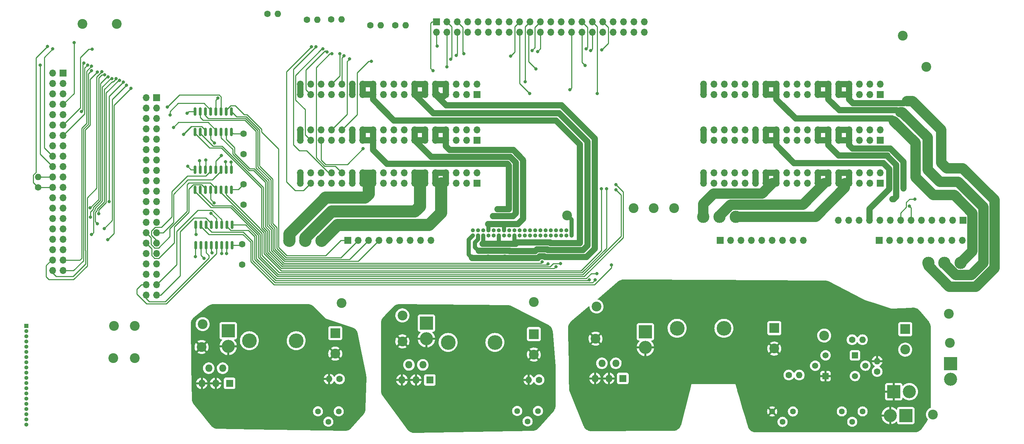
<source format=gbr>
%TF.GenerationSoftware,KiCad,Pcbnew,6.0.11*%
%TF.CreationDate,2024-12-15T19:30:30+01:00*%
%TF.ProjectId,stk-8500-MB,73746b2d-3835-4303-902d-4d422e6b6963,rev?*%
%TF.SameCoordinates,Original*%
%TF.FileFunction,Copper,L1,Top*%
%TF.FilePolarity,Positive*%
%FSLAX46Y46*%
G04 Gerber Fmt 4.6, Leading zero omitted, Abs format (unit mm)*
G04 Created by KiCad (PCBNEW 6.0.11) date 2024-12-15 19:30:30*
%MOMM*%
%LPD*%
G01*
G04 APERTURE LIST*
G04 Aperture macros list*
%AMRoundRect*
0 Rectangle with rounded corners*
0 $1 Rounding radius*
0 $2 $3 $4 $5 $6 $7 $8 $9 X,Y pos of 4 corners*
0 Add a 4 corners polygon primitive as box body*
4,1,4,$2,$3,$4,$5,$6,$7,$8,$9,$2,$3,0*
0 Add four circle primitives for the rounded corners*
1,1,$1+$1,$2,$3*
1,1,$1+$1,$4,$5*
1,1,$1+$1,$6,$7*
1,1,$1+$1,$8,$9*
0 Add four rect primitives between the rounded corners*
20,1,$1+$1,$2,$3,$4,$5,0*
20,1,$1+$1,$4,$5,$6,$7,0*
20,1,$1+$1,$6,$7,$8,$9,0*
20,1,$1+$1,$8,$9,$2,$3,0*%
G04 Aperture macros list end*
%TA.AperFunction,ComponentPad*%
%ADD10R,1.000000X1.000000*%
%TD*%
%TA.AperFunction,ComponentPad*%
%ADD11O,1.000000X1.000000*%
%TD*%
%TA.AperFunction,ComponentPad*%
%ADD12C,2.400000*%
%TD*%
%TA.AperFunction,ComponentPad*%
%ADD13R,3.200000X3.200000*%
%TD*%
%TA.AperFunction,ComponentPad*%
%ADD14O,3.200000X3.200000*%
%TD*%
%TA.AperFunction,ComponentPad*%
%ADD15C,1.600000*%
%TD*%
%TA.AperFunction,ComponentPad*%
%ADD16O,1.600000X1.600000*%
%TD*%
%TA.AperFunction,ComponentPad*%
%ADD17R,1.700000X1.700000*%
%TD*%
%TA.AperFunction,ComponentPad*%
%ADD18O,1.700000X1.700000*%
%TD*%
%TA.AperFunction,ComponentPad*%
%ADD19C,3.600000*%
%TD*%
%TA.AperFunction,ComponentPad*%
%ADD20C,3.000000*%
%TD*%
%TA.AperFunction,SMDPad,CuDef*%
%ADD21RoundRect,0.150000X-0.150000X0.825000X-0.150000X-0.825000X0.150000X-0.825000X0.150000X0.825000X0*%
%TD*%
%TA.AperFunction,ComponentPad*%
%ADD22R,2.400000X2.400000*%
%TD*%
%TA.AperFunction,ComponentPad*%
%ADD23R,1.800000X1.800000*%
%TD*%
%TA.AperFunction,ComponentPad*%
%ADD24O,1.800000X1.800000*%
%TD*%
%TA.AperFunction,ComponentPad*%
%ADD25C,1.440000*%
%TD*%
%TA.AperFunction,ComponentPad*%
%ADD26R,1.500000X1.500000*%
%TD*%
%TA.AperFunction,ComponentPad*%
%ADD27C,1.500000*%
%TD*%
%TA.AperFunction,ViaPad*%
%ADD28C,0.800000*%
%TD*%
%TA.AperFunction,ViaPad*%
%ADD29C,1.400000*%
%TD*%
%TA.AperFunction,Conductor*%
%ADD30C,1.500000*%
%TD*%
%TA.AperFunction,Conductor*%
%ADD31C,2.500000*%
%TD*%
%TA.AperFunction,Conductor*%
%ADD32C,0.250000*%
%TD*%
%TA.AperFunction,Conductor*%
%ADD33C,3.000000*%
%TD*%
%TA.AperFunction,Conductor*%
%ADD34C,1.000000*%
%TD*%
G04 APERTURE END LIST*
D10*
%TO.P,sens1,1,Pin_1*%
%TO.N,unconnected-(sens1-Pad1)*%
X29000000Y-131700000D03*
D11*
%TO.P,sens1,2,Pin_2*%
%TO.N,unconnected-(sens1-Pad2)*%
X29000000Y-132970000D03*
%TO.P,sens1,3,Pin_3*%
%TO.N,unconnected-(sens1-Pad3)*%
X29000000Y-134240000D03*
%TO.P,sens1,4,Pin_4*%
%TO.N,unconnected-(sens1-Pad4)*%
X29000000Y-135510000D03*
%TO.P,sens1,5,Pin_5*%
%TO.N,unconnected-(sens1-Pad5)*%
X29000000Y-136780000D03*
%TO.P,sens1,6,Pin_6*%
%TO.N,unconnected-(sens1-Pad6)*%
X29000000Y-138050000D03*
%TO.P,sens1,7,Pin_7*%
%TO.N,unconnected-(sens1-Pad7)*%
X29000000Y-139320000D03*
%TO.P,sens1,8,Pin_8*%
%TO.N,unconnected-(sens1-Pad8)*%
X29000000Y-140590000D03*
%TO.P,sens1,9,Pin_9*%
%TO.N,unconnected-(sens1-Pad9)*%
X29000000Y-141860000D03*
%TO.P,sens1,10,Pin_10*%
%TO.N,unconnected-(sens1-Pad10)*%
X29000000Y-143130000D03*
%TO.P,sens1,11,Pin_11*%
%TO.N,unconnected-(sens1-Pad11)*%
X29000000Y-144400000D03*
%TO.P,sens1,12,Pin_12*%
%TO.N,unconnected-(sens1-Pad12)*%
X29000000Y-145670000D03*
%TO.P,sens1,13,Pin_13*%
%TO.N,unconnected-(sens1-Pad13)*%
X29000000Y-146940000D03*
%TO.P,sens1,14,Pin_14*%
%TO.N,unconnected-(sens1-Pad14)*%
X29000000Y-148210000D03*
%TO.P,sens1,15,Pin_15*%
%TO.N,unconnected-(sens1-Pad15)*%
X29000000Y-149480000D03*
%TO.P,sens1,16,Pin_16*%
%TO.N,/tape_in_barrier*%
X29000000Y-150750000D03*
%TO.P,sens1,17,Pin_17*%
%TO.N,unconnected-(sens1-Pad17)*%
X29000000Y-152020000D03*
%TO.P,sens1,18,Pin_18*%
%TO.N,/tape_horizontal_switch*%
X29000000Y-153290000D03*
%TO.P,sens1,19,Pin_19*%
%TO.N,unconnected-(sens1-Pad19)*%
X29000000Y-154560000D03*
%TO.P,sens1,20,Pin_20*%
%TO.N,/tape_full_back_switch*%
X29000000Y-155830000D03*
%TD*%
D12*
%TO.P,5V_1,1,1*%
%TO.N,/5V*%
X55450000Y-139618000D03*
%TD*%
D13*
%TO.P,D1,1,K*%
%TO.N,Net-(D1-Pad1)*%
X180282000Y-133189000D03*
D14*
%TO.P,D1,2,A*%
%TO.N,R1_GND*%
X180282000Y-136999000D03*
%TD*%
D15*
%TO.P,R2,1*%
%TO.N,Net-(CURMon_R1-Pad1)*%
X230799000Y-135102000D03*
D16*
%TO.P,R2,2*%
%TO.N,Net-(Q1-Pad2)*%
X233339000Y-135102000D03*
%TD*%
D17*
%TO.P,Pico_mc1,1,GPIO0*%
%TO.N,unconnected-(Pico_mc1-Pad1)*%
X37970000Y-69950000D03*
D18*
%TO.P,Pico_mc1,2,VBUS*%
%TO.N,/5V*%
X35430000Y-69950000D03*
%TO.P,Pico_mc1,3,GPIO1*%
%TO.N,unconnected-(Pico_mc1-Pad3)*%
X37970000Y-72490000D03*
%TO.P,Pico_mc1,4,VSYS*%
%TO.N,unconnected-(Pico_mc1-Pad4)*%
X35430000Y-72490000D03*
%TO.P,Pico_mc1,5,USB_DM*%
%TO.N,unconnected-(Pico_mc1-Pad5)*%
X37970000Y-75030000D03*
%TO.P,Pico_mc1,6,USB_DP*%
%TO.N,unconnected-(Pico_mc1-Pad6)*%
X35430000Y-75030000D03*
%TO.P,Pico_mc1,7,GPIO2*%
%TO.N,Net-(Pico_mc1-Pad7)*%
X37970000Y-77570000D03*
%TO.P,Pico_mc1,8,3V3_EN*%
%TO.N,unconnected-(Pico_mc1-Pad8)*%
X35430000Y-77570000D03*
%TO.P,Pico_mc1,9,GPIO3*%
%TO.N,/MUX_latch*%
X37970000Y-80110000D03*
%TO.P,Pico_mc1,10,3V3_PICO*%
%TO.N,unconnected-(Pico_mc1-Pad10)*%
X35430000Y-80110000D03*
%TO.P,Pico_mc1,11,GPIO4*%
%TO.N,/MUX_clk*%
X37970000Y-82650000D03*
%TO.P,Pico_mc1,12,BOOTSEL*%
%TO.N,unconnected-(Pico_mc1-Pad12)*%
X35430000Y-82650000D03*
%TO.P,Pico_mc1,13,GPIO5*%
%TO.N,/MUX_sdi*%
X37970000Y-85190000D03*
%TO.P,Pico_mc1,14,GPIO28_ADC2*%
%TO.N,unconnected-(Pico_mc1-Pad14)*%
X35430000Y-85190000D03*
%TO.P,Pico_mc1,15,RS485A*%
%TO.N,unconnected-(Pico_mc1-Pad15)*%
X37970000Y-87730000D03*
%TO.P,Pico_mc1,16,AGND*%
%TO.N,unconnected-(Pico_mc1-Pad16)*%
X35430000Y-87730000D03*
%TO.P,Pico_mc1,17,GPIO6*%
%TO.N,unconnected-(Pico_mc1-Pad17)*%
X37970000Y-90270000D03*
%TO.P,Pico_mc1,18,GPIO27_ADC1*%
%TO.N,Net-(Pico_mc1-Pad18)*%
X35430000Y-90270000D03*
%TO.P,Pico_mc1,19,GPIO7*%
%TO.N,unconnected-(Pico_mc1-Pad19)*%
X37970000Y-92810000D03*
%TO.P,Pico_mc1,20,GPIO26_ADC0*%
%TO.N,Net-(Pico_mc1-Pad20)*%
X35430000Y-92810000D03*
%TO.P,Pico_mc1,21,GPIO8*%
%TO.N,unconnected-(Pico_mc1-Pad21)*%
X37970000Y-95350000D03*
%TO.P,Pico_mc1,22,3V3*%
%TO.N,Net-(Pico_mc1-Pad22)*%
X35430000Y-95350000D03*
%TO.P,Pico_mc1,23,GPIO9*%
%TO.N,unconnected-(Pico_mc1-Pad23)*%
X37970000Y-97890000D03*
%TO.P,Pico_mc1,24,GPIO22*%
%TO.N,/MUX_oe_*%
X35430000Y-97890000D03*
%TO.P,Pico_mc1,25,RS485B*%
%TO.N,unconnected-(Pico_mc1-Pad25)*%
X37970000Y-100430000D03*
%TO.P,Pico_mc1,26,RUN*%
%TO.N,unconnected-(Pico_mc1-Pad26)*%
X35430000Y-100430000D03*
%TO.P,Pico_mc1,27,GPIO10*%
%TO.N,/a_pwm*%
X37970000Y-102970000D03*
%TO.P,Pico_mc1,28,GPIO21*%
%TO.N,/f_dir*%
X35430000Y-102970000D03*
%TO.P,Pico_mc1,29,GPIO11*%
%TO.N,/a_dir*%
X37970000Y-105510000D03*
%TO.P,Pico_mc1,30,GPIO20*%
%TO.N,/f_pwm*%
X35430000Y-105510000D03*
%TO.P,Pico_mc1,31,GPIO12*%
%TO.N,/b_pwm*%
X37970000Y-108050000D03*
%TO.P,Pico_mc1,32,GPIO19*%
%TO.N,/e_dir*%
X35430000Y-108050000D03*
%TO.P,Pico_mc1,33,GPIO13*%
%TO.N,/b_dir*%
X37970000Y-110590000D03*
%TO.P,Pico_mc1,34,GPIO18*%
%TO.N,/e_pwm*%
X35430000Y-110590000D03*
%TO.P,Pico_mc1,35,GND*%
%TO.N,/sGND*%
X37970000Y-113130000D03*
%TO.P,Pico_mc1,36,GND*%
X35430000Y-113130000D03*
%TO.P,Pico_mc1,37,GPIO14*%
%TO.N,/c_pwm*%
X37970000Y-115670000D03*
%TO.P,Pico_mc1,38,GPIO17*%
%TO.N,/d_dir*%
X35430000Y-115670000D03*
%TO.P,Pico_mc1,39,GPIO15*%
%TO.N,/c_dir*%
X37970000Y-118210000D03*
%TO.P,Pico_mc1,40,GPIO16*%
%TO.N,/d_pwm*%
X35430000Y-118210000D03*
%TD*%
D13*
%TO.P,D3,1,K*%
%TO.N,Net-(D3-Pad1)*%
X254860000Y-140955000D03*
D14*
%TO.P,D3,2,A*%
%TO.N,Net-(BAT+_R1-Pad1)*%
X254860000Y-144765000D03*
%TD*%
D19*
%TO.P,L1,1,1*%
%TO.N,Net-(D1-Pad1)*%
X188029000Y-132308000D03*
%TO.P,L1,2,2*%
%TO.N,Net-(BAT+_R1-Pad1)*%
X199469000Y-132308000D03*
%TD*%
D17*
%TO.P,Pico_en1,1,GPIO0*%
%TO.N,unconnected-(Pico_en1-Pad1)*%
X60820000Y-75910000D03*
D18*
%TO.P,Pico_en1,2,VBUS*%
%TO.N,/5V*%
X58280000Y-75910000D03*
%TO.P,Pico_en1,3,GPIO1*%
%TO.N,unconnected-(Pico_en1-Pad3)*%
X60820000Y-78450000D03*
%TO.P,Pico_en1,4,VSYS*%
%TO.N,unconnected-(Pico_en1-Pad4)*%
X58280000Y-78450000D03*
%TO.P,Pico_en1,5,USB_DM*%
%TO.N,unconnected-(Pico_en1-Pad5)*%
X60820000Y-80990000D03*
%TO.P,Pico_en1,6,USB_DP*%
%TO.N,unconnected-(Pico_en1-Pad6)*%
X58280000Y-80990000D03*
%TO.P,Pico_en1,7,GPIO2*%
%TO.N,unconnected-(Pico_en1-Pad7)*%
X60820000Y-83530000D03*
%TO.P,Pico_en1,8,3V3_EN*%
%TO.N,unconnected-(Pico_en1-Pad8)*%
X58280000Y-83530000D03*
%TO.P,Pico_en1,9,GPIO3*%
%TO.N,unconnected-(Pico_en1-Pad9)*%
X60820000Y-86070000D03*
%TO.P,Pico_en1,10,3V3_PICO*%
%TO.N,/3v3PiEn*%
X58280000Y-86070000D03*
%TO.P,Pico_en1,11,GPIO4*%
%TO.N,unconnected-(Pico_en1-Pad11)*%
X60820000Y-88610000D03*
%TO.P,Pico_en1,12,BOOTSEL*%
%TO.N,unconnected-(Pico_en1-Pad12)*%
X58280000Y-88610000D03*
%TO.P,Pico_en1,13,GPIO5*%
%TO.N,unconnected-(Pico_en1-Pad13)*%
X60820000Y-91150000D03*
%TO.P,Pico_en1,14,GPIO28_ADC2*%
%TO.N,unconnected-(Pico_en1-Pad14)*%
X58280000Y-91150000D03*
%TO.P,Pico_en1,15,RS485A*%
%TO.N,unconnected-(Pico_en1-Pad15)*%
X60820000Y-93690000D03*
%TO.P,Pico_en1,16,AGND*%
%TO.N,unconnected-(Pico_en1-Pad16)*%
X58280000Y-93690000D03*
%TO.P,Pico_en1,17,GPIO6*%
%TO.N,unconnected-(Pico_en1-Pad17)*%
X60820000Y-96230000D03*
%TO.P,Pico_en1,18,GPIO27_ADC1*%
%TO.N,unconnected-(Pico_en1-Pad18)*%
X58280000Y-96230000D03*
%TO.P,Pico_en1,19,GPIO7*%
%TO.N,unconnected-(Pico_en1-Pad19)*%
X60820000Y-98770000D03*
%TO.P,Pico_en1,20,GPIO26_ADC0*%
%TO.N,unconnected-(Pico_en1-Pad20)*%
X58280000Y-98770000D03*
%TO.P,Pico_en1,21,GPIO8*%
%TO.N,unconnected-(Pico_en1-Pad21)*%
X60820000Y-101310000D03*
%TO.P,Pico_en1,22,3V3*%
%TO.N,unconnected-(Pico_en1-Pad22)*%
X58280000Y-101310000D03*
%TO.P,Pico_en1,23,GPIO9*%
%TO.N,unconnected-(Pico_en1-Pad23)*%
X60820000Y-103850000D03*
%TO.P,Pico_en1,24,GPIO22*%
%TO.N,unconnected-(Pico_en1-Pad24)*%
X58280000Y-103850000D03*
%TO.P,Pico_en1,25,RS485B*%
%TO.N,unconnected-(Pico_en1-Pad25)*%
X60820000Y-106390000D03*
%TO.P,Pico_en1,26,RUN*%
%TO.N,unconnected-(Pico_en1-Pad26)*%
X58280000Y-106390000D03*
%TO.P,Pico_en1,27,GPIO10*%
%TO.N,/a_enA*%
X60820000Y-108930000D03*
%TO.P,Pico_en1,28,GPIO21*%
%TO.N,/f_enB*%
X58280000Y-108930000D03*
%TO.P,Pico_en1,29,GPIO11*%
%TO.N,/a_enB*%
X60820000Y-111470000D03*
%TO.P,Pico_en1,30,GPIO20*%
%TO.N,/f_enA*%
X58280000Y-111470000D03*
%TO.P,Pico_en1,31,GPIO12*%
%TO.N,/b_enA*%
X60820000Y-114010000D03*
%TO.P,Pico_en1,32,GPIO19*%
%TO.N,/e_enB*%
X58280000Y-114010000D03*
%TO.P,Pico_en1,33,GPIO13*%
%TO.N,/b_enB*%
X60820000Y-116550000D03*
%TO.P,Pico_en1,34,GPIO18*%
%TO.N,/e_enA*%
X58280000Y-116550000D03*
%TO.P,Pico_en1,35,GND*%
%TO.N,/sGND*%
X60820000Y-119090000D03*
%TO.P,Pico_en1,36,GND*%
X58280000Y-119090000D03*
%TO.P,Pico_en1,37,GPIO14*%
%TO.N,/c_enA*%
X60820000Y-121630000D03*
%TO.P,Pico_en1,38,GPIO17*%
%TO.N,/d_enB*%
X58280000Y-121630000D03*
%TO.P,Pico_en1,39,GPIO15*%
%TO.N,/c_enB*%
X60820000Y-124170000D03*
%TO.P,Pico_en1,40,GPIO16*%
%TO.N,/d_enA*%
X58280000Y-124170000D03*
%TD*%
D12*
%TO.P,SGND_3,1,1*%
%TO.N,/sGND*%
X243160000Y-60760000D03*
%TD*%
%TO.P,VIN_R2,1,1*%
%TO.N,Net-(RU2-Pad1)*%
X120884000Y-129154000D03*
%TD*%
%TO.P,VIN_R1,1,1*%
%TO.N,Net-(U4-Pad1)*%
X168344000Y-126974000D03*
%TD*%
D13*
%TO.P,DR2,1,K*%
%TO.N,Net-(DR2-Pad1)*%
X126760000Y-131060000D03*
D14*
%TO.P,DR2,2,A*%
%TO.N,R2_GND*%
X126760000Y-134870000D03*
%TD*%
D20*
%TO.P,bPo1,1,Pin_1*%
%TO.N,/b_HAS*%
X93200000Y-110900000D03*
%TO.P,bPo1,2,Pin_2*%
%TO.N,/b_HBS*%
X97160000Y-110900000D03*
%TO.P,bPo1,3,Pin_3*%
%TO.N,/b_HCS*%
X101119999Y-110900000D03*
%TD*%
D21*
%TO.P,U1,1,1B*%
%TO.N,/a_enA1*%
X79095000Y-93545000D03*
%TO.P,U1,2,1A*%
%TO.N,/a_enA0*%
X77825000Y-93545000D03*
%TO.P,U1,3,1Y*%
%TO.N,/a_enA*%
X76555000Y-93545000D03*
%TO.P,U1,4,G*%
%TO.N,/3v3PiEn*%
X75285000Y-93545000D03*
%TO.P,U1,5,2Y*%
%TO.N,/a_enB*%
X74015000Y-93545000D03*
%TO.P,U1,6,2A*%
%TO.N,/a_enB0*%
X72745000Y-93545000D03*
%TO.P,U1,7,2B*%
%TO.N,/a_enB1*%
X71475000Y-93545000D03*
%TO.P,U1,8,GND*%
%TO.N,/sGND*%
X70205000Y-93545000D03*
%TO.P,U1,9,3B*%
%TO.N,/f_enA1*%
X70205000Y-98495000D03*
%TO.P,U1,10,3A*%
%TO.N,/f_enA0*%
X71475000Y-98495000D03*
%TO.P,U1,11,3Y*%
%TO.N,/f_enA*%
X72745000Y-98495000D03*
%TO.P,U1,12,~{G}*%
%TO.N,/sGND*%
X74015000Y-98495000D03*
%TO.P,U1,13,4Y*%
%TO.N,/f_enB*%
X75285000Y-98495000D03*
%TO.P,U1,14,4A*%
%TO.N,/f_enB0*%
X76555000Y-98495000D03*
%TO.P,U1,15,4B*%
%TO.N,/f_enB1*%
X77825000Y-98495000D03*
%TO.P,U1,16,VDD*%
%TO.N,/3v3PiEn*%
X79095000Y-98495000D03*
%TD*%
D15*
%TO.P,RR3,1*%
%TO.N,Net-(RR3-Pad1)*%
X105517000Y-144698000D03*
D16*
%TO.P,RR3,2*%
%TO.N,R3_GND*%
X102977000Y-144698000D03*
%TD*%
D12*
%TO.P,SGND_2,1,1*%
%TO.N,/sGND*%
X50370000Y-131744000D03*
%TD*%
D20*
%TO.P,aPo1,1,Pin_1*%
%TO.N,/a_HAS*%
X194413400Y-105020000D03*
%TO.P,aPo1,2,Pin_2*%
%TO.N,/a_HBS*%
X198373400Y-105020000D03*
%TO.P,aPo1,3,Pin_3*%
%TO.N,/a_HCS*%
X202333399Y-105020000D03*
%TD*%
D12*
%TO.P,BAT-_R1,1,1*%
%TO.N,Net-(BAT-_R1-Pad1)*%
X250560000Y-153360000D03*
%TD*%
D18*
%TO.P,eC1,1,Power_GND*%
%TO.N,PGND*%
X136560000Y-72600000D03*
X134020000Y-72600000D03*
X136560000Y-75140000D03*
X134020000Y-75140000D03*
X139100000Y-72600000D03*
D17*
X139100000Y-75140000D03*
D18*
%TO.P,eC1,7,HCS*%
%TO.N,/e_HCS*%
X131480000Y-72600000D03*
X128940000Y-75140000D03*
X131480000Y-75140000D03*
X128940000Y-72600000D03*
%TO.P,eC1,11,HBS*%
%TO.N,/e_HBS*%
X123860000Y-72600000D03*
X126400000Y-72600000D03*
X126400000Y-75140000D03*
X123860000Y-75140000D03*
%TO.P,eC1,15,VIN*%
%TO.N,unconnected-(eC1-Pad15)*%
X116240000Y-72600000D03*
X121320000Y-75140000D03*
X121320000Y-72600000D03*
X118780000Y-75140000D03*
X116240000Y-75140000D03*
X118780000Y-72600000D03*
%TO.P,eC1,21,HAS*%
%TO.N,/e_HAS*%
X111160000Y-75140000D03*
X113700000Y-72600000D03*
X111160000Y-72600000D03*
X113700000Y-75140000D03*
%TO.P,eC1,25,Signal_GND*%
%TO.N,unconnected-(eC1-Pad25)*%
X108620000Y-72600000D03*
X108620000Y-75140000D03*
%TO.P,eC1,27,HC*%
%TO.N,/e_hc*%
X106080000Y-75140000D03*
%TO.P,eC1,28,nSLEEP*%
%TO.N,/e_nlseep*%
X106080000Y-72600000D03*
%TO.P,eC1,29,HB*%
%TO.N,/e_hb*%
X103540000Y-75140000D03*
%TO.P,eC1,30,nFAULT*%
%TO.N,/e_nfault*%
X103540000Y-72600000D03*
%TO.P,eC1,31,HA*%
%TO.N,/e_ha*%
X101000000Y-75140000D03*
%TO.P,eC1,32,PWM*%
%TO.N,/e_pwm*%
X101000000Y-72600000D03*
%TO.P,eC1,33,nBrake*%
%TO.N,/e_brake*%
X98460000Y-75140000D03*
%TO.P,eC1,34,DIR*%
%TO.N,/e_dir*%
X98460000Y-72600000D03*
%TO.P,eC1,35,5V*%
%TO.N,/5V*%
X95920000Y-75140000D03*
X95920000Y-72600000D03*
%TD*%
%TO.P,cC1,1,Power_GND*%
%TO.N,PGND*%
X235160000Y-72600000D03*
X237700000Y-72600000D03*
X235160000Y-75140000D03*
X232620000Y-72600000D03*
D17*
X237700000Y-75140000D03*
D18*
X232620000Y-75140000D03*
%TO.P,cC1,7,HCS*%
%TO.N,/c_HCS*%
X227540000Y-75140000D03*
X227540000Y-72600000D03*
X230080000Y-75140000D03*
X230080000Y-72600000D03*
%TO.P,cC1,11,HBS*%
%TO.N,/c_HBS*%
X222460000Y-75140000D03*
X225000000Y-72600000D03*
X225000000Y-75140000D03*
X222460000Y-72600000D03*
%TO.P,cC1,15,VIN*%
%TO.N,unconnected-(cC1-Pad15)*%
X214840000Y-72600000D03*
X214840000Y-75140000D03*
X217380000Y-75140000D03*
X219920000Y-75140000D03*
X219920000Y-72600000D03*
X217380000Y-72600000D03*
%TO.P,cC1,21,HAS*%
%TO.N,/c_HAS*%
X212300000Y-72600000D03*
X209760000Y-75140000D03*
X212300000Y-75140000D03*
X209760000Y-72600000D03*
%TO.P,cC1,25,Signal_GND*%
%TO.N,unconnected-(cC1-Pad25)*%
X207220000Y-75140000D03*
X207220000Y-72600000D03*
%TO.P,cC1,27,HC*%
%TO.N,/c_hc*%
X204680000Y-75140000D03*
%TO.P,cC1,28,nSLEEP*%
%TO.N,/c_nlseep*%
X204680000Y-72600000D03*
%TO.P,cC1,29,HB*%
%TO.N,/c_hb*%
X202140000Y-75140000D03*
%TO.P,cC1,30,nFAULT*%
%TO.N,/c_nfault*%
X202140000Y-72600000D03*
%TO.P,cC1,31,HA*%
%TO.N,/c_ha*%
X199600000Y-75140000D03*
%TO.P,cC1,32,PWM*%
%TO.N,/c_pwm*%
X199600000Y-72600000D03*
%TO.P,cC1,33,nBrake*%
%TO.N,/c_brake*%
X197060000Y-75140000D03*
%TO.P,cC1,34,DIR*%
%TO.N,/c_dir*%
X197060000Y-72600000D03*
%TO.P,cC1,35,5V*%
%TO.N,/5V*%
X194520000Y-72600000D03*
X194520000Y-75140000D03*
%TD*%
D15*
%TO.P,C3,1*%
%TO.N,/sGND*%
X82060000Y-102060000D03*
%TO.P,C3,2*%
%TO.N,/3v3PiEn*%
X82060000Y-97060000D03*
%TD*%
D13*
%TO.P,D2,1,K*%
%TO.N,Net-(BAT-_R1-Pad1)*%
X243917000Y-153644000D03*
D14*
%TO.P,D2,2,A*%
%TO.N,R1_GND*%
X240107000Y-153644000D03*
%TD*%
D22*
%TO.P,C2,1*%
%TO.N,Net-(BAT+_R1-Pad1)*%
X243782000Y-132524041D03*
D12*
%TO.P,C2,2*%
%TO.N,Net-(BAT-_R1-Pad1)*%
X243782000Y-137524041D03*
%TD*%
%TO.P,BAT+_R1,1,1*%
%TO.N,Net-(BAT+_R1-Pad1)*%
X254450000Y-128752000D03*
%TD*%
D15*
%TO.P,R8,1*%
%TO.N,/MUX_oe_*%
X31828000Y-97835000D03*
D16*
%TO.P,R8,2*%
%TO.N,Net-(Pico_mc1-Pad22)*%
X31828000Y-95295000D03*
%TD*%
D18*
%TO.P,aC1,1,Power_GND*%
%TO.N,PGND*%
X232620000Y-96840000D03*
D17*
X237700000Y-96840000D03*
D18*
X235160000Y-96840000D03*
X232620000Y-94300000D03*
X235160000Y-94300000D03*
X237700000Y-94300000D03*
%TO.P,aC1,7,HCS*%
%TO.N,/a_HCS*%
X230080000Y-94300000D03*
X227540000Y-96840000D03*
X230080000Y-96840000D03*
X227540000Y-94300000D03*
%TO.P,aC1,11,HBS*%
%TO.N,/a_HBS*%
X222460000Y-94300000D03*
X225000000Y-94300000D03*
X222460000Y-96840000D03*
X225000000Y-96840000D03*
%TO.P,aC1,15,VIN*%
%TO.N,unconnected-(aC1-Pad15)*%
X219920000Y-96840000D03*
X217380000Y-96840000D03*
X219920000Y-94300000D03*
X214840000Y-96840000D03*
X214840000Y-94300000D03*
X217380000Y-94300000D03*
%TO.P,aC1,21,HAS*%
%TO.N,/a_HAS*%
X209760000Y-94300000D03*
X212300000Y-94300000D03*
X212300000Y-96840000D03*
X209760000Y-96840000D03*
%TO.P,aC1,25,Signal_GND*%
%TO.N,unconnected-(aC1-Pad25)*%
X207220000Y-94300000D03*
X207220000Y-96840000D03*
%TO.P,aC1,27,HC*%
%TO.N,/a_hc*%
X204680000Y-96840000D03*
%TO.P,aC1,28,nSLEEP*%
%TO.N,/a_nlseep*%
X204680000Y-94300000D03*
%TO.P,aC1,29,HB*%
%TO.N,/a_hb*%
X202140000Y-96840000D03*
%TO.P,aC1,30,nFAULT*%
%TO.N,/a_nfault*%
X202140000Y-94300000D03*
%TO.P,aC1,31,HA*%
%TO.N,/a_ha*%
X199600000Y-96840000D03*
%TO.P,aC1,32,PWM*%
%TO.N,/a_pwm*%
X199600000Y-94300000D03*
%TO.P,aC1,33,nBrake*%
%TO.N,/a_brake*%
X197060000Y-96840000D03*
%TO.P,aC1,34,DIR*%
%TO.N,/a_dir*%
X197060000Y-94300000D03*
%TO.P,aC1,35,5V*%
%TO.N,/5V*%
X194520000Y-94300000D03*
X194520000Y-96840000D03*
%TD*%
D12*
%TO.P,SGND_4,1,1*%
%TO.N,/sGND*%
X42660000Y-57860000D03*
%TD*%
D22*
%TO.P,C1,1*%
%TO.N,Net-(BAT+_R1-Pad1)*%
X211778000Y-132270041D03*
D12*
%TO.P,C1,2*%
%TO.N,R1_GND*%
X211778000Y-137270041D03*
%TD*%
%TO.P,5V_4,1,1*%
%TO.N,/5V*%
X51060000Y-57860000D03*
%TD*%
D22*
%TO.P,CR2,1*%
%TO.N,Net-(CR2-Pad1)*%
X153015000Y-133726000D03*
D12*
%TO.P,CR2,2*%
%TO.N,R2_GND*%
X153015000Y-138726000D03*
%TD*%
%TO.P,PGND_3,1,1*%
%TO.N,PGND*%
X187270000Y-102900000D03*
%TD*%
D15*
%TO.P,R5,1*%
%TO.N,Net-(Pico_mc1-Pad7)*%
X87865000Y-55440000D03*
D16*
%TO.P,R5,2*%
%TO.N,/MUX_sdo*%
X90405000Y-55440000D03*
%TD*%
D15*
%TO.P,C4,1*%
%TO.N,/sGND*%
X81760000Y-116760000D03*
%TO.P,C4,2*%
%TO.N,/3v3PiEn*%
X81760000Y-111760000D03*
%TD*%
D12*
%TO.P,VOUT_R2,1,1*%
%TO.N,Net-(CR2-Pad1)*%
X153015000Y-125852000D03*
%TD*%
D23*
%TO.P,RU3,1,VIN*%
%TO.N,Net-(RU3-Pad1)*%
X78662000Y-145764000D03*
D24*
%TO.P,RU3,2,OUT*%
%TO.N,Net-(DR3-Pad1)*%
X76962000Y-142064000D03*
%TO.P,RU3,3,GND*%
%TO.N,R3_GND*%
X75262000Y-145764000D03*
%TO.P,RU3,4,FB*%
%TO.N,Net-(RU3-Pad4)*%
X73562000Y-142064000D03*
%TO.P,RU3,5,~{ON}/OFF*%
%TO.N,R3_GND*%
X71862000Y-145764000D03*
%TD*%
D15*
%TO.P,R4,1*%
%TO.N,Net-(R4-Pad1)*%
X215334000Y-143738000D03*
D16*
%TO.P,R4,2*%
%TO.N,Net-(Q2-Pad2)*%
X217874000Y-143738000D03*
%TD*%
D15*
%TO.P,R10,1*%
%TO.N,/sGND*%
X97555000Y-56880000D03*
D16*
%TO.P,R10,2*%
%TO.N,Net-(Pico_mc1-Pad18)*%
X100095000Y-56880000D03*
%TD*%
D15*
%TO.P,R7,1*%
%TO.N,Net-(Pico_mc1-Pad18)*%
X103455000Y-56830000D03*
D16*
%TO.P,R7,2*%
%TO.N,/mux_AO1*%
X105995000Y-56830000D03*
%TD*%
D19*
%TO.P,L3,1,1*%
%TO.N,Net-(DR3-Pad1)*%
X83488000Y-135350000D03*
%TO.P,L3,2,2*%
%TO.N,Net-(CR3-Pad1)*%
X94928000Y-135350000D03*
%TD*%
D12*
%TO.P,GND_R3,1,1*%
%TO.N,R3_GND*%
X71804000Y-136874000D03*
%TD*%
D15*
%TO.P,RR2,1*%
%TO.N,Net-(RR2-Pad1)*%
X154295000Y-144902000D03*
D16*
%TO.P,RR2,2*%
%TO.N,R2_GND*%
X151755000Y-144902000D03*
%TD*%
D21*
%TO.P,U2,1,1B*%
%TO.N,/c_enA1*%
X79235000Y-107035000D03*
%TO.P,U2,2,1A*%
%TO.N,/c_enA0*%
X77965000Y-107035000D03*
%TO.P,U2,3,1Y*%
%TO.N,/c_enA*%
X76695000Y-107035000D03*
%TO.P,U2,4,G*%
%TO.N,/3v3PiEn*%
X75425000Y-107035000D03*
%TO.P,U2,5,2Y*%
%TO.N,/c_enB*%
X74155000Y-107035000D03*
%TO.P,U2,6,2A*%
%TO.N,/c_enB0*%
X72885000Y-107035000D03*
%TO.P,U2,7,2B*%
%TO.N,/c_enB1*%
X71615000Y-107035000D03*
%TO.P,U2,8,GND*%
%TO.N,/sGND*%
X70345000Y-107035000D03*
%TO.P,U2,9,3B*%
%TO.N,/d_enA1*%
X70345000Y-111985000D03*
%TO.P,U2,10,3A*%
%TO.N,/d_enA0*%
X71615000Y-111985000D03*
%TO.P,U2,11,3Y*%
%TO.N,/d_enA*%
X72885000Y-111985000D03*
%TO.P,U2,12,~{G}*%
%TO.N,/sGND*%
X74155000Y-111985000D03*
%TO.P,U2,13,4Y*%
%TO.N,/d_enB*%
X75425000Y-111985000D03*
%TO.P,U2,14,4A*%
%TO.N,/d_enB0*%
X76695000Y-111985000D03*
%TO.P,U2,15,4B*%
%TO.N,/d_enB1*%
X77965000Y-111985000D03*
%TO.P,U2,16,VDD*%
%TO.N,/3v3PiEn*%
X79235000Y-111985000D03*
%TD*%
D25*
%TO.P,RVolt2,1,1*%
%TO.N,Net-(CR2-Pad1)*%
X148951000Y-152522000D03*
%TO.P,RVolt2,2,2*%
%TO.N,Net-(RU2-Pad4)*%
X151491000Y-155062000D03*
%TO.P,RVolt2,3,3*%
%TO.N,Net-(RR2-Pad1)*%
X154031000Y-152522000D03*
%TD*%
%TO.P,RVolt1,1,1*%
%TO.N,Net-(BAT+_R1-Pad1)*%
X228288000Y-152628000D03*
%TO.P,RVolt1,2,2*%
%TO.N,Net-(Q1-Pad3)*%
X230828000Y-155168000D03*
%TO.P,RVolt1,3,3*%
%TO.N,Net-(R1-Pad1)*%
X233368000Y-152628000D03*
%TD*%
D12*
%TO.P,CURMon_R1,1,1*%
%TO.N,Net-(CURMon_R1-Pad1)*%
X223970000Y-134086000D03*
%TD*%
D15*
%TO.P,C5,1*%
%TO.N,/sGND*%
X82060000Y-89760000D03*
%TO.P,C5,2*%
%TO.N,/3v3PiEn*%
X82060000Y-84760000D03*
%TD*%
D12*
%TO.P,PGND_1,1,1*%
%TO.N,PGND*%
X177370000Y-102900000D03*
%TD*%
%TO.P,PGND_2,1,1*%
%TO.N,PGND*%
X182320000Y-102900000D03*
%TD*%
D17*
%TO.P,aEnHa1,1,Pin_1*%
%TO.N,/a_enA0*%
X198550000Y-110800000D03*
D18*
%TO.P,aEnHa1,2,Pin_2*%
%TO.N,/a_enA1*%
X201090000Y-110800000D03*
%TO.P,aEnHa1,3,Pin_3*%
%TO.N,/a_enB0*%
X203630000Y-110800000D03*
%TO.P,aEnHa1,4,Pin_4*%
%TO.N,/a_enB1*%
X206170000Y-110800000D03*
%TO.P,aEnHa1,5,Pin_5*%
%TO.N,/5V*%
X208710000Y-110800000D03*
%TO.P,aEnHa1,6,Pin_6*%
%TO.N,/a_ha*%
X211250000Y-110800000D03*
%TO.P,aEnHa1,7,Pin_7*%
%TO.N,/a_hb*%
X213790000Y-110800000D03*
%TO.P,aEnHa1,8,Pin_8*%
%TO.N,/a_hc*%
X216330000Y-110800000D03*
%TO.P,aEnHa1,9,Pin_9*%
%TO.N,/sGND*%
X218870000Y-110800000D03*
%TD*%
%TO.P,dC1,1,Power_GND*%
%TO.N,PGND*%
X232620000Y-83830000D03*
X232620000Y-86370000D03*
X237700000Y-83830000D03*
X235160000Y-86370000D03*
X235160000Y-83830000D03*
D17*
X237700000Y-86370000D03*
D18*
%TO.P,dC1,7,HCS*%
%TO.N,/d_HCS*%
X227540000Y-86370000D03*
X230080000Y-86370000D03*
X230080000Y-83830000D03*
X227540000Y-83830000D03*
%TO.P,dC1,11,HBS*%
%TO.N,/d_HBS*%
X222460000Y-83830000D03*
X222460000Y-86370000D03*
X225000000Y-86370000D03*
X225000000Y-83830000D03*
%TO.P,dC1,15,VIN*%
%TO.N,unconnected-(dC1-Pad15)*%
X217380000Y-83830000D03*
X219920000Y-86370000D03*
X217380000Y-86370000D03*
X219920000Y-83830000D03*
X214840000Y-86370000D03*
X214840000Y-83830000D03*
%TO.P,dC1,21,HAS*%
%TO.N,/d_HAS*%
X209760000Y-86370000D03*
X209760000Y-83830000D03*
X212300000Y-86370000D03*
X212300000Y-83830000D03*
%TO.P,dC1,25,Signal_GND*%
%TO.N,unconnected-(dC1-Pad25)*%
X207220000Y-86370000D03*
X207220000Y-83830000D03*
%TO.P,dC1,27,HC*%
%TO.N,/d_hc*%
X204680000Y-86370000D03*
%TO.P,dC1,28,nSLEEP*%
%TO.N,/d_nlseep*%
X204680000Y-83830000D03*
%TO.P,dC1,29,HB*%
%TO.N,/d_hb*%
X202140000Y-86370000D03*
%TO.P,dC1,30,nFAULT*%
%TO.N,/d_nfault*%
X202140000Y-83830000D03*
%TO.P,dC1,31,HA*%
%TO.N,/d_ha*%
X199600000Y-86370000D03*
%TO.P,dC1,32,PWM*%
%TO.N,/d_pwm*%
X199600000Y-83830000D03*
%TO.P,dC1,33,nBrake*%
%TO.N,/d_brake*%
X197060000Y-86370000D03*
%TO.P,dC1,34,DIR*%
%TO.N,/d_dir*%
X197060000Y-83830000D03*
%TO.P,dC1,35,5V*%
%TO.N,/5V*%
X194520000Y-86370000D03*
X194520000Y-83830000D03*
%TD*%
D17*
%TO.P,bC1,1,Power_GND*%
%TO.N,PGND*%
X139100000Y-96840000D03*
D18*
X136560000Y-94300000D03*
X134020000Y-96840000D03*
X136560000Y-96840000D03*
X139100000Y-94300000D03*
X134020000Y-94300000D03*
%TO.P,bC1,7,HCS*%
%TO.N,/b_HCS*%
X128940000Y-94300000D03*
X131480000Y-96840000D03*
X128940000Y-96840000D03*
X131480000Y-94300000D03*
%TO.P,bC1,11,HBS*%
%TO.N,/b_HBS*%
X123860000Y-94300000D03*
X123860000Y-96840000D03*
X126400000Y-94300000D03*
X126400000Y-96840000D03*
%TO.P,bC1,15,VIN*%
%TO.N,unconnected-(bC1-Pad15)*%
X118780000Y-94300000D03*
X118780000Y-96840000D03*
X116240000Y-94300000D03*
X116240000Y-96840000D03*
X121320000Y-96840000D03*
X121320000Y-94300000D03*
%TO.P,bC1,21,HAS*%
%TO.N,/b_HAS*%
X113700000Y-94300000D03*
X113700000Y-96840000D03*
X111160000Y-94300000D03*
X111160000Y-96840000D03*
%TO.P,bC1,25,Signal_GND*%
%TO.N,unconnected-(bC1-Pad25)*%
X108620000Y-94300000D03*
X108620000Y-96840000D03*
%TO.P,bC1,27,HC*%
%TO.N,/b_hc*%
X106080000Y-96840000D03*
%TO.P,bC1,28,nSLEEP*%
%TO.N,/b_nlseep*%
X106080000Y-94300000D03*
%TO.P,bC1,29,HB*%
%TO.N,/b_hb*%
X103540000Y-96840000D03*
%TO.P,bC1,30,nFAULT*%
%TO.N,/b_nfault*%
X103540000Y-94300000D03*
%TO.P,bC1,31,HA*%
%TO.N,/b_ha*%
X101000000Y-96840000D03*
%TO.P,bC1,32,PWM*%
%TO.N,/b_pwm*%
X101000000Y-94300000D03*
%TO.P,bC1,33,nBrake*%
%TO.N,/b_brake*%
X98460000Y-96840000D03*
%TO.P,bC1,34,DIR*%
%TO.N,/b_dir*%
X98460000Y-94300000D03*
%TO.P,bC1,35,5V*%
%TO.N,/5V*%
X95920000Y-94300000D03*
X95920000Y-96840000D03*
%TD*%
D26*
%TO.P,Q2,1,E*%
%TO.N,R1_GND*%
X224312000Y-144002000D03*
D27*
%TO.P,Q2,2,B*%
%TO.N,Net-(Q2-Pad2)*%
X221772000Y-141462000D03*
%TO.P,Q2,3,C*%
%TO.N,Net-(CURMon_R1-Pad1)*%
X224312000Y-138922000D03*
%TD*%
D23*
%TO.P,U4,1,VIN*%
%TO.N,Net-(U4-Pad1)*%
X174760000Y-144560000D03*
D24*
%TO.P,U4,2,OUT*%
%TO.N,Net-(D1-Pad1)*%
X173060000Y-140860000D03*
%TO.P,U4,3,GND*%
%TO.N,R1_GND*%
X171360000Y-144560000D03*
%TO.P,U4,4,FB*%
%TO.N,Net-(Q1-Pad3)*%
X169660000Y-140860000D03*
%TO.P,U4,5,~{ON}/OFF*%
%TO.N,R1_GND*%
X167960000Y-144560000D03*
%TD*%
D17*
%TO.P,dEnHaPo1,1,Pin_1*%
%TO.N,/d_enA0*%
X257900000Y-105900000D03*
D18*
%TO.P,dEnHaPo1,2,Pin_2*%
%TO.N,/d_enA1*%
X255360000Y-105900000D03*
%TO.P,dEnHaPo1,3,Pin_3*%
%TO.N,/d_enB0*%
X252820000Y-105900000D03*
%TO.P,dEnHaPo1,4,Pin_4*%
%TO.N,/d_enB1*%
X250280000Y-105900000D03*
%TO.P,dEnHaPo1,5,Pin_5*%
%TO.N,/5V*%
X247740000Y-105900000D03*
%TO.P,dEnHaPo1,6,Pin_6*%
%TO.N,/d_ha*%
X245200000Y-105900000D03*
%TO.P,dEnHaPo1,7,Pin_7*%
%TO.N,/d_hb*%
X242660000Y-105900000D03*
%TO.P,dEnHaPo1,8,Pin_8*%
%TO.N,/d_hc*%
X240120000Y-105900000D03*
%TO.P,dEnHaPo1,9,Pin_9*%
%TO.N,/sGND*%
X237580000Y-105900000D03*
%TO.P,dEnHaPo1,10,Pin_10*%
%TO.N,/d_HAS*%
X235040000Y-105900000D03*
%TO.P,dEnHaPo1,11,Pin_11*%
%TO.N,/d_HBS*%
X232500000Y-105900000D03*
%TO.P,dEnHaPo1,12,Pin_12*%
%TO.N,/d_HCS*%
X229960000Y-105900000D03*
%TO.P,dEnHaPo1,13*%
%TO.N,N/C*%
X227420000Y-105900000D03*
%TD*%
D25*
%TO.P,RVolt3,1,1*%
%TO.N,Net-(CR3-Pad1)*%
X100252000Y-152622000D03*
%TO.P,RVolt3,2,2*%
%TO.N,Net-(RU3-Pad4)*%
X102792000Y-155162000D03*
%TO.P,RVolt3,3,3*%
%TO.N,Net-(RR3-Pad1)*%
X105332000Y-152622000D03*
%TD*%
D15*
%TO.P,R9,1*%
%TO.N,/sGND*%
X113045000Y-58230000D03*
D16*
%TO.P,R9,2*%
%TO.N,Net-(Pico_mc1-Pad20)*%
X115585000Y-58230000D03*
%TD*%
D12*
%TO.P,VIN_R3,1,1*%
%TO.N,Net-(RU3-Pad1)*%
X72058000Y-131286000D03*
%TD*%
%TO.P,VOUT_R3,1,1*%
%TO.N,Net-(CR3-Pad1)*%
X105996000Y-126156000D03*
%TD*%
D13*
%TO.P,R3,1*%
%TO.N,R1_GND*%
X240988000Y-147802000D03*
D14*
%TO.P,R3,2*%
%TO.N,Net-(BAT-_R1-Pad1)*%
X244798000Y-147802000D03*
%TD*%
D17*
%TO.P,fC1,1,Power_GND*%
%TO.N,PGND*%
X139100000Y-86370000D03*
D18*
X134020000Y-83830000D03*
X136560000Y-83830000D03*
X139100000Y-83830000D03*
X136560000Y-86370000D03*
X134020000Y-86370000D03*
%TO.P,fC1,7,HCS*%
%TO.N,/f_HCS*%
X131480000Y-83830000D03*
X128940000Y-83830000D03*
X128940000Y-86370000D03*
X131480000Y-86370000D03*
%TO.P,fC1,11,HBS*%
%TO.N,/f_HBS*%
X126400000Y-83830000D03*
X123860000Y-86370000D03*
X126400000Y-86370000D03*
X123860000Y-83830000D03*
%TO.P,fC1,15,VIN*%
%TO.N,unconnected-(fC1-Pad15)*%
X116240000Y-86370000D03*
X116240000Y-83830000D03*
X118780000Y-83830000D03*
X118780000Y-86370000D03*
X121320000Y-83830000D03*
X121320000Y-86370000D03*
%TO.P,fC1,21,HAS*%
%TO.N,/f_HAS*%
X111160000Y-86370000D03*
X111160000Y-83830000D03*
X113700000Y-83830000D03*
X113700000Y-86370000D03*
%TO.P,fC1,25,Signal_GND*%
%TO.N,unconnected-(fC1-Pad25)*%
X108620000Y-83830000D03*
X108620000Y-86370000D03*
%TO.P,fC1,27,HC*%
%TO.N,/f_hc*%
X106080000Y-86370000D03*
%TO.P,fC1,28,nSLEEP*%
%TO.N,/f_nlseep*%
X106080000Y-83830000D03*
%TO.P,fC1,29,HB*%
%TO.N,/f_hb*%
X103540000Y-86370000D03*
%TO.P,fC1,30,nFAULT*%
%TO.N,/f_nfault*%
X103540000Y-83830000D03*
%TO.P,fC1,31,HA*%
%TO.N,/f_ha*%
X101000000Y-86370000D03*
%TO.P,fC1,32,PWM*%
%TO.N,/f_pwm*%
X101000000Y-83830000D03*
%TO.P,fC1,33,nBrake*%
%TO.N,/f_brake*%
X98460000Y-86370000D03*
%TO.P,fC1,34,DIR*%
%TO.N,/f_dir*%
X98460000Y-83830000D03*
%TO.P,fC1,35,5V*%
%TO.N,/5V*%
X95920000Y-86370000D03*
X95920000Y-83830000D03*
%TD*%
D26*
%TO.P,Q1,1,E*%
%TO.N,Net-(BAT+_R1-Pad1)*%
X231502000Y-138902000D03*
D27*
%TO.P,Q1,2,B*%
%TO.N,Net-(Q1-Pad2)*%
X234042000Y-141442000D03*
%TO.P,Q1,3,C*%
%TO.N,Net-(Q1-Pad3)*%
X231502000Y-143982000D03*
%TD*%
D20*
%TO.P,cPo1,1,Pin_1*%
%TO.N,/c_HAS*%
X257340000Y-116310000D03*
%TO.P,cPo1,2,Pin_2*%
%TO.N,/c_HBS*%
X253380000Y-116310000D03*
%TO.P,cPo1,3,Pin_3*%
%TO.N,/c_HCS*%
X249420001Y-116310000D03*
%TD*%
D15*
%TO.P,R6,1*%
%TO.N,Net-(Pico_mc1-Pad20)*%
X119185000Y-58230000D03*
D16*
%TO.P,R6,2*%
%TO.N,/mux_AO2*%
X121725000Y-58230000D03*
%TD*%
D12*
%TO.P,5V_3,1,1*%
%TO.N,/5V*%
X248960000Y-68360000D03*
%TD*%
%TO.P,VOUT_R1,1,1*%
%TO.N,Net-(D3-Pad1)*%
X254704000Y-135864000D03*
%TD*%
D23*
%TO.P,RU2,1,VIN*%
%TO.N,Net-(RU2-Pad1)*%
X127586000Y-144952000D03*
D24*
%TO.P,RU2,2,OUT*%
%TO.N,Net-(DR2-Pad1)*%
X125886000Y-141252000D03*
%TO.P,RU2,3,GND*%
%TO.N,R2_GND*%
X124186000Y-144952000D03*
%TO.P,RU2,4,FB*%
%TO.N,Net-(RU2-Pad4)*%
X122486000Y-141252000D03*
%TO.P,RU2,5,~{ON}/OFF*%
%TO.N,R2_GND*%
X120786000Y-144952000D03*
%TD*%
D10*
%TO.P,efEnHaPo1,1,Pin_1*%
%TO.N,/12V*%
X162200000Y-108400000D03*
D11*
%TO.P,efEnHaPo1,2,Pin_2*%
X162200000Y-109670000D03*
%TO.P,efEnHaPo1,3,Pin_3*%
%TO.N,/sGND*%
X160930000Y-108400000D03*
%TO.P,efEnHaPo1,4,Pin_4*%
X160930000Y-109670000D03*
%TO.P,efEnHaPo1,5,Pin_5*%
%TO.N,/f_enA0*%
X159660000Y-108400000D03*
%TO.P,efEnHaPo1,6,Pin_6*%
%TO.N,/e_enA0*%
X159660000Y-109670000D03*
%TO.P,efEnHaPo1,7,Pin_7*%
%TO.N,/f_enA1*%
X158390000Y-108400000D03*
%TO.P,efEnHaPo1,8,Pin_8*%
%TO.N,/e_enA1*%
X158390000Y-109670000D03*
%TO.P,efEnHaPo1,9,Pin_9*%
%TO.N,/f_enB0*%
X157120000Y-108400000D03*
%TO.P,efEnHaPo1,10,Pin_10*%
%TO.N,/e_enB0*%
X157120000Y-109670000D03*
%TO.P,efEnHaPo1,11,Pin_11*%
%TO.N,/f_enB1*%
X155850000Y-108400000D03*
%TO.P,efEnHaPo1,12,Pin_12*%
%TO.N,/e_enB1*%
X155850000Y-109670000D03*
%TO.P,efEnHaPo1,13,Pin_13*%
%TO.N,/sGND*%
X154580000Y-108400000D03*
%TO.P,efEnHaPo1,14,Pin_14*%
X154580000Y-109670000D03*
%TO.P,efEnHaPo1,15,Pin_15*%
%TO.N,/f_ha*%
X153310000Y-108400000D03*
%TO.P,efEnHaPo1,16,Pin_16*%
%TO.N,/e_ha*%
X153310000Y-109670000D03*
%TO.P,efEnHaPo1,17,Pin_17*%
%TO.N,/f_hb*%
X152040000Y-108400000D03*
%TO.P,efEnHaPo1,18,Pin_18*%
%TO.N,/e_hb*%
X152040000Y-109670000D03*
%TO.P,efEnHaPo1,19,Pin_19*%
%TO.N,/f_hc*%
X150770000Y-108400000D03*
%TO.P,efEnHaPo1,20,Pin_20*%
%TO.N,/e_hc*%
X150770000Y-109670000D03*
%TO.P,efEnHaPo1,21,Pin_21*%
%TO.N,/sGND*%
X149500000Y-108400000D03*
%TO.P,efEnHaPo1,22,Pin_22*%
X149500000Y-109670000D03*
%TO.P,efEnHaPo1,23,Pin_23*%
%TO.N,/f_HAS*%
X148230000Y-108400000D03*
%TO.P,efEnHaPo1,24,Pin_24*%
%TO.N,/e_HAS*%
X148230000Y-109670000D03*
%TO.P,efEnHaPo1,25,Pin_25*%
%TO.N,/f_HBS*%
X146960000Y-108400000D03*
%TO.P,efEnHaPo1,26,Pin_26*%
%TO.N,/e_HBS*%
X146960000Y-109670000D03*
%TO.P,efEnHaPo1,27,Pin_27*%
%TO.N,/f_HCS*%
X145690000Y-108400000D03*
%TO.P,efEnHaPo1,28,Pin_28*%
%TO.N,/e_HCS*%
X145690000Y-109670000D03*
%TO.P,efEnHaPo1,29,Pin_29*%
%TO.N,/f_HAS*%
X144420000Y-108400000D03*
%TO.P,efEnHaPo1,30,Pin_30*%
%TO.N,/e_HAS*%
X144420000Y-109670000D03*
%TO.P,efEnHaPo1,31,Pin_31*%
%TO.N,/f_HBS*%
X143150000Y-108400000D03*
%TO.P,efEnHaPo1,32,Pin_32*%
%TO.N,/e_HBS*%
X143150000Y-109670000D03*
%TO.P,efEnHaPo1,33,Pin_33*%
%TO.N,/f_HCS*%
X141880000Y-108400000D03*
%TO.P,efEnHaPo1,34,Pin_34*%
%TO.N,/e_HCS*%
X141880000Y-109670000D03*
%TO.P,efEnHaPo1,35,Pin_35*%
%TO.N,unconnected-(efEnHaPo1-Pad35)*%
X140610000Y-108400000D03*
%TO.P,efEnHaPo1,36,Pin_36*%
%TO.N,/e_HAS*%
X140610000Y-109670000D03*
%TO.P,efEnHaPo1,37,Pin_37*%
%TO.N,unconnected-(efEnHaPo1-Pad37)*%
X139340000Y-108400000D03*
%TO.P,efEnHaPo1,38,Pin_38*%
%TO.N,/e_HBS*%
X139340000Y-109670000D03*
%TO.P,efEnHaPo1,39,Pin_39*%
%TO.N,unconnected-(efEnHaPo1-Pad39)*%
X138070000Y-108400000D03*
%TO.P,efEnHaPo1,40,Pin_40*%
%TO.N,/e_HCS*%
X138070000Y-109670000D03*
%TD*%
D12*
%TO.P,H12V_1,1,1*%
%TO.N,/12V*%
X161130000Y-104700000D03*
%TD*%
D15*
%TO.P,R1,1*%
%TO.N,Net-(R1-Pad1)*%
X236924000Y-142863000D03*
D16*
%TO.P,R1,2*%
%TO.N,R1_GND*%
X236924000Y-140323000D03*
%TD*%
D12*
%TO.P,GND_R2,1,1*%
%TO.N,R2_GND*%
X120884000Y-135504000D03*
%TD*%
D19*
%TO.P,L2,1,1*%
%TO.N,Net-(DR2-Pad1)*%
X132060000Y-135758000D03*
%TO.P,L2,2,2*%
%TO.N,Net-(CR2-Pad1)*%
X143500000Y-135758000D03*
%TD*%
D13*
%TO.P,DR3,1,K*%
%TO.N,Net-(DR3-Pad1)*%
X78310000Y-132929000D03*
D14*
%TO.P,DR3,2,A*%
%TO.N,R3_GND*%
X78310000Y-136739000D03*
%TD*%
D17*
%TO.P,cEnHa1,1,Pin_1*%
%TO.N,/c_enA0*%
X237400000Y-110800000D03*
D18*
%TO.P,cEnHa1,2,Pin_2*%
%TO.N,/c_enA1*%
X239940000Y-110800000D03*
%TO.P,cEnHa1,3,Pin_3*%
%TO.N,/c_enB0*%
X242480000Y-110800000D03*
%TO.P,cEnHa1,4,Pin_4*%
%TO.N,/c_enB1*%
X245020000Y-110800000D03*
%TO.P,cEnHa1,5,Pin_5*%
%TO.N,/5V*%
X247560000Y-110800000D03*
%TO.P,cEnHa1,6,Pin_6*%
%TO.N,/c_ha*%
X250100000Y-110800000D03*
%TO.P,cEnHa1,7,Pin_7*%
%TO.N,/c_hb*%
X252640000Y-110800000D03*
%TO.P,cEnHa1,8,Pin_8*%
%TO.N,/c_hc*%
X255180000Y-110800000D03*
%TO.P,cEnHa1,9,Pin_9*%
%TO.N,/sGND*%
X257720000Y-110800000D03*
%TD*%
D17*
%TO.P,Jmux1,1,AI1*%
%TO.N,/a_nfault*%
X129245000Y-57385000D03*
D18*
%TO.P,Jmux1,2,AI2*%
%TO.N,/b_nfault*%
X129245000Y-59925000D03*
%TO.P,Jmux1,3,AI3*%
%TO.N,/c_nfault*%
X131785000Y-57385000D03*
%TO.P,Jmux1,4,AI4*%
%TO.N,/d_nfault*%
X131785000Y-59925000D03*
%TO.P,Jmux1,5,AI5*%
%TO.N,/e_nfault*%
X134325000Y-57385000D03*
%TO.P,Jmux1,6,AI6*%
%TO.N,/f_nfault*%
X134325000Y-59925000D03*
%TO.P,Jmux1,7,AI7*%
%TO.N,unconnected-(Jmux1-Pad7)*%
X136865000Y-57385000D03*
%TO.P,Jmux1,8,AI8*%
%TO.N,unconnected-(Jmux1-Pad8)*%
X136865000Y-59925000D03*
%TO.P,Jmux1,9,AI9*%
%TO.N,/tape_in_barrier*%
X139405000Y-57385000D03*
%TO.P,Jmux1,10,AI10*%
%TO.N,/tape_horizontal_switch*%
X139405000Y-59925000D03*
%TO.P,Jmux1,11,AI11*%
%TO.N,/tape_full_back_switch*%
X141945000Y-57385000D03*
%TO.P,Jmux1,12,AI12*%
%TO.N,unconnected-(Jmux1-Pad12)*%
X141945000Y-59925000D03*
%TO.P,Jmux1,13,AI13*%
%TO.N,unconnected-(Jmux1-Pad13)*%
X144485000Y-57385000D03*
%TO.P,Jmux1,14,AI14*%
%TO.N,unconnected-(Jmux1-Pad14)*%
X144485000Y-59925000D03*
%TO.P,Jmux1,15,AI15*%
%TO.N,unconnected-(Jmux1-Pad15)*%
X147025000Y-57385000D03*
%TO.P,Jmux1,16,AI16*%
%TO.N,unconnected-(Jmux1-Pad16)*%
X147025000Y-59925000D03*
%TO.P,Jmux1,17,DO10*%
%TO.N,/b_brake*%
X149565000Y-57385000D03*
%TO.P,Jmux1,18,DO9*%
%TO.N,/a_brake*%
X149565000Y-59925000D03*
%TO.P,Jmux1,19,DO12*%
%TO.N,/d_brake*%
X152105000Y-57385000D03*
%TO.P,Jmux1,20,DO11*%
%TO.N,/c_brake*%
X152105000Y-59925000D03*
%TO.P,Jmux1,21,DO14*%
%TO.N,/f_brake*%
X154645000Y-57385000D03*
%TO.P,Jmux1,22,DO13*%
%TO.N,/e_brake*%
X154645000Y-59925000D03*
%TO.P,Jmux1,23,DO16*%
%TO.N,unconnected-(Jmux1-Pad23)*%
X157185000Y-57385000D03*
%TO.P,Jmux1,24,DO15*%
%TO.N,unconnected-(Jmux1-Pad24)*%
X157185000Y-59925000D03*
%TO.P,Jmux1,25,A01*%
%TO.N,/mux_AO1*%
X159725000Y-57385000D03*
%TO.P,Jmux1,26,AO2*%
%TO.N,/mux_AO2*%
X159725000Y-59925000D03*
%TO.P,Jmux1,27,DO8*%
%TO.N,unconnected-(Jmux1-Pad27)*%
X162265000Y-57385000D03*
%TO.P,Jmux1,28,DO1*%
%TO.N,/a_nlseep*%
X162265000Y-59925000D03*
%TO.P,Jmux1,29,DO2*%
%TO.N,/b_nlseep*%
X164805000Y-57385000D03*
%TO.P,Jmux1,30,DO3*%
%TO.N,/c_nlseep*%
X164805000Y-59925000D03*
%TO.P,Jmux1,31,DO4*%
%TO.N,/d_nlseep*%
X167345000Y-57385000D03*
%TO.P,Jmux1,32,DO5*%
%TO.N,/e_nlseep*%
X167345000Y-59925000D03*
%TO.P,Jmux1,33,DO6*%
%TO.N,/f_nlseep*%
X169885000Y-57385000D03*
%TO.P,Jmux1,34,DO7*%
%TO.N,unconnected-(Jmux1-Pad34)*%
X169885000Y-59925000D03*
%TO.P,Jmux1,35,VCC*%
%TO.N,/5V*%
X172425000Y-57385000D03*
%TO.P,Jmux1,36,GND*%
%TO.N,/sGND*%
X172425000Y-59925000D03*
%TO.P,Jmux1,37,CLK*%
%TO.N,/MUX_clk*%
X174965000Y-57385000D03*
%TO.P,Jmux1,38,LATCH*%
%TO.N,/MUX_latch*%
X174965000Y-59925000D03*
%TO.P,Jmux1,39,SDO*%
%TO.N,/MUX_sdo*%
X177505000Y-57385000D03*
%TO.P,Jmux1,40,SDI*%
%TO.N,/MUX_sdi*%
X177505000Y-59925000D03*
%TO.P,Jmux1,41,_OE*%
%TO.N,/MUX_oe_*%
X180045000Y-57385000D03*
%TO.P,Jmux1,42,RESET*%
%TO.N,unconnected-(Jmux1-Pad42)*%
X180045000Y-59925000D03*
%TD*%
D25*
%TO.P,RCurrent1,1,1*%
%TO.N,R1_GND*%
X211260000Y-152640000D03*
%TO.P,RCurrent1,2,2*%
%TO.N,Net-(R4-Pad1)*%
X213800000Y-155180000D03*
%TO.P,RCurrent1,3,3*%
%TO.N,Net-(BAT-_R1-Pad1)*%
X216340000Y-152640000D03*
%TD*%
D12*
%TO.P,SGND_1,1,1*%
%TO.N,/sGND*%
X55450000Y-131744000D03*
%TD*%
D22*
%TO.P,CR3,1*%
%TO.N,Net-(CR3-Pad1)*%
X104472000Y-133504164D03*
D12*
%TO.P,CR3,2*%
%TO.N,R3_GND*%
X104472000Y-138504164D03*
%TD*%
D21*
%TO.P,U3,1,1B*%
%TO.N,/b_enA1*%
X79125000Y-79325000D03*
%TO.P,U3,2,1A*%
%TO.N,/b_enA0*%
X77855000Y-79325000D03*
%TO.P,U3,3,1Y*%
%TO.N,/b_enA*%
X76585000Y-79325000D03*
%TO.P,U3,4,G*%
%TO.N,/3v3PiEn*%
X75315000Y-79325000D03*
%TO.P,U3,5,2Y*%
%TO.N,/b_enB*%
X74045000Y-79325000D03*
%TO.P,U3,6,2A*%
%TO.N,/b_enB0*%
X72775000Y-79325000D03*
%TO.P,U3,7,2B*%
%TO.N,/b_enB1*%
X71505000Y-79325000D03*
%TO.P,U3,8,GND*%
%TO.N,/sGND*%
X70235000Y-79325000D03*
%TO.P,U3,9,3B*%
%TO.N,/e_enA1*%
X70235000Y-84275000D03*
%TO.P,U3,10,3A*%
%TO.N,/e_enA0*%
X71505000Y-84275000D03*
%TO.P,U3,11,3Y*%
%TO.N,/e_enA*%
X72775000Y-84275000D03*
%TO.P,U3,12,~{G}*%
%TO.N,/sGND*%
X74045000Y-84275000D03*
%TO.P,U3,13,4Y*%
%TO.N,/e_enB*%
X75315000Y-84275000D03*
%TO.P,U3,14,4A*%
%TO.N,/e_enB0*%
X76585000Y-84275000D03*
%TO.P,U3,15,4B*%
%TO.N,/e_enB1*%
X77855000Y-84275000D03*
%TO.P,U3,16,VDD*%
%TO.N,/3v3PiEn*%
X79125000Y-84275000D03*
%TD*%
D12*
%TO.P,GND_R1,1,1*%
%TO.N,R1_GND*%
X168090000Y-134848000D03*
%TD*%
D17*
%TO.P,bEnHa1,1,Pin_1*%
%TO.N,/b_enA0*%
X107550000Y-110800000D03*
D18*
%TO.P,bEnHa1,2,Pin_2*%
%TO.N,/b_enA1*%
X110090000Y-110800000D03*
%TO.P,bEnHa1,3,Pin_3*%
%TO.N,/b_enB0*%
X112630000Y-110800000D03*
%TO.P,bEnHa1,4,Pin_4*%
%TO.N,/b_enB1*%
X115170000Y-110800000D03*
%TO.P,bEnHa1,5,Pin_5*%
%TO.N,/5V*%
X117710000Y-110800000D03*
%TO.P,bEnHa1,6,Pin_6*%
%TO.N,/b_ha*%
X120250000Y-110800000D03*
%TO.P,bEnHa1,7,Pin_7*%
%TO.N,/b_hb*%
X122790000Y-110800000D03*
%TO.P,bEnHa1,8,Pin_8*%
%TO.N,/b_hc*%
X125330000Y-110800000D03*
%TO.P,bEnHa1,9,Pin_9*%
%TO.N,/sGND*%
X127870000Y-110800000D03*
%TD*%
D12*
%TO.P,5V_2,1,1*%
%TO.N,/5V*%
X50246000Y-139618000D03*
%TD*%
D28*
%TO.N,/a_enA0*%
X77670000Y-91590000D03*
%TO.N,/a_enA1*%
X78980000Y-91690000D03*
%TO.N,/a_enB0*%
X72800000Y-91190000D03*
%TO.N,/a_enB1*%
X71310000Y-91320000D03*
%TO.N,/sGND*%
X74980000Y-87040000D03*
X74360000Y-113830000D03*
X74890000Y-101630000D03*
X70470000Y-109380000D03*
X68390000Y-92730000D03*
X68280000Y-79770000D03*
%TO.N,/c_enA0*%
X166561927Y-120455999D03*
%TO.N,/c_enA1*%
X168422300Y-118922300D03*
%TO.N,/c_enB0*%
X167960000Y-120460000D03*
%TO.N,/c_enB1*%
X171980000Y-116810000D03*
D29*
%TO.N,/d_HCS*%
X243390000Y-98150000D03*
%TO.N,/d_HBS*%
X240620000Y-100730000D03*
D28*
%TO.N,/d_hb*%
X246125000Y-100715000D03*
%TO.N,/d_ha*%
X244790000Y-102450000D03*
%TO.N,/d_enA0*%
X72420000Y-115240000D03*
%TO.N,/d_enA1*%
X70280000Y-114780000D03*
%TO.N,/d_enB0*%
X76719234Y-114066752D03*
%TO.N,/d_enB1*%
X77880000Y-114020000D03*
D29*
%TO.N,/e_HCS*%
X145880000Y-115090000D03*
X141850000Y-115090000D03*
%TO.N,/e_HBS*%
X143320000Y-113390000D03*
X147089500Y-113436245D03*
D28*
%TO.N,/f_enA0*%
X173052000Y-98470000D03*
%TO.N,/e_enA0*%
X159510000Y-116520000D03*
%TO.N,/f_enA1*%
X173052000Y-97200000D03*
%TO.N,/e_enA1*%
X158412025Y-117244500D03*
%TO.N,/f_enB0*%
X170766000Y-98216000D03*
%TO.N,/e_enB0*%
X156480000Y-116535999D03*
%TO.N,/f_enB1*%
X169496000Y-98216000D03*
%TO.N,/e_enB1*%
X155030000Y-116086498D03*
%TO.N,/f_ha*%
X111280000Y-88385001D03*
D29*
%TO.N,/f_HAS*%
X144210000Y-103160000D03*
X146940000Y-103090000D03*
%TO.N,/f_HBS*%
X147150000Y-104930000D03*
X143020500Y-104866785D03*
D28*
%TO.N,/a_nlseep*%
X161839713Y-74006498D03*
%TO.N,/a_nfault*%
X128342943Y-69335999D03*
%TO.N,/a_brake*%
X151990000Y-74914500D03*
%TO.N,/b_brake*%
X147310000Y-65810000D03*
X98660000Y-63510000D03*
%TO.N,/b_nfault*%
X99740177Y-63504500D03*
X129410000Y-63340000D03*
%TO.N,/b_nlseep*%
X103637303Y-65212504D03*
X165790000Y-63980000D03*
%TO.N,/c_brake*%
X153513285Y-68911143D03*
%TO.N,/c_nfault*%
X132691666Y-66528993D03*
%TO.N,/c_nlseep*%
X165580000Y-68030000D03*
%TO.N,/d_nlseep*%
X168534880Y-74911478D03*
%TO.N,/d_nfault*%
X131724083Y-68410076D03*
%TO.N,/d_brake*%
X150880000Y-72070000D03*
%TO.N,/e_brake*%
X153950000Y-64630000D03*
X102467786Y-64763003D03*
%TO.N,/e_nfault*%
X135880000Y-65160000D03*
X105570000Y-65212504D03*
%TO.N,/e_nlseep*%
X166890000Y-64420000D03*
X106610000Y-65662005D03*
%TO.N,/f_nlseep*%
X169590000Y-64260000D03*
X113276648Y-67013502D03*
%TO.N,/f_nfault*%
X107956130Y-66480495D03*
X134082876Y-65629991D03*
%TO.N,/f_brake*%
X152570000Y-64380000D03*
X101452797Y-63996215D03*
%TO.N,/a_pwm*%
X48137277Y-70325209D03*
X44593772Y-102888874D03*
%TO.N,/a_dir*%
X44630000Y-105150000D03*
X48998941Y-70831707D03*
%TO.N,/b_dir*%
X54540000Y-73654500D03*
X48860000Y-110660000D03*
%TO.N,/b_pwm*%
X53466708Y-72844500D03*
X47985500Y-107900000D03*
%TO.N,/c_dir*%
X44885500Y-69310000D03*
%TO.N,/c_pwm*%
X44910000Y-68240000D03*
%TO.N,/d_pwm*%
X46334500Y-69690000D03*
%TO.N,/d_dir*%
X47439862Y-69609236D03*
%TO.N,/e_dir*%
X46334500Y-106740000D03*
X50885514Y-71250611D03*
%TO.N,/e_pwm*%
X49886816Y-71290711D03*
X44885500Y-109410000D03*
%TO.N,/f_pwm*%
X46630000Y-104290000D03*
X51789001Y-71678066D03*
%TO.N,/f_dir*%
X49182504Y-101300986D03*
X52721291Y-72096516D03*
%TO.N,/e_enB*%
X64920000Y-83210000D03*
%TO.N,/e_enA*%
X67390000Y-84920000D03*
%TO.N,/b_enB*%
X64120000Y-80150000D03*
%TO.N,/b_enA*%
X63460000Y-78200000D03*
%TO.N,/3v3PiEn*%
X75820000Y-76020000D03*
X74080000Y-104170000D03*
X76670000Y-90040000D03*
%TO.N,/MUX_clk*%
X45070998Y-64084001D03*
%TO.N,/MUX_latch*%
X43044500Y-67500000D03*
X42420000Y-79290000D03*
%TO.N,/MUX_sdi*%
X43921621Y-67979232D03*
%TO.N,/MUX_oe_*%
X34114000Y-63418000D03*
%TO.N,Net-(Pico_mc1-Pad7)*%
X40620000Y-62439500D03*
%TO.N,Net-(Pico_mc1-Pad20)*%
X32336000Y-67990000D03*
%TO.N,Net-(Pico_mc1-Pad18)*%
X35451502Y-63993502D03*
%TD*%
D30*
%TO.N,unconnected-(aC1-Pad25)*%
X207220000Y-94300000D02*
X207220000Y-96840000D01*
%TO.N,unconnected-(bC1-Pad25)*%
X108620000Y-94300000D02*
X108620000Y-96840000D01*
%TO.N,unconnected-(cC1-Pad25)*%
X207220000Y-72600000D02*
X207220000Y-75140000D01*
%TO.N,unconnected-(dC1-Pad25)*%
X207220000Y-83830000D02*
X207220000Y-86370000D01*
%TO.N,unconnected-(eC1-Pad25)*%
X108620000Y-72600000D02*
X108620000Y-75140000D01*
%TO.N,unconnected-(fC1-Pad25)*%
X108620000Y-83830000D02*
X108620000Y-86370000D01*
%TO.N,/a_HCS*%
X229080000Y-96840000D02*
X227540000Y-96840000D01*
X227540000Y-94300000D02*
X227540000Y-96840000D01*
D31*
X221910000Y-105020000D02*
X229080000Y-97850000D01*
D30*
X230080000Y-94300000D02*
X230080000Y-96840000D01*
X227540000Y-94300000D02*
X230080000Y-94300000D01*
D31*
X202333399Y-105020000D02*
X221910000Y-105020000D01*
X229080000Y-97850000D02*
X229080000Y-96840000D01*
D30*
X230080000Y-96840000D02*
X229080000Y-96840000D01*
D31*
%TO.N,/a_HBS*%
X198373400Y-105020000D02*
X198373400Y-104808068D01*
D30*
X224000000Y-96840000D02*
X225000000Y-96840000D01*
X222460000Y-96840000D02*
X222460000Y-94300000D01*
X222460000Y-94300000D02*
X225000000Y-94300000D01*
X222460000Y-96840000D02*
X224000000Y-96840000D01*
X225000000Y-96840000D02*
X225000000Y-94300000D01*
D31*
X198373400Y-104808068D02*
X201121468Y-102060000D01*
X218780000Y-102060000D02*
X224000000Y-96840000D01*
X201121468Y-102060000D02*
X218780000Y-102060000D01*
D30*
%TO.N,/a_HAS*%
X209760000Y-94300000D02*
X212300000Y-94300000D01*
X209760000Y-96840000D02*
X209760000Y-94300000D01*
X212300000Y-96840000D02*
X212300000Y-94300000D01*
D31*
X208779501Y-99360499D02*
X211300000Y-96840000D01*
X194413400Y-101896600D02*
X196949501Y-99360499D01*
D30*
X209760000Y-96840000D02*
X211300000Y-96840000D01*
X211300000Y-96840000D02*
X212300000Y-96840000D01*
D31*
X194413400Y-105020000D02*
X194413400Y-101896600D01*
X196949501Y-99360499D02*
X208779501Y-99360499D01*
D32*
%TO.N,/a_enA0*%
X77670000Y-93390000D02*
X77825000Y-93545000D01*
X77670000Y-91590000D02*
X77670000Y-93390000D01*
%TO.N,/a_enA1*%
X78980000Y-93430000D02*
X79095000Y-93545000D01*
X78980000Y-91690000D02*
X78980000Y-93430000D01*
%TO.N,/a_enB0*%
X72800000Y-91190000D02*
X72800000Y-93490000D01*
X72800000Y-93490000D02*
X72745000Y-93545000D01*
%TO.N,/a_enB1*%
X71310000Y-91320000D02*
X71310000Y-93380000D01*
X71310000Y-93380000D02*
X71475000Y-93545000D01*
%TO.N,/sGND*%
X70345000Y-109255000D02*
X70470000Y-109380000D01*
X74155000Y-113625000D02*
X74360000Y-113830000D01*
X68725000Y-79325000D02*
X68280000Y-79770000D01*
X69205000Y-93545000D02*
X68390000Y-92730000D01*
X74045000Y-84275000D02*
X74045000Y-86105000D01*
X74015000Y-100755000D02*
X74890000Y-101630000D01*
X70235000Y-79325000D02*
X68725000Y-79325000D01*
X70345000Y-107035000D02*
X70345000Y-109255000D01*
X74155000Y-111985000D02*
X74155000Y-113625000D01*
X74015000Y-98495000D02*
X74015000Y-100755000D01*
X70205000Y-93545000D02*
X69205000Y-93545000D01*
X74045000Y-86105000D02*
X74980000Y-87040000D01*
D33*
%TO.N,/b_HCS*%
X105019999Y-107000000D02*
X127340000Y-107000000D01*
X127340000Y-107000000D02*
X130340000Y-104000000D01*
D30*
X131480000Y-94300000D02*
X128940000Y-94300000D01*
X128940000Y-94300000D02*
X128940000Y-96840000D01*
D33*
X101119999Y-110900000D02*
X105019999Y-107000000D01*
X130340000Y-104000000D02*
X130340000Y-96840000D01*
D30*
X130340000Y-96840000D02*
X128940000Y-96840000D01*
X131480000Y-94300000D02*
X131480000Y-96840000D01*
X131480000Y-96840000D02*
X130340000Y-96840000D01*
%TO.N,/b_HBS*%
X123860000Y-96840000D02*
X123860000Y-94300000D01*
D33*
X97160000Y-110130000D02*
X103410000Y-103880000D01*
X123920000Y-103700000D02*
X125140000Y-102480000D01*
X103590000Y-103700000D02*
X123920000Y-103700000D01*
X103410000Y-103880000D02*
X103590000Y-103700000D01*
D30*
X126400000Y-96840000D02*
X126400000Y-94300000D01*
D33*
X125140000Y-102480000D02*
X125140000Y-95980000D01*
D30*
X123860000Y-94300000D02*
X126400000Y-94300000D01*
D33*
X97160000Y-110900000D02*
X97160000Y-110130000D01*
D30*
X126400000Y-96840000D02*
X123860000Y-96840000D01*
%TO.N,/b_HAS*%
X113700000Y-94300000D02*
X113700000Y-96840000D01*
D33*
X112590000Y-99470000D02*
X112590000Y-95310000D01*
X111730000Y-100330000D02*
X112590000Y-99470000D01*
X93200000Y-110900000D02*
X93200000Y-109190000D01*
X101510000Y-100880000D02*
X102060000Y-100330000D01*
X93200000Y-109190000D02*
X101510000Y-100880000D01*
X102060000Y-100330000D02*
X111730000Y-100330000D01*
D30*
X111160000Y-96840000D02*
X113700000Y-96840000D01*
X111160000Y-94300000D02*
X113700000Y-94300000D01*
X111160000Y-94300000D02*
X111160000Y-96840000D01*
D32*
%TO.N,/b_enA0*%
X80020000Y-77900000D02*
X78903249Y-77900000D01*
X82241996Y-80121996D02*
X80020000Y-77900000D01*
X105890000Y-110800000D02*
X102126507Y-114563493D01*
X90613513Y-88493513D02*
X86426507Y-84306507D01*
X77855000Y-78948249D02*
X77855000Y-79325000D01*
X92646549Y-114563493D02*
X90613513Y-112530457D01*
X86426507Y-84306507D02*
X86426507Y-83619437D01*
X90613513Y-112530457D02*
X90613513Y-88493513D01*
X102126507Y-114563493D02*
X92646549Y-114563493D01*
X78903249Y-77900000D02*
X77855000Y-78948249D01*
X107550000Y-110800000D02*
X105890000Y-110800000D01*
X82929066Y-80121996D02*
X82241996Y-80121996D01*
X86426507Y-83619437D02*
X82929066Y-80121996D01*
%TO.N,/b_enA1*%
X82742877Y-80571497D02*
X80371497Y-80571497D01*
X85977006Y-92562866D02*
X85977006Y-83805626D01*
X80371497Y-80571497D02*
X79125000Y-79325000D01*
X105877006Y-115012994D02*
X92442824Y-115012994D01*
X85977006Y-83805626D02*
X82742877Y-80571497D01*
X89160499Y-106662219D02*
X89160499Y-95836189D01*
X86040499Y-92686189D02*
X86040499Y-92626359D01*
X90164012Y-112734182D02*
X90164012Y-107665732D01*
X86050499Y-92726189D02*
X86050499Y-92696189D01*
X89160499Y-95836189D02*
X86050499Y-92726189D01*
X86050499Y-92696189D02*
X86040499Y-92686189D01*
X92442824Y-115012994D02*
X90164012Y-112734182D01*
X110090000Y-110800000D02*
X105877006Y-115012994D01*
X86040499Y-92626359D02*
X85977006Y-92562866D01*
X90164012Y-107665732D02*
X89160499Y-106662219D01*
%TO.N,/b_enB0*%
X72775000Y-80345000D02*
X72775000Y-79325000D01*
X89714511Y-107851921D02*
X88710998Y-106848408D01*
X85590998Y-92812548D02*
X85527505Y-92749055D01*
X73450998Y-81020998D02*
X72775000Y-80345000D01*
X112630000Y-110800000D02*
X107967505Y-115462495D01*
X85527505Y-83991815D02*
X82556688Y-81020998D01*
X92256635Y-115462495D02*
X89714511Y-112920371D01*
X85527505Y-92749055D02*
X85527505Y-83991815D01*
X82556688Y-81020998D02*
X73450998Y-81020998D01*
X107967505Y-115462495D02*
X92256635Y-115462495D01*
X85600998Y-92912378D02*
X85600998Y-92882378D01*
X89714511Y-112920371D02*
X89714511Y-107851921D01*
X85590998Y-92872378D02*
X85590998Y-92812548D01*
X85600998Y-92882378D02*
X85590998Y-92872378D01*
X88710998Y-96022378D02*
X85600998Y-92912378D01*
X88710998Y-106848408D02*
X88710998Y-96022378D01*
%TO.N,/b_enB1*%
X85141497Y-92998737D02*
X85078004Y-92935244D01*
X89265010Y-108038110D02*
X88261497Y-107034597D01*
X88261497Y-96208567D02*
X85151497Y-93098567D01*
X85151497Y-93098567D02*
X85151497Y-93068567D01*
X85078004Y-84178004D02*
X82370499Y-81470499D01*
X88261497Y-107034597D02*
X88261497Y-96208567D01*
X115170000Y-110800000D02*
X110058004Y-115911996D01*
X89265010Y-113106560D02*
X89265010Y-108038110D01*
X85141497Y-93058567D02*
X85141497Y-92998737D01*
X92070446Y-115911996D02*
X89265010Y-113106560D01*
X71505000Y-80785000D02*
X71505000Y-79325000D01*
X85151497Y-93068567D02*
X85141497Y-93058567D01*
X110058004Y-115911996D02*
X92070446Y-115911996D01*
X85078004Y-92935244D02*
X85078004Y-84178004D01*
X72190499Y-81470499D02*
X71505000Y-80785000D01*
X82370499Y-81470499D02*
X72190499Y-81470499D01*
D31*
%TO.N,/c_HCS*%
X252580000Y-83840000D02*
X245530000Y-76790000D01*
X261050000Y-122120000D02*
X265599002Y-117570998D01*
X252580000Y-91860000D02*
X252580000Y-83840000D01*
D30*
X227540000Y-72600000D02*
X227540000Y-75140000D01*
D31*
X245530000Y-76790000D02*
X244210000Y-76790000D01*
X257840000Y-93190000D02*
X253910000Y-93190000D01*
X265599002Y-117570998D02*
X265599002Y-100949002D01*
X249420001Y-117020001D02*
X254520000Y-122120000D01*
X255250000Y-122160000D02*
X261069999Y-122160000D01*
D30*
X230080000Y-75140000D02*
X230080000Y-76342081D01*
X230987919Y-77250000D02*
X243410000Y-77250000D01*
X230080000Y-72600000D02*
X227540000Y-72600000D01*
D31*
X254520000Y-122120000D02*
X255230001Y-122120000D01*
X253910000Y-93190000D02*
X252580000Y-91860000D01*
D30*
X230080000Y-75140000D02*
X230080000Y-72600000D01*
D31*
X249420001Y-116310000D02*
X249420001Y-117020001D01*
D30*
X230080000Y-76342081D02*
X230987919Y-77250000D01*
X227540000Y-75140000D02*
X230080000Y-75140000D01*
D31*
X265599002Y-100949002D02*
X257840000Y-93190000D01*
D30*
%TO.N,/c_HBS*%
X225000000Y-72600000D02*
X225000000Y-75140000D01*
D31*
X252240000Y-96530000D02*
X252990000Y-96530000D01*
D30*
X225000000Y-75140000D02*
X225000000Y-76342081D01*
D31*
X256710000Y-96530000D02*
X262899501Y-102719501D01*
D30*
X222460000Y-72600000D02*
X222460000Y-75140000D01*
D31*
X253380000Y-116521931D02*
X253380000Y-116310000D01*
D30*
X222460000Y-75140000D02*
X225000000Y-75140000D01*
D31*
X259940000Y-119260000D02*
X256118069Y-119260000D01*
X243052329Y-79450000D02*
X249240000Y-85637671D01*
D30*
X225000000Y-76342081D02*
X227677919Y-79020000D01*
D31*
X262899501Y-116300499D02*
X259940000Y-119260000D01*
X249240000Y-93530000D02*
X252240000Y-96530000D01*
X256118069Y-119260000D02*
X253380000Y-116521931D01*
X249240000Y-85637671D02*
X249240000Y-93530000D01*
D30*
X222460000Y-72600000D02*
X225000000Y-72600000D01*
D31*
X262899501Y-102719501D02*
X262899501Y-116300499D01*
D30*
X227677919Y-79020000D02*
X241640000Y-79020000D01*
D31*
X242630000Y-79450000D02*
X243052329Y-79450000D01*
X252670000Y-96530000D02*
X256710000Y-96530000D01*
%TO.N,/c_HAS*%
X257340000Y-116310000D02*
X260200000Y-113450000D01*
X250640000Y-99740000D02*
X246280000Y-95380000D01*
D30*
X212300000Y-75140000D02*
X212300000Y-76342081D01*
D31*
X246280000Y-86970000D02*
X241010000Y-81700000D01*
X260200000Y-113450000D02*
X260200000Y-104180000D01*
D30*
X212300000Y-72600000D02*
X212300000Y-75140000D01*
D31*
X260200000Y-104180000D02*
X255760000Y-99740000D01*
D30*
X212300000Y-76342081D02*
X217007919Y-81050000D01*
D31*
X255760000Y-99740000D02*
X250640000Y-99740000D01*
D30*
X217007919Y-81050000D02*
X240590000Y-81050000D01*
X209760000Y-72600000D02*
X212300000Y-72600000D01*
X209760000Y-75140000D02*
X212300000Y-75140000D01*
X209760000Y-72600000D02*
X209760000Y-75140000D01*
D31*
X246280000Y-95380000D02*
X246280000Y-86970000D01*
D32*
%TO.N,/c_enA0*%
X77965000Y-107411751D02*
X78888249Y-108335000D01*
X84770000Y-115460000D02*
X89970400Y-120660400D01*
X84770000Y-109900000D02*
X84770000Y-115460000D01*
X166357526Y-120660400D02*
X166561927Y-120455999D01*
X78888249Y-108335000D02*
X83205000Y-108335000D01*
X89970400Y-120660400D02*
X166357526Y-120660400D01*
X83205000Y-108335000D02*
X84770000Y-109900000D01*
X77965000Y-107035000D02*
X77965000Y-107411751D01*
%TO.N,/c_enA1*%
X82540690Y-107035000D02*
X85219501Y-109713811D01*
X165837427Y-120155901D02*
X167071028Y-118922300D01*
X90105901Y-120155901D02*
X165837427Y-120155901D01*
X85219501Y-115269501D02*
X90105901Y-120155901D01*
X85219501Y-109713811D02*
X85219501Y-115269501D01*
X79235000Y-107035000D02*
X82540690Y-107035000D01*
X167071028Y-118922300D02*
X168422300Y-118922300D01*
%TO.N,/c_enB0*%
X167960000Y-120560000D02*
X167960000Y-120460000D01*
X84249501Y-115689501D02*
X89740499Y-121180499D01*
X84249501Y-111083811D02*
X84249501Y-115689501D01*
X72885000Y-107035000D02*
X72885000Y-107411751D01*
X81950191Y-108784501D02*
X84249501Y-111083811D01*
X89740499Y-121180499D02*
X167339501Y-121180499D01*
X74257750Y-108784501D02*
X81950191Y-108784501D01*
X167339501Y-121180499D02*
X167960000Y-120560000D01*
X72885000Y-107411751D02*
X74257750Y-108784501D01*
%TO.N,/c_enB1*%
X73563249Y-109360000D02*
X81890000Y-109360000D01*
X83800000Y-115960000D02*
X89470000Y-121630000D01*
X71615000Y-107035000D02*
X71615000Y-107411751D01*
X81890000Y-109360000D02*
X83800000Y-111270000D01*
X89470000Y-121630000D02*
X167850000Y-121630000D01*
X71615000Y-107411751D02*
X73563249Y-109360000D01*
X83800000Y-111270000D02*
X83800000Y-115960000D01*
X171980000Y-117500000D02*
X171980000Y-116810000D01*
X167850000Y-121630000D02*
X171980000Y-117500000D01*
D30*
%TO.N,/d_HCS*%
X227540000Y-83830000D02*
X227540000Y-86370000D01*
X227540000Y-86370000D02*
X230080000Y-86370000D01*
X230888418Y-88380499D02*
X240160499Y-88380499D01*
X230080000Y-86370000D02*
X230080000Y-87572081D01*
X230080000Y-87572081D02*
X230888418Y-88380499D01*
X240160499Y-88380499D02*
X243390000Y-91610000D01*
X230080000Y-86370000D02*
X230080000Y-83830000D01*
X243390000Y-91610000D02*
X243390000Y-98150000D01*
X227540000Y-83830000D02*
X230080000Y-83830000D01*
%TO.N,/d_HBS*%
X225000000Y-86370000D02*
X225000000Y-87572081D01*
X227507919Y-90080000D02*
X239450000Y-90080000D01*
X241600000Y-100120000D02*
X240990000Y-100730000D01*
X241600000Y-92350000D02*
X241600000Y-100120000D01*
X241350000Y-92100000D02*
X241600000Y-92350000D01*
X240990000Y-100730000D02*
X240620000Y-100730000D01*
X222460000Y-83830000D02*
X225000000Y-83830000D01*
X222460000Y-83830000D02*
X222460000Y-86370000D01*
X222460000Y-86370000D02*
X225000000Y-86370000D01*
X239450000Y-90080000D02*
X239450000Y-90200000D01*
X225000000Y-86370000D02*
X225000000Y-83830000D01*
X225000000Y-87572081D02*
X227507919Y-90080000D01*
X239450000Y-90200000D02*
X241350000Y-92100000D01*
%TO.N,/d_HAS*%
X216637919Y-91910000D02*
X238410000Y-91910000D01*
X238410000Y-91910000D02*
X239880000Y-93380000D01*
X239880000Y-98260000D02*
X235040000Y-103100000D01*
X212300000Y-86370000D02*
X212300000Y-87572081D01*
X212300000Y-83830000D02*
X209760000Y-83830000D01*
X239880000Y-93380000D02*
X239880000Y-98260000D01*
X209760000Y-86370000D02*
X212300000Y-86370000D01*
X209760000Y-83830000D02*
X209760000Y-86370000D01*
X212300000Y-86370000D02*
X212300000Y-83830000D01*
X235040000Y-103100000D02*
X235040000Y-105900000D01*
X212300000Y-87572081D02*
X216637919Y-91910000D01*
D32*
%TO.N,/d_hb*%
X246125000Y-100715000D02*
X244835000Y-100715000D01*
X244050000Y-101500000D02*
X244050000Y-102710000D01*
X244050000Y-102710000D02*
X242660000Y-104100000D01*
X244835000Y-100715000D02*
X244050000Y-101500000D01*
X242660000Y-104100000D02*
X242660000Y-105900000D01*
%TO.N,/d_ha*%
X245200000Y-102860000D02*
X244790000Y-102450000D01*
X245200000Y-105900000D02*
X245200000Y-102860000D01*
%TO.N,/d_enA0*%
X72420000Y-115240000D02*
X71615000Y-114435000D01*
X71615000Y-114435000D02*
X71615000Y-111985000D01*
%TO.N,/d_enA1*%
X70280000Y-112050000D02*
X70345000Y-111985000D01*
X70280000Y-114780000D02*
X70280000Y-112050000D01*
%TO.N,/d_enB0*%
X76719234Y-114066752D02*
X76719234Y-112009234D01*
X76719234Y-112009234D02*
X76695000Y-111985000D01*
%TO.N,/d_enB1*%
X77880000Y-114020000D02*
X77880000Y-112070000D01*
X77880000Y-112070000D02*
X77965000Y-111985000D01*
D30*
%TO.N,/e_HCS*%
X128940000Y-72600000D02*
X128940000Y-74670000D01*
D34*
X137100000Y-114320000D02*
X137910588Y-115130588D01*
D30*
X145935499Y-115145499D02*
X145880000Y-115090000D01*
X131480000Y-75140000D02*
X131480000Y-72600000D01*
X141853427Y-115093427D02*
X141850000Y-115090000D01*
X129850000Y-75580000D02*
X131040000Y-75580000D01*
X154062517Y-115145499D02*
X145935499Y-115145499D01*
X128940000Y-74670000D02*
X129850000Y-75580000D01*
X155588982Y-114736998D02*
X154471018Y-114736998D01*
X141850000Y-115090000D02*
X141809412Y-115130588D01*
X167910000Y-112850000D02*
X165903002Y-114856998D01*
X155708982Y-114856998D02*
X155588982Y-114736998D01*
X131040000Y-75580000D02*
X131480000Y-75140000D01*
X141809412Y-115130588D02*
X137910588Y-115130588D01*
X159780000Y-77830000D02*
X167910000Y-85960000D01*
D34*
X137100000Y-110640000D02*
X137100000Y-114320000D01*
D30*
X128940000Y-72600000D02*
X131480000Y-72600000D01*
X137910588Y-115130588D02*
X137870000Y-115090000D01*
X131630000Y-77830000D02*
X159780000Y-77830000D01*
X145876573Y-115093427D02*
X141853427Y-115093427D01*
X154471018Y-114736998D02*
X154062517Y-115145499D01*
X128940000Y-75140000D02*
X131630000Y-77830000D01*
X165903002Y-114856998D02*
X155708982Y-114856998D01*
X167910000Y-85960000D02*
X167910000Y-112850000D01*
X145880000Y-115090000D02*
X145876573Y-115093427D01*
D34*
X138070000Y-109670000D02*
X137100000Y-110640000D01*
D30*
%TO.N,/e_HBS*%
X156412939Y-113157497D02*
X156292938Y-113037497D01*
X143320000Y-113390000D02*
X139510587Y-113390000D01*
X143320000Y-113390000D02*
X143323926Y-113393926D01*
X145049045Y-113393926D02*
X145052971Y-113390000D01*
X123860000Y-75140000D02*
X123860000Y-72600000D01*
D34*
X138590000Y-112469413D02*
X139510587Y-113390000D01*
X139340000Y-109670000D02*
X139340000Y-110566351D01*
D30*
X128470000Y-79750000D02*
X159200000Y-79750000D01*
X165032503Y-113157497D02*
X156412939Y-113157497D01*
X143323926Y-113393926D02*
X145049045Y-113393926D01*
X145052971Y-113390000D02*
X147043255Y-113390000D01*
X156292938Y-113037497D02*
X153767061Y-113037497D01*
X123860000Y-75140000D02*
X126400000Y-75140000D01*
D34*
X139340000Y-110566351D02*
X138590000Y-111316351D01*
D30*
X159200000Y-79750000D02*
X166140000Y-86690000D01*
X166140000Y-112050000D02*
X165032503Y-113157497D01*
X123860000Y-75140000D02*
X128470000Y-79750000D01*
X147043255Y-113390000D02*
X147089500Y-113436245D01*
X123860000Y-72600000D02*
X126400000Y-72600000D01*
X153368314Y-113436245D02*
X147089500Y-113436245D01*
X126400000Y-75140000D02*
X126400000Y-72600000D01*
X166140000Y-86690000D02*
X166140000Y-112050000D01*
X153767061Y-113037497D02*
X153368314Y-113436245D01*
D34*
X138590000Y-111316351D02*
X138590000Y-112469413D01*
%TO.N,/e_HAS*%
X144420000Y-109670000D02*
X144420000Y-111564925D01*
D30*
X113700000Y-75140000D02*
X113700000Y-76342081D01*
X144583925Y-111660000D02*
X148460327Y-111660000D01*
X156996894Y-111337996D02*
X148957679Y-111337996D01*
X113700000Y-76342081D02*
X118847919Y-81490000D01*
X111160000Y-75140000D02*
X111160000Y-72640000D01*
X164291455Y-87381455D02*
X164291455Y-111457997D01*
X111160000Y-75140000D02*
X113700000Y-75140000D01*
X144515075Y-111660000D02*
X140480979Y-111660000D01*
X157116893Y-111457997D02*
X156996894Y-111337996D01*
X111160000Y-72600000D02*
X113700000Y-72600000D01*
X148957679Y-111337996D02*
X148635675Y-111660000D01*
D34*
X140610000Y-111530979D02*
X140480979Y-111660000D01*
D30*
X118847919Y-81490000D02*
X158400000Y-81490000D01*
X158400000Y-81490000D02*
X164291455Y-87381455D01*
X164291455Y-111457997D02*
X157116893Y-111457997D01*
D34*
X148230000Y-109670000D02*
X148230000Y-111429673D01*
X148230000Y-111429673D02*
X148460327Y-111660000D01*
X144420000Y-111564925D02*
X144549500Y-111694425D01*
D30*
X113700000Y-75140000D02*
X113700000Y-72600000D01*
D34*
X140610000Y-109670000D02*
X140610000Y-111530979D01*
%TO.N,/12V*%
X162200000Y-109670000D02*
X162200000Y-105770000D01*
X162200000Y-105770000D02*
X161130000Y-104700000D01*
D32*
%TO.N,/f_enA0*%
X86118503Y-114768503D02*
X90530499Y-119180499D01*
X164959501Y-119180499D02*
X174322000Y-109818000D01*
X71475000Y-99239598D02*
X74589902Y-102354500D01*
X174322000Y-99740000D02*
X173052000Y-98470000D01*
X74589902Y-102354500D02*
X79131570Y-102354500D01*
X79131570Y-102354500D02*
X86118503Y-109341433D01*
X71475000Y-98495000D02*
X71475000Y-99239598D01*
X90530499Y-119180499D02*
X164959501Y-119180499D01*
X86118503Y-109341433D02*
X86118503Y-114768503D01*
X174322000Y-109818000D02*
X174322000Y-99740000D01*
%TO.N,/e_enA0*%
X86912994Y-107593164D02*
X87916507Y-108596677D01*
X156989501Y-117260499D02*
X157730000Y-116520000D01*
X71505000Y-84651751D02*
X74617749Y-87764500D01*
X71505000Y-84275000D02*
X71505000Y-84651751D01*
X87916507Y-113665127D02*
X91511879Y-117260499D01*
X74617749Y-87764500D02*
X76793120Y-87764500D01*
X87916507Y-108596677D02*
X87916507Y-113665127D01*
X76793120Y-87764500D02*
X86912994Y-97884374D01*
X86912994Y-97884374D02*
X86912994Y-107593164D01*
X91511879Y-117260499D02*
X156989501Y-117260499D01*
X157730000Y-116520000D02*
X159510000Y-116520000D01*
%TO.N,/f_enA1*%
X85669002Y-114954692D02*
X90344809Y-119630499D01*
X174830000Y-110130000D02*
X174830000Y-98978000D01*
X78945381Y-102804001D02*
X85669002Y-109527622D01*
X70205000Y-98871751D02*
X74137250Y-102804001D01*
X90344809Y-119630499D02*
X165329501Y-119630499D01*
X165329501Y-119630499D02*
X174830000Y-110130000D01*
X74137250Y-102804001D02*
X78945381Y-102804001D01*
X174830000Y-98978000D02*
X173052000Y-97200000D01*
X85669002Y-109527622D02*
X85669002Y-114954692D01*
X70205000Y-98495000D02*
X70205000Y-98871751D01*
%TO.N,/e_enA1*%
X86463493Y-98070563D02*
X86463493Y-107779353D01*
X91325690Y-117710000D02*
X157946525Y-117710000D01*
X73797250Y-88214001D02*
X76606931Y-88214001D01*
X76606931Y-88214001D02*
X86463493Y-98070563D01*
X87467006Y-108782866D02*
X87467006Y-113851316D01*
X70235000Y-84275000D02*
X70235000Y-84651751D01*
X70235000Y-84651751D02*
X73797250Y-88214001D01*
X87467006Y-113851316D02*
X91325690Y-117710000D01*
X157946525Y-117710000D02*
X158412025Y-117244500D01*
X86463493Y-107779353D02*
X87467006Y-108782866D01*
%TO.N,/f_enB0*%
X76555000Y-99142240D02*
X86568004Y-109155244D01*
X170766000Y-112724000D02*
X170766000Y-98216000D01*
X86568004Y-114482314D02*
X90816688Y-118730998D01*
X90816688Y-118730998D02*
X164759002Y-118730998D01*
X164759002Y-118730998D02*
X170766000Y-112724000D01*
X76555000Y-98495000D02*
X76555000Y-99142240D01*
X86568004Y-109155244D02*
X86568004Y-114482314D01*
%TO.N,/e_enB0*%
X87362495Y-96580945D02*
X87362495Y-107406975D01*
X79410499Y-89746189D02*
X83398567Y-93734257D01*
X87362495Y-107406975D02*
X88366008Y-108410488D01*
X91698068Y-116810998D02*
X156205001Y-116810998D01*
X76585000Y-84275000D02*
X76585000Y-85713620D01*
X84515807Y-93734257D02*
X87362495Y-96580945D01*
X156205001Y-116810998D02*
X156480000Y-116535999D01*
X88366008Y-113478938D02*
X91698068Y-116810998D01*
X76585000Y-85713620D02*
X79410499Y-88539119D01*
X88366008Y-108410488D02*
X88366008Y-113478938D01*
X79410499Y-88539119D02*
X79410499Y-89746189D01*
X83398567Y-93734257D02*
X84515807Y-93734257D01*
%TO.N,/f_enB1*%
X77825000Y-98495000D02*
X77825000Y-99662240D01*
X77825000Y-99662240D02*
X86013992Y-107851232D01*
X91261497Y-118281497D02*
X164498503Y-118281497D01*
X87017505Y-114037505D02*
X91261497Y-118281497D01*
X169496000Y-113284000D02*
X169496000Y-98216000D01*
X87017505Y-108969055D02*
X87017505Y-114037505D01*
X86013992Y-107965542D02*
X87017505Y-108969055D01*
X86013992Y-107851232D02*
X86013992Y-107965542D01*
X164498503Y-118281497D02*
X169496000Y-113284000D01*
%TO.N,/e_enB1*%
X79860000Y-88132930D02*
X79860000Y-89560000D01*
X84701996Y-93284756D02*
X87811996Y-96394756D01*
X154755001Y-116361497D02*
X155030000Y-116086498D01*
X77855000Y-84275000D02*
X77855000Y-86127930D01*
X83584756Y-93284756D02*
X84701996Y-93284756D01*
X87811996Y-107220786D02*
X88815509Y-108224299D01*
X91884257Y-116361497D02*
X154755001Y-116361497D01*
X79860000Y-89560000D02*
X83584756Y-93284756D01*
X87811996Y-96394756D02*
X87811996Y-107220786D01*
X77855000Y-86127930D02*
X79860000Y-88132930D01*
X88815509Y-108224299D02*
X88815509Y-113292749D01*
X88815509Y-113292749D02*
X91884257Y-116361497D01*
%TO.N,/f_ha*%
X101000000Y-86370000D02*
X101000000Y-91140000D01*
X102100000Y-92240000D02*
X107425001Y-92240000D01*
X101000000Y-91140000D02*
X102100000Y-92240000D01*
X107425001Y-92240000D02*
X111280000Y-88385001D01*
D30*
%TO.N,/f_HAS*%
X146940000Y-92500000D02*
X146940000Y-103090000D01*
X146579501Y-92139501D02*
X146940000Y-92500000D01*
X146940000Y-103181088D02*
X144498912Y-103181088D01*
X113700000Y-86370000D02*
X113700000Y-88740000D01*
X117099501Y-92139501D02*
X146579501Y-92139501D01*
X111160000Y-83830000D02*
X113700000Y-83830000D01*
X113700000Y-88740000D02*
X117099501Y-92139501D01*
X111160000Y-86370000D02*
X113700000Y-86370000D01*
X113700000Y-86370000D02*
X113700000Y-83830000D01*
X144498912Y-103181088D02*
X144161088Y-103181088D01*
X111160000Y-83830000D02*
X111160000Y-86370000D01*
X146940000Y-103090000D02*
X146940000Y-103181088D01*
%TO.N,/f_HBS*%
X148650000Y-104190000D02*
X147910000Y-104930000D01*
X148639501Y-91939501D02*
X148650000Y-91950000D01*
X143083715Y-104930000D02*
X143020500Y-104866785D01*
X147150000Y-104930000D02*
X143083715Y-104930000D01*
X148639501Y-91796044D02*
X148639501Y-91939501D01*
X123860000Y-86370000D02*
X127930000Y-90440000D01*
X127930000Y-90440000D02*
X147283458Y-90440000D01*
X126400000Y-86370000D02*
X126400000Y-83830000D01*
X147283458Y-90440000D02*
X148639501Y-91796044D01*
X148650000Y-91950000D02*
X148650000Y-104190000D01*
X126400000Y-83830000D02*
X123860000Y-83830000D01*
X123860000Y-86370000D02*
X126400000Y-86370000D01*
X123860000Y-83830000D02*
X123860000Y-86370000D01*
X147910000Y-104930000D02*
X147150000Y-104930000D01*
X143126785Y-104866785D02*
X143020500Y-104866785D01*
D34*
%TO.N,/f_HCS*%
X141880000Y-108400000D02*
X141880000Y-106889524D01*
D30*
X150349501Y-105550499D02*
X149080000Y-106820000D01*
D34*
X145690000Y-106950000D02*
X145820000Y-106820000D01*
D30*
X132430499Y-88740499D02*
X147987415Y-88740500D01*
D34*
X145690000Y-108400000D02*
X145690000Y-106950000D01*
D30*
X149080000Y-106820000D02*
X145820000Y-106820000D01*
X131480000Y-86370000D02*
X131480000Y-83830000D01*
X150339002Y-91235544D02*
X150349501Y-91246044D01*
X131480000Y-86370000D02*
X131480000Y-87790000D01*
X145820000Y-106820000D02*
X141810476Y-106820000D01*
X128940000Y-83830000D02*
X128940000Y-86370000D01*
X150339002Y-91092088D02*
X150339002Y-91235544D01*
D34*
X141880000Y-106889524D02*
X141810476Y-106820000D01*
D30*
X128940000Y-83830000D02*
X131480000Y-83830000D01*
X147987415Y-88740500D02*
X150339002Y-91092088D01*
X131480000Y-87790000D02*
X132430499Y-88740499D01*
X150349501Y-91246044D02*
X150349501Y-105550499D01*
X128940000Y-86370000D02*
X131480000Y-86370000D01*
D32*
%TO.N,/a_nlseep*%
X162265000Y-59925000D02*
X162265000Y-73581211D01*
X162265000Y-73581211D02*
X161839713Y-74006498D01*
%TO.N,/a_nfault*%
X128140000Y-57385000D02*
X129245000Y-57385000D01*
X128342943Y-69335999D02*
X127795000Y-68788056D01*
X127795000Y-57730000D02*
X128140000Y-57385000D01*
X127795000Y-68788056D02*
X127795000Y-57730000D01*
%TO.N,/a_brake*%
X149565000Y-59925000D02*
X149565000Y-72489500D01*
X149565000Y-72489500D02*
X151990000Y-74914500D01*
%TO.N,/b_brake*%
X92560000Y-69610000D02*
X98660000Y-63510000D01*
X148390000Y-64730000D02*
X147310000Y-65810000D01*
X92560000Y-96500000D02*
X92560000Y-69610000D01*
X148390000Y-58560000D02*
X148390000Y-64730000D01*
X98460000Y-96840000D02*
X96690000Y-98610000D01*
X94670000Y-98610000D02*
X92560000Y-96500000D01*
X96690000Y-98610000D02*
X94670000Y-98610000D01*
X149565000Y-57385000D02*
X148390000Y-58560000D01*
%TO.N,/b_nfault*%
X129245000Y-63175000D02*
X129410000Y-63340000D01*
X129245000Y-59925000D02*
X129245000Y-63175000D01*
X94295499Y-87445499D02*
X94295499Y-68949178D01*
X95720000Y-88870000D02*
X94295499Y-87445499D01*
X103540000Y-94300000D02*
X102888620Y-94300000D01*
X102888620Y-94300000D02*
X97458620Y-88870000D01*
X94295499Y-68949178D02*
X99740177Y-63504500D01*
X97458620Y-88870000D02*
X95720000Y-88870000D01*
%TO.N,/b_nlseep*%
X99825000Y-68528502D02*
X103140998Y-65212504D01*
X166170000Y-58750000D02*
X164805000Y-57385000D01*
X106080000Y-94300000D02*
X104469501Y-92689501D01*
X104469501Y-92689501D02*
X101913811Y-92689501D01*
X166170000Y-63600000D02*
X166170000Y-58750000D01*
X165790000Y-63980000D02*
X166170000Y-63600000D01*
X103140998Y-65212504D02*
X103637303Y-65212504D01*
X101913811Y-92689501D02*
X99825000Y-90600690D01*
X99825000Y-90600690D02*
X99825000Y-68528502D01*
%TO.N,/c_brake*%
X151745500Y-67143358D02*
X153513285Y-68911143D01*
X152105000Y-59925000D02*
X151745500Y-60284500D01*
X151745500Y-60284500D02*
X151745500Y-67143358D01*
%TO.N,/c_nfault*%
X132975500Y-58575500D02*
X131785000Y-57385000D01*
X132970000Y-64790000D02*
X132970000Y-66250659D01*
X132975500Y-64775500D02*
X132975500Y-58575500D01*
X132980000Y-64780000D02*
X132975500Y-64775500D01*
X132970000Y-66250659D02*
X132691666Y-66528993D01*
%TO.N,/c_nlseep*%
X164805000Y-59925000D02*
X164805000Y-67255000D01*
X164805000Y-67255000D02*
X165580000Y-68030000D01*
%TO.N,/d_nlseep*%
X167345000Y-57385000D02*
X168534880Y-58574880D01*
X168534880Y-58574880D02*
X168534880Y-74911478D01*
%TO.N,/d_nfault*%
X131785000Y-68349159D02*
X131724083Y-68410076D01*
X131785000Y-59925000D02*
X131785000Y-68349159D01*
%TO.N,/d_brake*%
X150880000Y-72070000D02*
X150880000Y-58610000D01*
X150880000Y-58610000D02*
X152105000Y-57385000D01*
%TO.N,/e_brake*%
X154645000Y-63935000D02*
X153950000Y-64630000D01*
X97285000Y-69188610D02*
X101934610Y-64539000D01*
X97285000Y-73965000D02*
X97285000Y-69188610D01*
X101934610Y-64539000D02*
X102243783Y-64539000D01*
X154645000Y-59925000D02*
X154645000Y-63935000D01*
X98460000Y-75140000D02*
X97285000Y-73965000D01*
X102243783Y-64539000D02*
X102467786Y-64763003D01*
%TO.N,/e_nfault*%
X135690000Y-58750000D02*
X135690000Y-64970000D01*
X105570000Y-70570000D02*
X105570000Y-65212504D01*
X135690000Y-64970000D02*
X135880000Y-65160000D01*
X134325000Y-57385000D02*
X135690000Y-58750000D01*
X103540000Y-72600000D02*
X105570000Y-70570000D01*
%TO.N,/e_nlseep*%
X167345000Y-59925000D02*
X167345000Y-63965000D01*
X106080000Y-72600000D02*
X106080000Y-66192005D01*
X106080000Y-66192005D02*
X106610000Y-65662005D01*
X167345000Y-63965000D02*
X166890000Y-64420000D01*
%TO.N,/f_nlseep*%
X169885000Y-57385000D02*
X171250000Y-58750000D01*
X109795000Y-69805000D02*
X112586498Y-67013502D01*
X112586498Y-67013502D02*
X113276648Y-67013502D01*
X106080000Y-83830000D02*
X109795000Y-80115000D01*
X171250000Y-62600000D02*
X169590000Y-64260000D01*
X109795000Y-80115000D02*
X109795000Y-69805000D01*
X171250000Y-58750000D02*
X171250000Y-62600000D01*
%TO.N,/f_nfault*%
X134325000Y-65387867D02*
X134082876Y-65629991D01*
X107339501Y-67097124D02*
X107956130Y-66480495D01*
X134325000Y-59925000D02*
X134325000Y-65387867D01*
X107339501Y-80030499D02*
X107339501Y-67097124D01*
X103540000Y-83830000D02*
X107339501Y-80030499D01*
%TO.N,/f_brake*%
X154645000Y-57385000D02*
X153280000Y-58750000D01*
X97095000Y-78835000D02*
X94745000Y-76485000D01*
X153280000Y-63670000D02*
X152570000Y-64380000D01*
X94745000Y-70475000D02*
X101223785Y-63996215D01*
X98460000Y-86370000D02*
X97095000Y-85005000D01*
X94745000Y-76485000D02*
X94745000Y-70475000D01*
X153280000Y-58750000D02*
X153280000Y-63670000D01*
X97095000Y-85005000D02*
X97095000Y-78835000D01*
X101223785Y-63996215D02*
X101452797Y-63996215D01*
%TO.N,/a_pwm*%
X46660000Y-71099196D02*
X47425460Y-70333736D01*
X47748487Y-70325209D02*
X48137277Y-70325209D01*
X47739960Y-70333736D02*
X47748487Y-70325209D01*
X44593772Y-102888874D02*
X46660000Y-100822646D01*
X47425460Y-70333736D02*
X47739960Y-70333736D01*
X46660000Y-100822646D02*
X46660000Y-71099196D01*
%TO.N,/a_dir*%
X44630000Y-105150000D02*
X44630000Y-103877244D01*
X48701104Y-70831707D02*
X48998941Y-70831707D01*
X45318272Y-103188972D02*
X45318272Y-102800064D01*
X44630000Y-103877244D02*
X45318272Y-103188972D01*
X47109501Y-101008835D02*
X47109501Y-72423310D01*
X45318272Y-102800064D02*
X47109501Y-101008835D01*
X47109501Y-72423310D02*
X48701104Y-70831707D01*
%TO.N,/b_dir*%
X50420000Y-109100000D02*
X50420000Y-77774500D01*
X48860000Y-110660000D02*
X50420000Y-109100000D01*
X50420000Y-77774500D02*
X54540000Y-73654500D01*
%TO.N,/b_pwm*%
X49970499Y-105915001D02*
X49970499Y-76340709D01*
X49970499Y-76340709D02*
X53466708Y-72844500D01*
X47985500Y-107900000D02*
X49970499Y-105915001D01*
%TO.N,/c_dir*%
X42955928Y-113457396D02*
X42955928Y-115774072D01*
X40520000Y-118210000D02*
X37970000Y-118210000D01*
X44885500Y-69310000D02*
X44118503Y-70076997D01*
X42955429Y-113456897D02*
X42955928Y-113457396D01*
X42955429Y-83585951D02*
X42955429Y-113456897D01*
X44118503Y-82422877D02*
X42955429Y-83585951D01*
X44118503Y-70076997D02*
X44118503Y-82422877D01*
X42955928Y-115774072D02*
X40520000Y-118210000D01*
%TO.N,/c_pwm*%
X43669002Y-69480998D02*
X44910000Y-68240000D01*
X42505928Y-115205928D02*
X42505928Y-83399762D01*
X42505928Y-115205928D02*
X42041856Y-115670000D01*
X43669002Y-82236688D02*
X43669002Y-69480998D01*
X42505928Y-83399762D02*
X43669002Y-82236688D01*
X42041856Y-115670000D02*
X37970000Y-115670000D01*
%TO.N,/d_pwm*%
X44568004Y-82609066D02*
X43404930Y-83772140D01*
X36270000Y-119630000D02*
X35430000Y-118790000D01*
X43404930Y-113270708D02*
X43419771Y-113285549D01*
X46334500Y-69690000D02*
X44568004Y-71456496D01*
X35430000Y-118790000D02*
X35430000Y-118210000D01*
X40370000Y-119630000D02*
X36270000Y-119630000D01*
X43419771Y-113285549D02*
X43419771Y-116580229D01*
X43404930Y-83772140D02*
X43404930Y-113270708D01*
X44568004Y-71456496D02*
X44568004Y-82609066D01*
X43419771Y-116580229D02*
X40370000Y-119630000D01*
%TO.N,/d_dir*%
X35110000Y-115670000D02*
X35430000Y-115670000D01*
X43869272Y-100360728D02*
X43869272Y-117040728D01*
X40520000Y-120390000D02*
X34450000Y-120390000D01*
X34450000Y-120390000D02*
X33790000Y-119730000D01*
X46180000Y-70869098D02*
X46180000Y-98050000D01*
X46180000Y-98050000D02*
X43869272Y-100360728D01*
X33790000Y-119730000D02*
X33790000Y-116990000D01*
X33790000Y-116990000D02*
X35110000Y-115670000D01*
X43869272Y-117040728D02*
X40520000Y-120390000D01*
X47439862Y-69609236D02*
X46180000Y-70869098D01*
%TO.N,/e_dir*%
X49934187Y-72015211D02*
X50186914Y-72015211D01*
X48008503Y-73940895D02*
X49934187Y-72015211D01*
X50611316Y-71590809D02*
X50611316Y-71338082D01*
X48008503Y-101381213D02*
X48008503Y-73940895D01*
X45815500Y-106221000D02*
X45815500Y-103963124D01*
X50611316Y-71338082D02*
X50698787Y-71250611D01*
X46334500Y-106740000D02*
X45815500Y-106221000D01*
X46217274Y-103561350D02*
X46217274Y-103172442D01*
X50186914Y-72015211D02*
X50611316Y-71590809D01*
X50698787Y-71250611D02*
X50885514Y-71250611D01*
X45815500Y-103963124D02*
X46217274Y-103561350D01*
X46217274Y-103172442D02*
X48008503Y-101381213D01*
%TO.N,/e_pwm*%
X49593950Y-71290711D02*
X49886816Y-71290711D01*
X47559002Y-101195024D02*
X47559002Y-73325659D01*
X45360000Y-108935500D02*
X45360000Y-103782934D01*
X44885500Y-109410000D02*
X45360000Y-108935500D01*
X45360000Y-103782934D02*
X45767773Y-103375161D01*
X47559002Y-73325659D02*
X49593950Y-71290711D01*
X45767773Y-102986253D02*
X47559002Y-101195024D01*
X45767773Y-103375161D02*
X45767773Y-102986253D01*
%TO.N,/f_pwm*%
X48458004Y-74773911D02*
X51553849Y-71678066D01*
X46666775Y-103358631D02*
X48458004Y-101567402D01*
X51553849Y-71678066D02*
X51789001Y-71678066D01*
X48458004Y-101567402D02*
X48458004Y-74773911D01*
X46630000Y-104290000D02*
X46666775Y-104253225D01*
X46666775Y-104253225D02*
X46666775Y-103358631D01*
%TO.N,/f_dir*%
X49182504Y-101300986D02*
X49182504Y-75577187D01*
X52663175Y-72096516D02*
X52721291Y-72096516D01*
X49182504Y-75577187D02*
X52663175Y-72096516D01*
%TO.N,/f_enB*%
X61306701Y-112645000D02*
X64050000Y-109901701D01*
X59455000Y-111766701D02*
X60333299Y-112645000D01*
X64050000Y-107950000D02*
X68260000Y-103740000D01*
X58280000Y-108930000D02*
X59455000Y-110105000D01*
X75285000Y-98118249D02*
X75285000Y-98495000D01*
X64050000Y-109901701D02*
X64050000Y-107950000D01*
X73906751Y-96740000D02*
X75285000Y-98118249D01*
X68680000Y-96740000D02*
X73906751Y-96740000D01*
X59455000Y-110105000D02*
X59455000Y-111766701D01*
X68260000Y-97160000D02*
X68680000Y-96740000D01*
X68260000Y-103740000D02*
X68260000Y-97160000D01*
X60333299Y-112645000D02*
X61306701Y-112645000D01*
%TO.N,/f_enA*%
X68709501Y-103926189D02*
X68709501Y-98290499D01*
X61306701Y-115185000D02*
X65090000Y-111401701D01*
X65090000Y-111401701D02*
X65090000Y-107545690D01*
X58280000Y-111470000D02*
X59645000Y-112835000D01*
X59645000Y-114496701D02*
X60333299Y-115185000D01*
X60333299Y-115185000D02*
X61306701Y-115185000D01*
X69805000Y-97195000D02*
X71821751Y-97195000D01*
X68709501Y-98290499D02*
X69805000Y-97195000D01*
X71821751Y-97195000D02*
X72745000Y-98118249D01*
X59645000Y-112835000D02*
X59645000Y-114496701D01*
X72745000Y-98118249D02*
X72745000Y-98495000D01*
X65090000Y-107545690D02*
X68709501Y-103926189D01*
%TO.N,/a_enB*%
X60820000Y-110834310D02*
X59530000Y-109544310D01*
X60488299Y-107600000D02*
X62020000Y-107600000D01*
X60820000Y-111470000D02*
X60820000Y-110834310D01*
X68340000Y-95080000D02*
X72856751Y-95080000D01*
X64530499Y-105089501D02*
X64530499Y-98889501D01*
X59530000Y-109544310D02*
X59530000Y-108558299D01*
X64530499Y-98889501D02*
X68340000Y-95080000D01*
X62020000Y-107600000D02*
X64530499Y-105089501D01*
X72856751Y-95080000D02*
X74015000Y-93921751D01*
X59530000Y-108558299D02*
X60488299Y-107600000D01*
X74015000Y-93921751D02*
X74015000Y-93545000D01*
%TO.N,/a_enA*%
X74436751Y-96040000D02*
X76555000Y-93921751D01*
X64980000Y-99520000D02*
X68460000Y-96040000D01*
X68460000Y-96040000D02*
X74436751Y-96040000D01*
X76555000Y-93921751D02*
X76555000Y-93545000D01*
X64980000Y-106384310D02*
X64980000Y-99520000D01*
X62434310Y-108930000D02*
X64980000Y-106384310D01*
X60820000Y-108930000D02*
X62434310Y-108930000D01*
%TO.N,/d_enB*%
X55980000Y-122727919D02*
X57077919Y-121630000D01*
X75425000Y-114055000D02*
X63210499Y-126269501D01*
X58319501Y-126269501D02*
X55980000Y-123930000D01*
X63210499Y-126269501D02*
X58319501Y-126269501D01*
X57077919Y-121630000D02*
X58280000Y-121630000D01*
X75425000Y-111985000D02*
X75425000Y-114055000D01*
X55980000Y-123930000D02*
X55980000Y-122727919D01*
%TO.N,/d_enA*%
X59020000Y-125820000D02*
X58280000Y-125080000D01*
X62898000Y-125820000D02*
X59020000Y-125820000D01*
X72885000Y-113775000D02*
X73610000Y-114500000D01*
X72885000Y-111985000D02*
X72885000Y-113775000D01*
X58280000Y-125080000D02*
X58280000Y-124170000D01*
X73610000Y-115108000D02*
X62898000Y-125820000D01*
X73610000Y-114500000D02*
X73610000Y-115108000D01*
%TO.N,/c_enB*%
X69990000Y-105310000D02*
X66580000Y-108720000D01*
X74155000Y-106658249D02*
X72806751Y-105310000D01*
X62470000Y-123530000D02*
X61830000Y-124170000D01*
X66580000Y-108720000D02*
X66580000Y-119410000D01*
X74155000Y-107035000D02*
X74155000Y-106658249D01*
X66580000Y-119410000D02*
X62470000Y-123520000D01*
X72806751Y-105310000D02*
X69990000Y-105310000D01*
X62470000Y-123520000D02*
X62470000Y-123530000D01*
X61830000Y-124170000D02*
X60820000Y-124170000D01*
%TO.N,/c_enA*%
X74380098Y-103445500D02*
X70880190Y-103445500D01*
X65719501Y-116730499D02*
X60820000Y-121630000D01*
X76695000Y-105760402D02*
X74380098Y-103445500D01*
X70880190Y-103445500D02*
X65719501Y-108606189D01*
X76695000Y-107035000D02*
X76695000Y-105760402D01*
X65719501Y-108606189D02*
X65719501Y-116730499D01*
%TO.N,/e_enB*%
X75315000Y-84275000D02*
X75315000Y-83898249D01*
X73386751Y-81970000D02*
X66160000Y-81970000D01*
X66160000Y-81970000D02*
X64920000Y-83210000D01*
X75315000Y-83898249D02*
X73386751Y-81970000D01*
%TO.N,/e_enA*%
X69375000Y-82975000D02*
X67370000Y-84980000D01*
X71851751Y-82975000D02*
X69375000Y-82975000D01*
X72775000Y-83898249D02*
X71851751Y-82975000D01*
X69255000Y-82975000D02*
X67370000Y-84860000D01*
X72775000Y-84275000D02*
X72775000Y-83898249D01*
X67370000Y-84860000D02*
X67370000Y-84980000D01*
%TO.N,/b_enB*%
X74045000Y-78948249D02*
X72396751Y-77300000D01*
X74045000Y-79325000D02*
X74045000Y-78948249D01*
X72396751Y-77300000D02*
X66100000Y-77300000D01*
X66100000Y-77300000D02*
X64120000Y-79280000D01*
X64120000Y-79280000D02*
X64120000Y-80150000D01*
%TO.N,/b_enA*%
X66384500Y-75295500D02*
X63440000Y-78240000D01*
X76585000Y-79325000D02*
X76585000Y-75760402D01*
X76585000Y-75760402D02*
X76120098Y-75295500D01*
X76120098Y-75295500D02*
X66384500Y-75295500D01*
D30*
%TO.N,/5V*%
X194520000Y-94300000D02*
X194520000Y-96840000D01*
X194520000Y-83830000D02*
X194520000Y-86370000D01*
X95920000Y-83830000D02*
X95920000Y-86370000D01*
X194520000Y-72600000D02*
X194520000Y-75140000D01*
X95920000Y-72600000D02*
X95920000Y-75140000D01*
X95920000Y-94300000D02*
X95920000Y-96840000D01*
D32*
%TO.N,/3v3PiEn*%
X75315000Y-76525000D02*
X75820000Y-76020000D01*
X79605000Y-84755000D02*
X82040000Y-84755000D01*
X82060000Y-97060000D02*
X80765000Y-98355000D01*
X81150000Y-111985000D02*
X81550000Y-111585000D01*
X75425000Y-105515000D02*
X74080000Y-104170000D01*
X75425000Y-107035000D02*
X75425000Y-105515000D01*
X75285000Y-91425000D02*
X76670000Y-90040000D01*
X75315000Y-79325000D02*
X75315000Y-76525000D01*
X79235000Y-98355000D02*
X79095000Y-98495000D01*
X80765000Y-98355000D02*
X79235000Y-98355000D01*
X75285000Y-93545000D02*
X75285000Y-91425000D01*
X79125000Y-84275000D02*
X79605000Y-84755000D01*
X79235000Y-111985000D02*
X81150000Y-111985000D01*
%TO.N,/MUX_clk*%
X42220000Y-78400000D02*
X42220000Y-66120000D01*
X44255999Y-64084001D02*
X45070998Y-64084001D01*
X37970000Y-82650000D02*
X42220000Y-78400000D01*
X42220000Y-66120000D02*
X44255999Y-64084001D01*
%TO.N,/MUX_latch*%
X42420000Y-79290000D02*
X42770000Y-78940000D01*
X42770000Y-78940000D02*
X42770000Y-67774500D01*
X42770000Y-67774500D02*
X43044500Y-67500000D01*
%TO.N,/MUX_sdi*%
X43219501Y-68681352D02*
X43921621Y-67979232D01*
X37970000Y-85190000D02*
X43219501Y-79940499D01*
X43219501Y-79940499D02*
X43219501Y-68681352D01*
%TO.N,/MUX_oe_*%
X30703000Y-96710000D02*
X30703000Y-94829009D01*
X31320000Y-94212009D02*
X31320000Y-66212000D01*
X30703000Y-94829009D02*
X31320000Y-94212009D01*
X31828000Y-97835000D02*
X35375000Y-97835000D01*
X35375000Y-97835000D02*
X35430000Y-97890000D01*
X31828000Y-97835000D02*
X30703000Y-96710000D01*
X31320000Y-66212000D02*
X34114000Y-63418000D01*
%TO.N,Net-(Pico_mc1-Pad22)*%
X31828000Y-95295000D02*
X35765000Y-95295000D01*
%TO.N,Net-(Pico_mc1-Pad7)*%
X37970000Y-77570000D02*
X40620000Y-74920000D01*
X40620000Y-74920000D02*
X40620000Y-62439500D01*
%TO.N,Net-(Pico_mc1-Pad20)*%
X35430000Y-92810000D02*
X32336000Y-89716000D01*
X32336000Y-89716000D02*
X32336000Y-67990000D01*
%TO.N,Net-(Pico_mc1-Pad18)*%
X33352000Y-66093004D02*
X35451502Y-63993502D01*
X33352000Y-88192000D02*
X33352000Y-66093004D01*
X35430000Y-90270000D02*
X33352000Y-88192000D01*
%TD*%
%TA.AperFunction,Conductor*%
%TO.N,R1_GND*%
G36*
X198790101Y-120487694D02*
G01*
X206159757Y-120526058D01*
X224145475Y-120619685D01*
X224155300Y-120620121D01*
X224451954Y-120644921D01*
X224471379Y-120648088D01*
X224755738Y-120717616D01*
X224774438Y-120723771D01*
X225049058Y-120838651D01*
X225057989Y-120842805D01*
X233318678Y-125084780D01*
X234026389Y-125448199D01*
X237111064Y-126435295D01*
X240037285Y-127371686D01*
X240037291Y-127371688D01*
X240376389Y-127480199D01*
X240729393Y-127466079D01*
X240729396Y-127466079D01*
X240732147Y-127465969D01*
X240732152Y-127465969D01*
X245085383Y-127291839D01*
X245721563Y-127266392D01*
X245729913Y-127266335D01*
X245752779Y-127266937D01*
X245982355Y-127272986D01*
X245998983Y-127274531D01*
X246244193Y-127313846D01*
X246260470Y-127317576D01*
X246498333Y-127388975D01*
X246513975Y-127394826D01*
X246740300Y-127497052D01*
X246755031Y-127504920D01*
X246965849Y-127636180D01*
X246979410Y-127645927D01*
X247171018Y-127803916D01*
X247183170Y-127815370D01*
X247355058Y-128000384D01*
X247360538Y-128006690D01*
X249577901Y-130735753D01*
X249583091Y-130742605D01*
X249641231Y-130825070D01*
X249730949Y-130952326D01*
X249732800Y-130954952D01*
X249741711Y-130969622D01*
X249859162Y-131196540D01*
X249865997Y-131212294D01*
X249951480Y-131453065D01*
X249956111Y-131469610D01*
X249996761Y-131665411D01*
X250005048Y-131705327D01*
X250008045Y-131719765D01*
X250010383Y-131736784D01*
X250023153Y-131923665D01*
X250028096Y-131995992D01*
X250028389Y-132004582D01*
X250028389Y-151643019D01*
X250008387Y-151711140D01*
X249955140Y-151757445D01*
X249884287Y-151790109D01*
X249729380Y-151861522D01*
X249725471Y-151864085D01*
X249520928Y-151998189D01*
X249520923Y-151998193D01*
X249517015Y-152000755D01*
X249496405Y-152019150D01*
X249346662Y-152152801D01*
X249327562Y-152169848D01*
X249165183Y-152365087D01*
X249033447Y-152582182D01*
X249031638Y-152586496D01*
X249031637Y-152586498D01*
X249005185Y-152649580D01*
X248935246Y-152816365D01*
X248934095Y-152820897D01*
X248934094Y-152820900D01*
X248924302Y-152859457D01*
X248872738Y-153062490D01*
X248847296Y-153315151D01*
X248847520Y-153319817D01*
X248847520Y-153319822D01*
X248850610Y-153384135D01*
X248859480Y-153568798D01*
X248863268Y-153587840D01*
X248905518Y-153800245D01*
X248909021Y-153817857D01*
X248910600Y-153822255D01*
X248910602Y-153822262D01*
X248969218Y-153985519D01*
X248994831Y-154056858D01*
X249115025Y-154280551D01*
X249117820Y-154284294D01*
X249117822Y-154284297D01*
X249264171Y-154480282D01*
X249264176Y-154480288D01*
X249266963Y-154484020D01*
X249300835Y-154517598D01*
X249335131Y-154579759D01*
X249330376Y-154650596D01*
X249315958Y-154678462D01*
X248983165Y-155162525D01*
X247831942Y-156837031D01*
X247826767Y-156844028D01*
X247663129Y-157049993D01*
X247651393Y-157062834D01*
X247535809Y-157172967D01*
X247464111Y-157241283D01*
X247450718Y-157252385D01*
X247240637Y-157403341D01*
X247225847Y-157412491D01*
X246996972Y-157533076D01*
X246981066Y-157540099D01*
X246737768Y-157628008D01*
X246721039Y-157632776D01*
X246467954Y-157686338D01*
X246450727Y-157688756D01*
X246188329Y-157707256D01*
X246179641Y-157707568D01*
X220178395Y-157741297D01*
X207259413Y-157758055D01*
X207250434Y-157757746D01*
X206979569Y-157738748D01*
X206961791Y-157736219D01*
X206739139Y-157688143D01*
X206700762Y-157679856D01*
X206683526Y-157674825D01*
X206433178Y-157581934D01*
X206416831Y-157574504D01*
X206182220Y-157446963D01*
X206167094Y-157437283D01*
X206128386Y-157408428D01*
X205953006Y-157277692D01*
X205939411Y-157265963D01*
X205932612Y-157259193D01*
X205750173Y-157077549D01*
X205738383Y-157064004D01*
X205700425Y-157013545D01*
X205577853Y-156850605D01*
X205568116Y-156835535D01*
X205439549Y-156601476D01*
X205432049Y-156585166D01*
X205389043Y-156470792D01*
X205336473Y-156330985D01*
X205333616Y-156322478D01*
X205310583Y-156244821D01*
X204994746Y-155180000D01*
X212566807Y-155180000D01*
X212585542Y-155394142D01*
X212586966Y-155399455D01*
X212586966Y-155399457D01*
X212639298Y-155594759D01*
X212641178Y-155601777D01*
X212643500Y-155606757D01*
X212643501Y-155606759D01*
X212724106Y-155779615D01*
X212732024Y-155796596D01*
X212855319Y-155972681D01*
X213007319Y-156124681D01*
X213183403Y-156247976D01*
X213188381Y-156250297D01*
X213188384Y-156250299D01*
X213361416Y-156330985D01*
X213378223Y-156338822D01*
X213383531Y-156340244D01*
X213383533Y-156340245D01*
X213580543Y-156393034D01*
X213580545Y-156393034D01*
X213585858Y-156394458D01*
X213800000Y-156413193D01*
X214014142Y-156394458D01*
X214019455Y-156393034D01*
X214019457Y-156393034D01*
X214216467Y-156340245D01*
X214216469Y-156340244D01*
X214221777Y-156338822D01*
X214238584Y-156330985D01*
X214411616Y-156250299D01*
X214411619Y-156250297D01*
X214416597Y-156247976D01*
X214592681Y-156124681D01*
X214744681Y-155972681D01*
X214867976Y-155796596D01*
X214875895Y-155779615D01*
X214956499Y-155606759D01*
X214956500Y-155606757D01*
X214958822Y-155601777D01*
X214960703Y-155594759D01*
X215013034Y-155399457D01*
X215013034Y-155399455D01*
X215014458Y-155394142D01*
X215033193Y-155180000D01*
X215032143Y-155168000D01*
X229594807Y-155168000D01*
X229613542Y-155382142D01*
X229614966Y-155387455D01*
X229614966Y-155387457D01*
X229647238Y-155507895D01*
X229669178Y-155589777D01*
X229671500Y-155594757D01*
X229671501Y-155594759D01*
X229735751Y-155732542D01*
X229760024Y-155784596D01*
X229883319Y-155960681D01*
X230035319Y-156112681D01*
X230211403Y-156235976D01*
X230216381Y-156238297D01*
X230216384Y-156238299D01*
X230396907Y-156322478D01*
X230406223Y-156326822D01*
X230411531Y-156328244D01*
X230411533Y-156328245D01*
X230608543Y-156381034D01*
X230608545Y-156381034D01*
X230613858Y-156382458D01*
X230828000Y-156401193D01*
X231042142Y-156382458D01*
X231047455Y-156381034D01*
X231047457Y-156381034D01*
X231244467Y-156328245D01*
X231244469Y-156328244D01*
X231249777Y-156326822D01*
X231259093Y-156322478D01*
X231439616Y-156238299D01*
X231439619Y-156238297D01*
X231444597Y-156235976D01*
X231620681Y-156112681D01*
X231772681Y-155960681D01*
X231895976Y-155784596D01*
X231920250Y-155732542D01*
X231984499Y-155594759D01*
X231984500Y-155594757D01*
X231986822Y-155589777D01*
X232008763Y-155507895D01*
X232041034Y-155387457D01*
X232041034Y-155387455D01*
X232042458Y-155382142D01*
X232061193Y-155168000D01*
X232042458Y-154953858D01*
X232041034Y-154948543D01*
X231988245Y-154751533D01*
X231988244Y-154751531D01*
X231986822Y-154746223D01*
X231984499Y-154741241D01*
X231898299Y-154556385D01*
X231898297Y-154556382D01*
X231895976Y-154551404D01*
X231772681Y-154375319D01*
X231620681Y-154223319D01*
X231444597Y-154100024D01*
X231439619Y-154097703D01*
X231439616Y-154097701D01*
X231254759Y-154011501D01*
X231254758Y-154011500D01*
X231249777Y-154009178D01*
X231244469Y-154007756D01*
X231244467Y-154007755D01*
X231047457Y-153954966D01*
X231047455Y-153954966D01*
X231042142Y-153953542D01*
X230828000Y-153934807D01*
X230613858Y-153953542D01*
X230608545Y-153954966D01*
X230608543Y-153954966D01*
X230411533Y-154007755D01*
X230411531Y-154007756D01*
X230406223Y-154009178D01*
X230401243Y-154011500D01*
X230401241Y-154011501D01*
X230216385Y-154097701D01*
X230216382Y-154097703D01*
X230211404Y-154100024D01*
X230035319Y-154223319D01*
X229883319Y-154375319D01*
X229760024Y-154551404D01*
X229757703Y-154556382D01*
X229757701Y-154556385D01*
X229671501Y-154741241D01*
X229669178Y-154746223D01*
X229667756Y-154751531D01*
X229667755Y-154751533D01*
X229614966Y-154948543D01*
X229613542Y-154953858D01*
X229594807Y-155168000D01*
X215032143Y-155168000D01*
X215014458Y-154965858D01*
X215010988Y-154952907D01*
X214960245Y-154763533D01*
X214960244Y-154763531D01*
X214958822Y-154758223D01*
X214956499Y-154753241D01*
X214870299Y-154568385D01*
X214870297Y-154568382D01*
X214867976Y-154563404D01*
X214744681Y-154387319D01*
X214592681Y-154235319D01*
X214416597Y-154112024D01*
X214411619Y-154109703D01*
X214411616Y-154109701D01*
X214226759Y-154023501D01*
X214226758Y-154023500D01*
X214221777Y-154021178D01*
X214216469Y-154019756D01*
X214216467Y-154019755D01*
X214019457Y-153966966D01*
X214019455Y-153966966D01*
X214014142Y-153965542D01*
X213800000Y-153946807D01*
X213585858Y-153965542D01*
X213580545Y-153966966D01*
X213580543Y-153966966D01*
X213383533Y-154019755D01*
X213383531Y-154019756D01*
X213378223Y-154021178D01*
X213373243Y-154023500D01*
X213373241Y-154023501D01*
X213188385Y-154109701D01*
X213188382Y-154109703D01*
X213183404Y-154112024D01*
X213007319Y-154235319D01*
X212855319Y-154387319D01*
X212732024Y-154563404D01*
X212729703Y-154568382D01*
X212729701Y-154568385D01*
X212643501Y-154753241D01*
X212641178Y-154758223D01*
X212639756Y-154763531D01*
X212639755Y-154763533D01*
X212589012Y-154952907D01*
X212585542Y-154965858D01*
X212566807Y-155180000D01*
X204994746Y-155180000D01*
X204618475Y-153911429D01*
X238011359Y-153911429D01*
X238011562Y-153913034D01*
X238065246Y-154186664D01*
X238067457Y-154194916D01*
X238157782Y-154458736D01*
X238161097Y-154466621D01*
X238286389Y-154715736D01*
X238290745Y-154723102D01*
X238448687Y-154952907D01*
X238453995Y-154959605D01*
X238641670Y-155165858D01*
X238647841Y-155171775D01*
X238861761Y-155350641D01*
X238868693Y-155355676D01*
X239104895Y-155503846D01*
X239112446Y-155507895D01*
X239366581Y-155622640D01*
X239374612Y-155625627D01*
X239641967Y-155704822D01*
X239650318Y-155706689D01*
X239835090Y-155734962D01*
X239848877Y-155733107D01*
X239853000Y-155719298D01*
X239853000Y-155718560D01*
X240361000Y-155718560D01*
X240365105Y-155732542D01*
X240378271Y-155734585D01*
X240498658Y-155720016D01*
X240507075Y-155718411D01*
X240776786Y-155647654D01*
X240784902Y-155644923D01*
X241042521Y-155538213D01*
X241050183Y-155534410D01*
X241290943Y-155393721D01*
X241298008Y-155388920D01*
X241517451Y-155216854D01*
X241523807Y-155211131D01*
X241592016Y-155140744D01*
X241653786Y-155105744D01*
X241724672Y-155109696D01*
X241782169Y-155151345D01*
X241808022Y-155217467D01*
X241808500Y-155228429D01*
X241808500Y-155292134D01*
X241815255Y-155354316D01*
X241866385Y-155490705D01*
X241953739Y-155607261D01*
X242070295Y-155694615D01*
X242206684Y-155745745D01*
X242268866Y-155752500D01*
X245565134Y-155752500D01*
X245627316Y-155745745D01*
X245763705Y-155694615D01*
X245880261Y-155607261D01*
X245967615Y-155490705D01*
X246018745Y-155354316D01*
X246025500Y-155292134D01*
X246025500Y-151995866D01*
X246018745Y-151933684D01*
X245967615Y-151797295D01*
X245880261Y-151680739D01*
X245763705Y-151593385D01*
X245627316Y-151542255D01*
X245565134Y-151535500D01*
X242268866Y-151535500D01*
X242206684Y-151542255D01*
X242070295Y-151593385D01*
X241953739Y-151680739D01*
X241866385Y-151797295D01*
X241815255Y-151933684D01*
X241808500Y-151995866D01*
X241808500Y-152057577D01*
X241788498Y-152125698D01*
X241734842Y-152172191D01*
X241664568Y-152182295D01*
X241599988Y-152152801D01*
X241590199Y-152143348D01*
X241556310Y-152106879D01*
X241550078Y-152101027D01*
X241334296Y-151924411D01*
X241327324Y-151919456D01*
X241089560Y-151773754D01*
X241081990Y-151769796D01*
X240826657Y-151657714D01*
X240818597Y-151654812D01*
X240550432Y-151578424D01*
X240542054Y-151576642D01*
X240378935Y-151553427D01*
X240364949Y-151555458D01*
X240361000Y-151568943D01*
X240361000Y-155718560D01*
X239853000Y-155718560D01*
X239853000Y-153916115D01*
X239848525Y-153900876D01*
X239847135Y-153899671D01*
X239839452Y-153898000D01*
X238028226Y-153898000D01*
X238013041Y-153902459D01*
X238011359Y-153911429D01*
X204618475Y-153911429D01*
X204546456Y-153668621D01*
X210595933Y-153668621D01*
X210605227Y-153680635D01*
X210639146Y-153704385D01*
X210648641Y-153709868D01*
X210833413Y-153796028D01*
X210843705Y-153799774D01*
X211040632Y-153852540D01*
X211051425Y-153854443D01*
X211254525Y-153872212D01*
X211265475Y-153872212D01*
X211468575Y-153854443D01*
X211479368Y-153852540D01*
X211676295Y-153799774D01*
X211686587Y-153796028D01*
X211871359Y-153709868D01*
X211880854Y-153704385D01*
X211915607Y-153680051D01*
X211923983Y-153669572D01*
X211916916Y-153656127D01*
X211272811Y-153012021D01*
X211258868Y-153004408D01*
X211257034Y-153004539D01*
X211250420Y-153008790D01*
X210602360Y-153656851D01*
X210595933Y-153668621D01*
X204546456Y-153668621D01*
X204242980Y-152645475D01*
X210027788Y-152645475D01*
X210045557Y-152848575D01*
X210047460Y-152859368D01*
X210100226Y-153056295D01*
X210103972Y-153066587D01*
X210190135Y-153251364D01*
X210195613Y-153260850D01*
X210219949Y-153295607D01*
X210230428Y-153303983D01*
X210243872Y-153296917D01*
X210887979Y-152652811D01*
X210894356Y-152641132D01*
X211624408Y-152641132D01*
X211624539Y-152642966D01*
X211628790Y-152649580D01*
X212276851Y-153297640D01*
X212288621Y-153304067D01*
X212300635Y-153294772D01*
X212324387Y-153260850D01*
X212329865Y-153251364D01*
X212416028Y-153066587D01*
X212419774Y-153056295D01*
X212472540Y-152859368D01*
X212474443Y-152848575D01*
X212492212Y-152645475D01*
X212492212Y-152640000D01*
X215106807Y-152640000D01*
X215125542Y-152854142D01*
X215126966Y-152859455D01*
X215126966Y-152859457D01*
X215179298Y-153054759D01*
X215181178Y-153061777D01*
X215183500Y-153066757D01*
X215183501Y-153066759D01*
X215264106Y-153239615D01*
X215272024Y-153256596D01*
X215395319Y-153432681D01*
X215547319Y-153584681D01*
X215723403Y-153707976D01*
X215728381Y-153710297D01*
X215728384Y-153710299D01*
X215912231Y-153796028D01*
X215918223Y-153798822D01*
X215923531Y-153800244D01*
X215923533Y-153800245D01*
X216120543Y-153853034D01*
X216120545Y-153853034D01*
X216125858Y-153854458D01*
X216340000Y-153873193D01*
X216554142Y-153854458D01*
X216559455Y-153853034D01*
X216559457Y-153853034D01*
X216756467Y-153800245D01*
X216756469Y-153800244D01*
X216761777Y-153798822D01*
X216767769Y-153796028D01*
X216951616Y-153710299D01*
X216951619Y-153710297D01*
X216956597Y-153707976D01*
X217132681Y-153584681D01*
X217284681Y-153432681D01*
X217407976Y-153256596D01*
X217415895Y-153239615D01*
X217496499Y-153066759D01*
X217496500Y-153066757D01*
X217498822Y-153061777D01*
X217500703Y-153054759D01*
X217553034Y-152859457D01*
X217553034Y-152859455D01*
X217554458Y-152854142D01*
X217573193Y-152640000D01*
X217572143Y-152628000D01*
X227054807Y-152628000D01*
X227073542Y-152842142D01*
X227074966Y-152847455D01*
X227074966Y-152847457D01*
X227078182Y-152859457D01*
X227129178Y-153049777D01*
X227131500Y-153054757D01*
X227131501Y-153054759D01*
X227132990Y-153057951D01*
X227220024Y-153244596D01*
X227343319Y-153420681D01*
X227495319Y-153572681D01*
X227671403Y-153695976D01*
X227676381Y-153698297D01*
X227676384Y-153698299D01*
X227861241Y-153784499D01*
X227866223Y-153786822D01*
X227871531Y-153788244D01*
X227871533Y-153788245D01*
X228068543Y-153841034D01*
X228068545Y-153841034D01*
X228073858Y-153842458D01*
X228288000Y-153861193D01*
X228502142Y-153842458D01*
X228507455Y-153841034D01*
X228507457Y-153841034D01*
X228704467Y-153788245D01*
X228704469Y-153788244D01*
X228709777Y-153786822D01*
X228714759Y-153784499D01*
X228899616Y-153698299D01*
X228899619Y-153698297D01*
X228904597Y-153695976D01*
X229080681Y-153572681D01*
X229232681Y-153420681D01*
X229355976Y-153244596D01*
X229443011Y-153057951D01*
X229444499Y-153054759D01*
X229444500Y-153054757D01*
X229446822Y-153049777D01*
X229497819Y-152859457D01*
X229501034Y-152847457D01*
X229501034Y-152847455D01*
X229502458Y-152842142D01*
X229521193Y-152628000D01*
X232134807Y-152628000D01*
X232153542Y-152842142D01*
X232154966Y-152847455D01*
X232154966Y-152847457D01*
X232158182Y-152859457D01*
X232209178Y-153049777D01*
X232211500Y-153054757D01*
X232211501Y-153054759D01*
X232212990Y-153057951D01*
X232300024Y-153244596D01*
X232423319Y-153420681D01*
X232575319Y-153572681D01*
X232751403Y-153695976D01*
X232756381Y-153698297D01*
X232756384Y-153698299D01*
X232941241Y-153784499D01*
X232946223Y-153786822D01*
X232951531Y-153788244D01*
X232951533Y-153788245D01*
X233148543Y-153841034D01*
X233148545Y-153841034D01*
X233153858Y-153842458D01*
X233368000Y-153861193D01*
X233582142Y-153842458D01*
X233587455Y-153841034D01*
X233587457Y-153841034D01*
X233784467Y-153788245D01*
X233784469Y-153788244D01*
X233789777Y-153786822D01*
X233794759Y-153784499D01*
X233979616Y-153698299D01*
X233979619Y-153698297D01*
X233984597Y-153695976D01*
X234160681Y-153572681D01*
X234312681Y-153420681D01*
X234346808Y-153371942D01*
X238013860Y-153371942D01*
X238017030Y-153387031D01*
X238028493Y-153390000D01*
X239834885Y-153390000D01*
X239850124Y-153385525D01*
X239851329Y-153384135D01*
X239853000Y-153376452D01*
X239853000Y-151569332D01*
X239848956Y-151555561D01*
X239835417Y-151553532D01*
X239693621Y-151572200D01*
X239685223Y-151573893D01*
X239416274Y-151647469D01*
X239408179Y-151650288D01*
X239151694Y-151759688D01*
X239144071Y-151763572D01*
X238904806Y-151906768D01*
X238897777Y-151911653D01*
X238680153Y-152086004D01*
X238673864Y-152091787D01*
X238481913Y-152294061D01*
X238476460Y-152300654D01*
X238313747Y-152527092D01*
X238309230Y-152534377D01*
X238178757Y-152780799D01*
X238175271Y-152788627D01*
X238079446Y-153050481D01*
X238077057Y-153058704D01*
X238017654Y-153331151D01*
X238016405Y-153339607D01*
X238013860Y-153371942D01*
X234346808Y-153371942D01*
X234435976Y-153244596D01*
X234523011Y-153057951D01*
X234524499Y-153054759D01*
X234524500Y-153054757D01*
X234526822Y-153049777D01*
X234577819Y-152859457D01*
X234581034Y-152847457D01*
X234581034Y-152847455D01*
X234582458Y-152842142D01*
X234601193Y-152628000D01*
X234582458Y-152413858D01*
X234569390Y-152365087D01*
X234528245Y-152211533D01*
X234528244Y-152211531D01*
X234526822Y-152206223D01*
X234509860Y-152169848D01*
X234438299Y-152016385D01*
X234438297Y-152016382D01*
X234435976Y-152011404D01*
X234312681Y-151835319D01*
X234160681Y-151683319D01*
X233984597Y-151560024D01*
X233979619Y-151557703D01*
X233979616Y-151557701D01*
X233794759Y-151471501D01*
X233794758Y-151471500D01*
X233789777Y-151469178D01*
X233784469Y-151467756D01*
X233784467Y-151467755D01*
X233587457Y-151414966D01*
X233587455Y-151414966D01*
X233582142Y-151413542D01*
X233368000Y-151394807D01*
X233153858Y-151413542D01*
X233148545Y-151414966D01*
X233148543Y-151414966D01*
X232951533Y-151467755D01*
X232951531Y-151467756D01*
X232946223Y-151469178D01*
X232941243Y-151471500D01*
X232941241Y-151471501D01*
X232756385Y-151557701D01*
X232756382Y-151557703D01*
X232751404Y-151560024D01*
X232575319Y-151683319D01*
X232423319Y-151835319D01*
X232300024Y-152011404D01*
X232297703Y-152016382D01*
X232297701Y-152016385D01*
X232226140Y-152169848D01*
X232209178Y-152206223D01*
X232207756Y-152211531D01*
X232207755Y-152211533D01*
X232166610Y-152365087D01*
X232153542Y-152413858D01*
X232134807Y-152628000D01*
X229521193Y-152628000D01*
X229502458Y-152413858D01*
X229489390Y-152365087D01*
X229448245Y-152211533D01*
X229448244Y-152211531D01*
X229446822Y-152206223D01*
X229429860Y-152169848D01*
X229358299Y-152016385D01*
X229358297Y-152016382D01*
X229355976Y-152011404D01*
X229232681Y-151835319D01*
X229080681Y-151683319D01*
X228904597Y-151560024D01*
X228899619Y-151557703D01*
X228899616Y-151557701D01*
X228714759Y-151471501D01*
X228714758Y-151471500D01*
X228709777Y-151469178D01*
X228704469Y-151467756D01*
X228704467Y-151467755D01*
X228507457Y-151414966D01*
X228507455Y-151414966D01*
X228502142Y-151413542D01*
X228288000Y-151394807D01*
X228073858Y-151413542D01*
X228068545Y-151414966D01*
X228068543Y-151414966D01*
X227871533Y-151467755D01*
X227871531Y-151467756D01*
X227866223Y-151469178D01*
X227861243Y-151471500D01*
X227861241Y-151471501D01*
X227676385Y-151557701D01*
X227676382Y-151557703D01*
X227671404Y-151560024D01*
X227495319Y-151683319D01*
X227343319Y-151835319D01*
X227220024Y-152011404D01*
X227217703Y-152016382D01*
X227217701Y-152016385D01*
X227146140Y-152169848D01*
X227129178Y-152206223D01*
X227127756Y-152211531D01*
X227127755Y-152211533D01*
X227086610Y-152365087D01*
X227073542Y-152413858D01*
X227054807Y-152628000D01*
X217572143Y-152628000D01*
X217554458Y-152425858D01*
X217551243Y-152413858D01*
X217500245Y-152223533D01*
X217500244Y-152223531D01*
X217498822Y-152218223D01*
X217496499Y-152213241D01*
X217410299Y-152028385D01*
X217410297Y-152028382D01*
X217407976Y-152023404D01*
X217284681Y-151847319D01*
X217132681Y-151695319D01*
X216956597Y-151572024D01*
X216951619Y-151569703D01*
X216951616Y-151569701D01*
X216766759Y-151483501D01*
X216766758Y-151483500D01*
X216761777Y-151481178D01*
X216756469Y-151479756D01*
X216756467Y-151479755D01*
X216559457Y-151426966D01*
X216559455Y-151426966D01*
X216554142Y-151425542D01*
X216340000Y-151406807D01*
X216125858Y-151425542D01*
X216120545Y-151426966D01*
X216120543Y-151426966D01*
X215923533Y-151479755D01*
X215923531Y-151479756D01*
X215918223Y-151481178D01*
X215913243Y-151483500D01*
X215913241Y-151483501D01*
X215728385Y-151569701D01*
X215728382Y-151569703D01*
X215723404Y-151572024D01*
X215547319Y-151695319D01*
X215395319Y-151847319D01*
X215272024Y-152023404D01*
X215269703Y-152028382D01*
X215269701Y-152028385D01*
X215183501Y-152213241D01*
X215181178Y-152218223D01*
X215179756Y-152223531D01*
X215179755Y-152223533D01*
X215128757Y-152413858D01*
X215125542Y-152425858D01*
X215106807Y-152640000D01*
X212492212Y-152640000D01*
X212492212Y-152634525D01*
X212474443Y-152431425D01*
X212472540Y-152420632D01*
X212419774Y-152223705D01*
X212416028Y-152213413D01*
X212329865Y-152028636D01*
X212324387Y-152019150D01*
X212300051Y-151984393D01*
X212289572Y-151976017D01*
X212276128Y-151983083D01*
X211632021Y-152627189D01*
X211624408Y-152641132D01*
X210894356Y-152641132D01*
X210895592Y-152638868D01*
X210895461Y-152637034D01*
X210891210Y-152630420D01*
X210243149Y-151982360D01*
X210231379Y-151975933D01*
X210219365Y-151985228D01*
X210195613Y-152019150D01*
X210190135Y-152028636D01*
X210103972Y-152213413D01*
X210100226Y-152223705D01*
X210047460Y-152420632D01*
X210045557Y-152431425D01*
X210027788Y-152634525D01*
X210027788Y-152645475D01*
X204242980Y-152645475D01*
X203935974Y-151610428D01*
X210596017Y-151610428D01*
X210603083Y-151623872D01*
X211247189Y-152267979D01*
X211261132Y-152275592D01*
X211262966Y-152275461D01*
X211269580Y-152271210D01*
X211917640Y-151623149D01*
X211924067Y-151611379D01*
X211914773Y-151599365D01*
X211880854Y-151575615D01*
X211871359Y-151570132D01*
X211686587Y-151483972D01*
X211676295Y-151480226D01*
X211479368Y-151427460D01*
X211468575Y-151425557D01*
X211265475Y-151407788D01*
X211254525Y-151407788D01*
X211051425Y-151425557D01*
X211040632Y-151427460D01*
X210843705Y-151480226D01*
X210833413Y-151483972D01*
X210648636Y-151570135D01*
X210639150Y-151575613D01*
X210604393Y-151599949D01*
X210596017Y-151610428D01*
X203935974Y-151610428D01*
X203294181Y-149446669D01*
X238880001Y-149446669D01*
X238880371Y-149453490D01*
X238885895Y-149504352D01*
X238889521Y-149519604D01*
X238934676Y-149640054D01*
X238943214Y-149655649D01*
X239019715Y-149757724D01*
X239032276Y-149770285D01*
X239134351Y-149846786D01*
X239149946Y-149855324D01*
X239270394Y-149900478D01*
X239285649Y-149904105D01*
X239336514Y-149909631D01*
X239343328Y-149910000D01*
X240715885Y-149910000D01*
X240731124Y-149905525D01*
X240732329Y-149904135D01*
X240734000Y-149896452D01*
X240734000Y-149891884D01*
X241242000Y-149891884D01*
X241246475Y-149907123D01*
X241247865Y-149908328D01*
X241255548Y-149909999D01*
X242632669Y-149909999D01*
X242639490Y-149909629D01*
X242690352Y-149904105D01*
X242705604Y-149900479D01*
X242826054Y-149855324D01*
X242841649Y-149846786D01*
X242943724Y-149770285D01*
X242956285Y-149757724D01*
X243032786Y-149655649D01*
X243041324Y-149640054D01*
X243086478Y-149519606D01*
X243090105Y-149504351D01*
X243095631Y-149453486D01*
X243096000Y-149446672D01*
X243096000Y-149390194D01*
X243116002Y-149322073D01*
X243169658Y-149275580D01*
X243239932Y-149265476D01*
X243304512Y-149294970D01*
X243315194Y-149305395D01*
X243335206Y-149327388D01*
X243338501Y-149330143D01*
X243338502Y-149330144D01*
X243546854Y-149504352D01*
X243555759Y-149511798D01*
X243799298Y-149664571D01*
X244061318Y-149782877D01*
X244065437Y-149784097D01*
X244332857Y-149863311D01*
X244332862Y-149863312D01*
X244336970Y-149864529D01*
X244341204Y-149865177D01*
X244341209Y-149865178D01*
X244515736Y-149891884D01*
X244621153Y-149908015D01*
X244767485Y-149910314D01*
X244904317Y-149912464D01*
X244904323Y-149912464D01*
X244908608Y-149912531D01*
X244912860Y-149912016D01*
X244912868Y-149912016D01*
X245189756Y-149878508D01*
X245189761Y-149878507D01*
X245194017Y-149877992D01*
X245472097Y-149805039D01*
X245737704Y-149695021D01*
X245985922Y-149549974D01*
X246212159Y-149372582D01*
X246253285Y-149330144D01*
X246409244Y-149169206D01*
X246412227Y-149166128D01*
X246414760Y-149162680D01*
X246414764Y-149162675D01*
X246579887Y-148937886D01*
X246582425Y-148934431D01*
X246719604Y-148681779D01*
X246821225Y-148412848D01*
X246885407Y-148132613D01*
X246891036Y-148069548D01*
X246910743Y-147848726D01*
X246910743Y-147848724D01*
X246910963Y-147846260D01*
X246911427Y-147802000D01*
X246902239Y-147667223D01*
X246892165Y-147519452D01*
X246892164Y-147519446D01*
X246891873Y-147515175D01*
X246887336Y-147493264D01*
X246834443Y-147237855D01*
X246833574Y-147233658D01*
X246737607Y-146962657D01*
X246605750Y-146707188D01*
X246592488Y-146688317D01*
X246442904Y-146475482D01*
X246440441Y-146471977D01*
X246244740Y-146261378D01*
X246022268Y-146079287D01*
X245777142Y-145929073D01*
X245759048Y-145921130D01*
X245517830Y-145815243D01*
X245513898Y-145813517D01*
X245487963Y-145806129D01*
X245241534Y-145735932D01*
X245241535Y-145735932D01*
X245237406Y-145734756D01*
X244992245Y-145699865D01*
X244957036Y-145694854D01*
X244957034Y-145694854D01*
X244952784Y-145694249D01*
X244948495Y-145694227D01*
X244948488Y-145694226D01*
X244669583Y-145692765D01*
X244669576Y-145692765D01*
X244665297Y-145692743D01*
X244661053Y-145693302D01*
X244661049Y-145693302D01*
X244535660Y-145709810D01*
X244380266Y-145730268D01*
X244376126Y-145731401D01*
X244376124Y-145731401D01*
X244312977Y-145748676D01*
X244102964Y-145806129D01*
X244099016Y-145807813D01*
X243842476Y-145917237D01*
X243842472Y-145917239D01*
X243838524Y-145918923D01*
X243755687Y-145968500D01*
X243595521Y-146064357D01*
X243595517Y-146064360D01*
X243591839Y-146066561D01*
X243367472Y-146246313D01*
X243364528Y-146249415D01*
X243364524Y-146249419D01*
X243313396Y-146303297D01*
X243251996Y-146338941D01*
X243181072Y-146335732D01*
X243123142Y-146294687D01*
X243096598Y-146228839D01*
X243095999Y-146216564D01*
X243095999Y-146157331D01*
X243095629Y-146150510D01*
X243090105Y-146099648D01*
X243086479Y-146084396D01*
X243041324Y-145963946D01*
X243032786Y-145948351D01*
X242956285Y-145846276D01*
X242943724Y-145833715D01*
X242841649Y-145757214D01*
X242826054Y-145748676D01*
X242705606Y-145703522D01*
X242690351Y-145699895D01*
X242639486Y-145694369D01*
X242632672Y-145694000D01*
X241260115Y-145694000D01*
X241244876Y-145698475D01*
X241243671Y-145699865D01*
X241242000Y-145707548D01*
X241242000Y-149891884D01*
X240734000Y-149891884D01*
X240734000Y-148074115D01*
X240729525Y-148058876D01*
X240728135Y-148057671D01*
X240720452Y-148056000D01*
X238898116Y-148056000D01*
X238882877Y-148060475D01*
X238881672Y-148061865D01*
X238880001Y-148069548D01*
X238880001Y-149446669D01*
X203294181Y-149446669D01*
X202725644Y-147529885D01*
X238880000Y-147529885D01*
X238884475Y-147545124D01*
X238885865Y-147546329D01*
X238893548Y-147548000D01*
X240715885Y-147548000D01*
X240731124Y-147543525D01*
X240732329Y-147542135D01*
X240734000Y-147534452D01*
X240734000Y-145712116D01*
X240729525Y-145696877D01*
X240728135Y-145695672D01*
X240720452Y-145694001D01*
X239343331Y-145694001D01*
X239336510Y-145694371D01*
X239285648Y-145699895D01*
X239270396Y-145703521D01*
X239149946Y-145748676D01*
X239134351Y-145757214D01*
X239032276Y-145833715D01*
X239019715Y-145846276D01*
X238943214Y-145948351D01*
X238934676Y-145963946D01*
X238889522Y-146084394D01*
X238885895Y-146099649D01*
X238880369Y-146150514D01*
X238880000Y-146157328D01*
X238880000Y-147529885D01*
X202725644Y-147529885D01*
X202684529Y-147391270D01*
X202260000Y-145960000D01*
X191560000Y-145960000D01*
X191176085Y-147469183D01*
X191176085Y-147469184D01*
X190935008Y-148416866D01*
X189059615Y-155789101D01*
X189042894Y-155854831D01*
X189040295Y-155863679D01*
X188952015Y-156128029D01*
X188944916Y-156145034D01*
X188824453Y-156382937D01*
X188821100Y-156389559D01*
X188811595Y-156405346D01*
X188759942Y-156478450D01*
X188653440Y-156629180D01*
X188641732Y-156643414D01*
X188582480Y-156705564D01*
X188452605Y-156841791D01*
X188438958Y-156854153D01*
X188269220Y-156986667D01*
X188222912Y-157022819D01*
X188207593Y-157033068D01*
X188140442Y-157071200D01*
X187969263Y-157168405D01*
X187952621Y-157176306D01*
X187697078Y-157275433D01*
X187679478Y-157280816D01*
X187412211Y-157341602D01*
X187393998Y-157344362D01*
X187286691Y-157352665D01*
X187116101Y-157365863D01*
X187106911Y-157366237D01*
X180112983Y-157394322D01*
X170862860Y-157431468D01*
X167052137Y-157446771D01*
X167042808Y-157446463D01*
X166761418Y-157426711D01*
X166742958Y-157424031D01*
X166607548Y-157393998D01*
X166472135Y-157363963D01*
X166454279Y-157358588D01*
X166251650Y-157280822D01*
X166195294Y-157259193D01*
X166178429Y-157251242D01*
X165936950Y-157114695D01*
X165921448Y-157104344D01*
X165702784Y-156933645D01*
X165688970Y-156921109D01*
X165497910Y-156720002D01*
X165486098Y-156705564D01*
X165401663Y-156585166D01*
X165326820Y-156478445D01*
X165317272Y-156462426D01*
X165288751Y-156405349D01*
X165191178Y-156210089D01*
X165187321Y-156201597D01*
X165160736Y-156136794D01*
X161780860Y-147898346D01*
X161778118Y-147891025D01*
X161702145Y-147667223D01*
X161698049Y-147652140D01*
X161651161Y-147424512D01*
X161648963Y-147409039D01*
X161630306Y-147173440D01*
X161629931Y-147165631D01*
X161590259Y-144827966D01*
X166577000Y-144827966D01*
X166610685Y-144977439D01*
X166613773Y-144987292D01*
X166696989Y-145192226D01*
X166701629Y-145201413D01*
X166817208Y-145390022D01*
X166823286Y-145398326D01*
X166968113Y-145565519D01*
X166975475Y-145572728D01*
X167145660Y-145714018D01*
X167154099Y-145719927D01*
X167345077Y-145831525D01*
X167354364Y-145835975D01*
X167561003Y-145914883D01*
X167570901Y-145917759D01*
X167688250Y-145941634D01*
X167702299Y-145940438D01*
X167706000Y-145930093D01*
X167706000Y-145928928D01*
X168214000Y-145928928D01*
X168218064Y-145942770D01*
X168231479Y-145944804D01*
X168248613Y-145942609D01*
X168258698Y-145940466D01*
X168470557Y-145876905D01*
X168480152Y-145873144D01*
X168678778Y-145775838D01*
X168687636Y-145770559D01*
X168867716Y-145642109D01*
X168875578Y-145635465D01*
X169032260Y-145479329D01*
X169038937Y-145471484D01*
X169168010Y-145291859D01*
X169173321Y-145283020D01*
X169271318Y-145084737D01*
X169275117Y-145075142D01*
X169339415Y-144863517D01*
X169341594Y-144853436D01*
X169344422Y-144831960D01*
X169343799Y-144827966D01*
X169977000Y-144827966D01*
X170010685Y-144977439D01*
X170013773Y-144987292D01*
X170096989Y-145192226D01*
X170101629Y-145201413D01*
X170217208Y-145390022D01*
X170223286Y-145398326D01*
X170368113Y-145565519D01*
X170375475Y-145572728D01*
X170545660Y-145714018D01*
X170554099Y-145719927D01*
X170745077Y-145831525D01*
X170754364Y-145835975D01*
X170961003Y-145914883D01*
X170970901Y-145917759D01*
X171088250Y-145941634D01*
X171102299Y-145940438D01*
X171106000Y-145930093D01*
X171106000Y-145928928D01*
X171614000Y-145928928D01*
X171618064Y-145942770D01*
X171631479Y-145944804D01*
X171648613Y-145942609D01*
X171658698Y-145940466D01*
X171870557Y-145876905D01*
X171880152Y-145873144D01*
X172078778Y-145775838D01*
X172087636Y-145770559D01*
X172267716Y-145642109D01*
X172275578Y-145635465D01*
X172403354Y-145508134D01*
X173351500Y-145508134D01*
X173358255Y-145570316D01*
X173409385Y-145706705D01*
X173496739Y-145823261D01*
X173613295Y-145910615D01*
X173749684Y-145961745D01*
X173811866Y-145968500D01*
X175708134Y-145968500D01*
X175770316Y-145961745D01*
X175906705Y-145910615D01*
X176023261Y-145823261D01*
X176110615Y-145706705D01*
X176161745Y-145570316D01*
X176168500Y-145508134D01*
X176168500Y-143738000D01*
X214020502Y-143738000D01*
X214040457Y-143966087D01*
X214041881Y-143971400D01*
X214041881Y-143971402D01*
X214096709Y-144176019D01*
X214099716Y-144187243D01*
X214102039Y-144192224D01*
X214102039Y-144192225D01*
X214194151Y-144389762D01*
X214194154Y-144389767D01*
X214196477Y-144394749D01*
X214327802Y-144582300D01*
X214489700Y-144744198D01*
X214494208Y-144747355D01*
X214494211Y-144747357D01*
X214554436Y-144789527D01*
X214677251Y-144875523D01*
X214682233Y-144877846D01*
X214682238Y-144877849D01*
X214879775Y-144969961D01*
X214884757Y-144972284D01*
X214890065Y-144973706D01*
X214890067Y-144973707D01*
X215100598Y-145030119D01*
X215100600Y-145030119D01*
X215105913Y-145031543D01*
X215334000Y-145051498D01*
X215562087Y-145031543D01*
X215567400Y-145030119D01*
X215567402Y-145030119D01*
X215777933Y-144973707D01*
X215777935Y-144973706D01*
X215783243Y-144972284D01*
X215788225Y-144969961D01*
X215985762Y-144877849D01*
X215985767Y-144877846D01*
X215990749Y-144875523D01*
X216113564Y-144789527D01*
X216173789Y-144747357D01*
X216173792Y-144747355D01*
X216178300Y-144744198D01*
X216340198Y-144582300D01*
X216471523Y-144394749D01*
X216473846Y-144389767D01*
X216473849Y-144389762D01*
X216489805Y-144355543D01*
X216536722Y-144302258D01*
X216604999Y-144282797D01*
X216672959Y-144303339D01*
X216718195Y-144355543D01*
X216734151Y-144389762D01*
X216734154Y-144389767D01*
X216736477Y-144394749D01*
X216867802Y-144582300D01*
X217029700Y-144744198D01*
X217034208Y-144747355D01*
X217034211Y-144747357D01*
X217094436Y-144789527D01*
X217217251Y-144875523D01*
X217222233Y-144877846D01*
X217222238Y-144877849D01*
X217419775Y-144969961D01*
X217424757Y-144972284D01*
X217430065Y-144973706D01*
X217430067Y-144973707D01*
X217640598Y-145030119D01*
X217640600Y-145030119D01*
X217645913Y-145031543D01*
X217874000Y-145051498D01*
X218102087Y-145031543D01*
X218107400Y-145030119D01*
X218107402Y-145030119D01*
X218317933Y-144973707D01*
X218317935Y-144973706D01*
X218323243Y-144972284D01*
X218328225Y-144969961D01*
X218525762Y-144877849D01*
X218525767Y-144877846D01*
X218530749Y-144875523D01*
X218643364Y-144796669D01*
X223054001Y-144796669D01*
X223054371Y-144803490D01*
X223059895Y-144854352D01*
X223063521Y-144869604D01*
X223108676Y-144990054D01*
X223117214Y-145005649D01*
X223193715Y-145107724D01*
X223206276Y-145120285D01*
X223308351Y-145196786D01*
X223323946Y-145205324D01*
X223444394Y-145250478D01*
X223459649Y-145254105D01*
X223510514Y-145259631D01*
X223517328Y-145260000D01*
X224039885Y-145260000D01*
X224055124Y-145255525D01*
X224056329Y-145254135D01*
X224058000Y-145246452D01*
X224058000Y-145241884D01*
X224566000Y-145241884D01*
X224570475Y-145257123D01*
X224571865Y-145258328D01*
X224579548Y-145259999D01*
X225106669Y-145259999D01*
X225113490Y-145259629D01*
X225164352Y-145254105D01*
X225179604Y-145250479D01*
X225300054Y-145205324D01*
X225315649Y-145196786D01*
X225417724Y-145120285D01*
X225430285Y-145107724D01*
X225506786Y-145005649D01*
X225515324Y-144990054D01*
X225560478Y-144869606D01*
X225564105Y-144854351D01*
X225569631Y-144803486D01*
X225570000Y-144796672D01*
X225570000Y-144274115D01*
X225565525Y-144258876D01*
X225564135Y-144257671D01*
X225556452Y-144256000D01*
X224584115Y-144256000D01*
X224568876Y-144260475D01*
X224567671Y-144261865D01*
X224566000Y-144269548D01*
X224566000Y-145241884D01*
X224058000Y-145241884D01*
X224058000Y-144274115D01*
X224053525Y-144258876D01*
X224052135Y-144257671D01*
X224044452Y-144256000D01*
X223072116Y-144256000D01*
X223056877Y-144260475D01*
X223055672Y-144261865D01*
X223054001Y-144269548D01*
X223054001Y-144796669D01*
X218643364Y-144796669D01*
X218653564Y-144789527D01*
X218713789Y-144747357D01*
X218713792Y-144747355D01*
X218718300Y-144744198D01*
X218880198Y-144582300D01*
X219011523Y-144394749D01*
X219013846Y-144389767D01*
X219013849Y-144389762D01*
X219105961Y-144192225D01*
X219105961Y-144192224D01*
X219108284Y-144187243D01*
X219111292Y-144176019D01*
X219163279Y-143982000D01*
X230238693Y-143982000D01*
X230257885Y-144201371D01*
X230314880Y-144414076D01*
X230317205Y-144419061D01*
X230405618Y-144608666D01*
X230405621Y-144608671D01*
X230407944Y-144613653D01*
X230411100Y-144618160D01*
X230411101Y-144618162D01*
X230501565Y-144747357D01*
X230534251Y-144794038D01*
X230689962Y-144949749D01*
X230694471Y-144952906D01*
X230694473Y-144952908D01*
X230747523Y-144990054D01*
X230870346Y-145076056D01*
X231069924Y-145169120D01*
X231282629Y-145226115D01*
X231502000Y-145245307D01*
X231721371Y-145226115D01*
X231934076Y-145169120D01*
X232133654Y-145076056D01*
X232256477Y-144990054D01*
X232309527Y-144952908D01*
X232309529Y-144952906D01*
X232314038Y-144949749D01*
X232469749Y-144794038D01*
X232502436Y-144747357D01*
X232592899Y-144618162D01*
X232592900Y-144618160D01*
X232596056Y-144613653D01*
X232598379Y-144608671D01*
X232598382Y-144608666D01*
X232686795Y-144419061D01*
X232689120Y-144414076D01*
X232746115Y-144201371D01*
X232765307Y-143982000D01*
X232746115Y-143762629D01*
X232689120Y-143549924D01*
X232622058Y-143406109D01*
X232598382Y-143355334D01*
X232598379Y-143355329D01*
X232596056Y-143350347D01*
X232572864Y-143317225D01*
X232472908Y-143174473D01*
X232472906Y-143174470D01*
X232469749Y-143169962D01*
X232314038Y-143014251D01*
X232133654Y-142887944D01*
X232080161Y-142863000D01*
X235610502Y-142863000D01*
X235630457Y-143091087D01*
X235631881Y-143096400D01*
X235631881Y-143096402D01*
X235687486Y-143303919D01*
X235689716Y-143312243D01*
X235692039Y-143317224D01*
X235692039Y-143317225D01*
X235784151Y-143514762D01*
X235784154Y-143514767D01*
X235786477Y-143519749D01*
X235807438Y-143549684D01*
X235889684Y-143667143D01*
X235917802Y-143707300D01*
X236079700Y-143869198D01*
X236084208Y-143872355D01*
X236084211Y-143872357D01*
X236119574Y-143897118D01*
X236267251Y-144000523D01*
X236272233Y-144002846D01*
X236272238Y-144002849D01*
X236469775Y-144094961D01*
X236474757Y-144097284D01*
X236480065Y-144098706D01*
X236480067Y-144098707D01*
X236690598Y-144155119D01*
X236690600Y-144155119D01*
X236695913Y-144156543D01*
X236924000Y-144176498D01*
X237152087Y-144156543D01*
X237157400Y-144155119D01*
X237157402Y-144155119D01*
X237367933Y-144098707D01*
X237367935Y-144098706D01*
X237373243Y-144097284D01*
X237378225Y-144094961D01*
X237575762Y-144002849D01*
X237575767Y-144002846D01*
X237580749Y-144000523D01*
X237728426Y-143897118D01*
X237763789Y-143872357D01*
X237763792Y-143872355D01*
X237768300Y-143869198D01*
X237930198Y-143707300D01*
X237958317Y-143667143D01*
X238040562Y-143549684D01*
X238061523Y-143519749D01*
X238063846Y-143514767D01*
X238063849Y-143514762D01*
X238155961Y-143317225D01*
X238155961Y-143317224D01*
X238158284Y-143312243D01*
X238160515Y-143303919D01*
X238216119Y-143096402D01*
X238216119Y-143096400D01*
X238217543Y-143091087D01*
X238237498Y-142863000D01*
X238217543Y-142634913D01*
X238161525Y-142425852D01*
X238159707Y-142419067D01*
X238159706Y-142419065D01*
X238158284Y-142413757D01*
X238094950Y-142277935D01*
X238063849Y-142211238D01*
X238063846Y-142211233D01*
X238061523Y-142206251D01*
X237971834Y-142078162D01*
X237933357Y-142023211D01*
X237933355Y-142023208D01*
X237930198Y-142018700D01*
X237768300Y-141856802D01*
X237763792Y-141853645D01*
X237763789Y-141853643D01*
X237646916Y-141771808D01*
X237580749Y-141725477D01*
X237575767Y-141723154D01*
X237575762Y-141723151D01*
X237540951Y-141706919D01*
X237487666Y-141660002D01*
X237468205Y-141591725D01*
X237488747Y-141523765D01*
X237540951Y-141478529D01*
X237575511Y-141462414D01*
X237585007Y-141456931D01*
X237763467Y-141331972D01*
X237771875Y-141324916D01*
X237925916Y-141170875D01*
X237932972Y-141162467D01*
X238057931Y-140984007D01*
X238063414Y-140974511D01*
X238155490Y-140777053D01*
X238159236Y-140766761D01*
X238205394Y-140594497D01*
X238205058Y-140580401D01*
X238197116Y-140577000D01*
X235656033Y-140577000D01*
X235642502Y-140580973D01*
X235641273Y-140589522D01*
X235688764Y-140766761D01*
X235692510Y-140777053D01*
X235784586Y-140974511D01*
X235790069Y-140984007D01*
X235915028Y-141162467D01*
X235922084Y-141170875D01*
X236076125Y-141324916D01*
X236084533Y-141331972D01*
X236262993Y-141456931D01*
X236272489Y-141462414D01*
X236307049Y-141478529D01*
X236360334Y-141525446D01*
X236379795Y-141593723D01*
X236359253Y-141661683D01*
X236307049Y-141706919D01*
X236272238Y-141723151D01*
X236272233Y-141723154D01*
X236267251Y-141725477D01*
X236201084Y-141771808D01*
X236084211Y-141853643D01*
X236084208Y-141853645D01*
X236079700Y-141856802D01*
X235917802Y-142018700D01*
X235914645Y-142023208D01*
X235914643Y-142023211D01*
X235876166Y-142078162D01*
X235786477Y-142206251D01*
X235784154Y-142211233D01*
X235784151Y-142211238D01*
X235753050Y-142277935D01*
X235689716Y-142413757D01*
X235688294Y-142419065D01*
X235688293Y-142419067D01*
X235686475Y-142425852D01*
X235630457Y-142634913D01*
X235610502Y-142863000D01*
X232080161Y-142863000D01*
X231934076Y-142794880D01*
X231721371Y-142737885D01*
X231502000Y-142718693D01*
X231282629Y-142737885D01*
X231069924Y-142794880D01*
X231043474Y-142807214D01*
X230875334Y-142885618D01*
X230875329Y-142885621D01*
X230870347Y-142887944D01*
X230865840Y-142891100D01*
X230865838Y-142891101D01*
X230694473Y-143011092D01*
X230694470Y-143011094D01*
X230689962Y-143014251D01*
X230534251Y-143169962D01*
X230531094Y-143174470D01*
X230531092Y-143174473D01*
X230431136Y-143317225D01*
X230407944Y-143350347D01*
X230405621Y-143355329D01*
X230405618Y-143355334D01*
X230381942Y-143406109D01*
X230314880Y-143549924D01*
X230257885Y-143762629D01*
X230238693Y-143982000D01*
X219163279Y-143982000D01*
X219166119Y-143971402D01*
X219166119Y-143971400D01*
X219167543Y-143966087D01*
X219187498Y-143738000D01*
X219186788Y-143729885D01*
X223054000Y-143729885D01*
X223058475Y-143745124D01*
X223059865Y-143746329D01*
X223067548Y-143748000D01*
X224039885Y-143748000D01*
X224055124Y-143743525D01*
X224056329Y-143742135D01*
X224058000Y-143734452D01*
X224058000Y-143729885D01*
X224566000Y-143729885D01*
X224570475Y-143745124D01*
X224571865Y-143746329D01*
X224579548Y-143748000D01*
X225551884Y-143748000D01*
X225567123Y-143743525D01*
X225568328Y-143742135D01*
X225569999Y-143734452D01*
X225569999Y-143207331D01*
X225569629Y-143200510D01*
X225564105Y-143149648D01*
X225560479Y-143134396D01*
X225515324Y-143013946D01*
X225506786Y-142998351D01*
X225430285Y-142896276D01*
X225417724Y-142883715D01*
X225315649Y-142807214D01*
X225300054Y-142798676D01*
X225179606Y-142753522D01*
X225164351Y-142749895D01*
X225113486Y-142744369D01*
X225106672Y-142744000D01*
X224584115Y-142744000D01*
X224568876Y-142748475D01*
X224567671Y-142749865D01*
X224566000Y-142757548D01*
X224566000Y-143729885D01*
X224058000Y-143729885D01*
X224058000Y-142762116D01*
X224053525Y-142746877D01*
X224052135Y-142745672D01*
X224044452Y-142744001D01*
X223517331Y-142744001D01*
X223510510Y-142744371D01*
X223459648Y-142749895D01*
X223444396Y-142753521D01*
X223323946Y-142798676D01*
X223308351Y-142807214D01*
X223206276Y-142883715D01*
X223193715Y-142896276D01*
X223117214Y-142998351D01*
X223108676Y-143013946D01*
X223063522Y-143134394D01*
X223059895Y-143149649D01*
X223054369Y-143200514D01*
X223054000Y-143207328D01*
X223054000Y-143729885D01*
X219186788Y-143729885D01*
X219167543Y-143509913D01*
X219127933Y-143362087D01*
X219109707Y-143294067D01*
X219109706Y-143294065D01*
X219108284Y-143288757D01*
X219073784Y-143214771D01*
X219013849Y-143086238D01*
X219013846Y-143086233D01*
X219011523Y-143081251D01*
X218880198Y-142893700D01*
X218718300Y-142731802D01*
X218713792Y-142728645D01*
X218713789Y-142728643D01*
X218596898Y-142646795D01*
X218530749Y-142600477D01*
X218525767Y-142598154D01*
X218525762Y-142598151D01*
X218328225Y-142506039D01*
X218328224Y-142506039D01*
X218323243Y-142503716D01*
X218317935Y-142502294D01*
X218317933Y-142502293D01*
X218107402Y-142445881D01*
X218107400Y-142445881D01*
X218102087Y-142444457D01*
X217874000Y-142424502D01*
X217645913Y-142444457D01*
X217640600Y-142445881D01*
X217640598Y-142445881D01*
X217430067Y-142502293D01*
X217430065Y-142502294D01*
X217424757Y-142503716D01*
X217419776Y-142506039D01*
X217419775Y-142506039D01*
X217222238Y-142598151D01*
X217222233Y-142598154D01*
X217217251Y-142600477D01*
X217151102Y-142646795D01*
X217034211Y-142728643D01*
X217034208Y-142728645D01*
X217029700Y-142731802D01*
X216867802Y-142893700D01*
X216736477Y-143081251D01*
X216734154Y-143086233D01*
X216734151Y-143086238D01*
X216718195Y-143120457D01*
X216671278Y-143173742D01*
X216603001Y-143193203D01*
X216535041Y-143172661D01*
X216489805Y-143120457D01*
X216473849Y-143086238D01*
X216473846Y-143086233D01*
X216471523Y-143081251D01*
X216340198Y-142893700D01*
X216178300Y-142731802D01*
X216173792Y-142728645D01*
X216173789Y-142728643D01*
X216056898Y-142646795D01*
X215990749Y-142600477D01*
X215985767Y-142598154D01*
X215985762Y-142598151D01*
X215788225Y-142506039D01*
X215788224Y-142506039D01*
X215783243Y-142503716D01*
X215777935Y-142502294D01*
X215777933Y-142502293D01*
X215567402Y-142445881D01*
X215567400Y-142445881D01*
X215562087Y-142444457D01*
X215334000Y-142424502D01*
X215105913Y-142444457D01*
X215100600Y-142445881D01*
X215100598Y-142445881D01*
X214890067Y-142502293D01*
X214890065Y-142502294D01*
X214884757Y-142503716D01*
X214879776Y-142506039D01*
X214879775Y-142506039D01*
X214682238Y-142598151D01*
X214682233Y-142598154D01*
X214677251Y-142600477D01*
X214611102Y-142646795D01*
X214494211Y-142728643D01*
X214494208Y-142728645D01*
X214489700Y-142731802D01*
X214327802Y-142893700D01*
X214196477Y-143081251D01*
X214194154Y-143086233D01*
X214194151Y-143086238D01*
X214134216Y-143214771D01*
X214099716Y-143288757D01*
X214098294Y-143294065D01*
X214098293Y-143294067D01*
X214080067Y-143362087D01*
X214040457Y-143509913D01*
X214020502Y-143738000D01*
X176168500Y-143738000D01*
X176168500Y-143611866D01*
X176161745Y-143549684D01*
X176110615Y-143413295D01*
X176023261Y-143296739D01*
X175906705Y-143209385D01*
X175770316Y-143158255D01*
X175708134Y-143151500D01*
X173811866Y-143151500D01*
X173749684Y-143158255D01*
X173613295Y-143209385D01*
X173496739Y-143296739D01*
X173409385Y-143413295D01*
X173358255Y-143549684D01*
X173351500Y-143611866D01*
X173351500Y-145508134D01*
X172403354Y-145508134D01*
X172432260Y-145479329D01*
X172438937Y-145471484D01*
X172568010Y-145291859D01*
X172573321Y-145283020D01*
X172671318Y-145084737D01*
X172675117Y-145075142D01*
X172739415Y-144863517D01*
X172741594Y-144853436D01*
X172744422Y-144831960D01*
X172742210Y-144817779D01*
X172729052Y-144814000D01*
X171632115Y-144814000D01*
X171616876Y-144818475D01*
X171615671Y-144819865D01*
X171614000Y-144827548D01*
X171614000Y-145928928D01*
X171106000Y-145928928D01*
X171106000Y-144832115D01*
X171101525Y-144816876D01*
X171100135Y-144815671D01*
X171092452Y-144814000D01*
X169991968Y-144814000D01*
X169978437Y-144817973D01*
X169977000Y-144827966D01*
X169343799Y-144827966D01*
X169342210Y-144817779D01*
X169329052Y-144814000D01*
X168232115Y-144814000D01*
X168216876Y-144818475D01*
X168215671Y-144819865D01*
X168214000Y-144827548D01*
X168214000Y-145928928D01*
X167706000Y-145928928D01*
X167706000Y-144832115D01*
X167701525Y-144816876D01*
X167700135Y-144815671D01*
X167692452Y-144814000D01*
X166591968Y-144814000D01*
X166578437Y-144817973D01*
X166577000Y-144827966D01*
X161590259Y-144827966D01*
X161581143Y-144290788D01*
X166573484Y-144290788D01*
X166575625Y-144302609D01*
X166588001Y-144306000D01*
X167687885Y-144306000D01*
X167703124Y-144301525D01*
X167704329Y-144300135D01*
X167706000Y-144292452D01*
X167706000Y-144287885D01*
X168214000Y-144287885D01*
X168218475Y-144303124D01*
X168219865Y-144304329D01*
X168227548Y-144306000D01*
X169329900Y-144306000D01*
X169343431Y-144302027D01*
X169344736Y-144292947D01*
X169344194Y-144290788D01*
X169973484Y-144290788D01*
X169975625Y-144302609D01*
X169988001Y-144306000D01*
X171087885Y-144306000D01*
X171103124Y-144301525D01*
X171104329Y-144300135D01*
X171106000Y-144292452D01*
X171106000Y-144287885D01*
X171614000Y-144287885D01*
X171618475Y-144303124D01*
X171619865Y-144304329D01*
X171627548Y-144306000D01*
X172729900Y-144306000D01*
X172743431Y-144302027D01*
X172744736Y-144292947D01*
X172698710Y-144109708D01*
X172695389Y-144099953D01*
X172607193Y-143897118D01*
X172602315Y-143888020D01*
X172482177Y-143702315D01*
X172475885Y-143694144D01*
X172327023Y-143530547D01*
X172319490Y-143523521D01*
X172145901Y-143386429D01*
X172137323Y-143380730D01*
X171943678Y-143273833D01*
X171934272Y-143269606D01*
X171725772Y-143195772D01*
X171715809Y-143193140D01*
X171631836Y-143178182D01*
X171618541Y-143179641D01*
X171614000Y-143194199D01*
X171614000Y-144287885D01*
X171106000Y-144287885D01*
X171106000Y-143192517D01*
X171102082Y-143179173D01*
X171087806Y-143177186D01*
X171037694Y-143184855D01*
X171027666Y-143187244D01*
X170817426Y-143255961D01*
X170807916Y-143259958D01*
X170611728Y-143362087D01*
X170603003Y-143367581D01*
X170426123Y-143500386D01*
X170418416Y-143507229D01*
X170265600Y-143667143D01*
X170259113Y-143675153D01*
X170134474Y-143857867D01*
X170129376Y-143866841D01*
X170036252Y-144067459D01*
X170032689Y-144077146D01*
X169973581Y-144290279D01*
X169973484Y-144290788D01*
X169344194Y-144290788D01*
X169298710Y-144109708D01*
X169295389Y-144099953D01*
X169207193Y-143897118D01*
X169202315Y-143888020D01*
X169082177Y-143702315D01*
X169075885Y-143694144D01*
X168927023Y-143530547D01*
X168919490Y-143523521D01*
X168745901Y-143386429D01*
X168737323Y-143380730D01*
X168543678Y-143273833D01*
X168534272Y-143269606D01*
X168325772Y-143195772D01*
X168315809Y-143193140D01*
X168231836Y-143178182D01*
X168218541Y-143179641D01*
X168214000Y-143194199D01*
X168214000Y-144287885D01*
X167706000Y-144287885D01*
X167706000Y-143192517D01*
X167702082Y-143179173D01*
X167687806Y-143177186D01*
X167637694Y-143184855D01*
X167627666Y-143187244D01*
X167417426Y-143255961D01*
X167407916Y-143259958D01*
X167211728Y-143362087D01*
X167203003Y-143367581D01*
X167026123Y-143500386D01*
X167018416Y-143507229D01*
X166865600Y-143667143D01*
X166859113Y-143675153D01*
X166734474Y-143857867D01*
X166729376Y-143866841D01*
X166636252Y-144067459D01*
X166632689Y-144077146D01*
X166573581Y-144290279D01*
X166573484Y-144290788D01*
X161581143Y-144290788D01*
X161522334Y-140825469D01*
X168247095Y-140825469D01*
X168247392Y-140830622D01*
X168247392Y-140830625D01*
X168253067Y-140929041D01*
X168260427Y-141056697D01*
X168261564Y-141061743D01*
X168261565Y-141061749D01*
X168286158Y-141170875D01*
X168311346Y-141282642D01*
X168313288Y-141287424D01*
X168313289Y-141287428D01*
X168382117Y-141456931D01*
X168398484Y-141497237D01*
X168519501Y-141694719D01*
X168671147Y-141869784D01*
X168849349Y-142017730D01*
X169049322Y-142134584D01*
X169265694Y-142217209D01*
X169270760Y-142218240D01*
X169270761Y-142218240D01*
X169323846Y-142229040D01*
X169492656Y-142263385D01*
X169623324Y-142268176D01*
X169718949Y-142271683D01*
X169718953Y-142271683D01*
X169724113Y-142271872D01*
X169729233Y-142271216D01*
X169729235Y-142271216D01*
X169802270Y-142261860D01*
X169953847Y-142242442D01*
X169958795Y-142240957D01*
X169958802Y-142240956D01*
X170170747Y-142177369D01*
X170175690Y-142175886D01*
X170256236Y-142136427D01*
X170379049Y-142076262D01*
X170379052Y-142076260D01*
X170383684Y-142073991D01*
X170572243Y-141939494D01*
X170736303Y-141776005D01*
X170871458Y-141587917D01*
X170880582Y-141569457D01*
X170971784Y-141384922D01*
X170971785Y-141384920D01*
X170974078Y-141380280D01*
X171041408Y-141158671D01*
X171071640Y-140929041D01*
X171073327Y-140860000D01*
X171070488Y-140825469D01*
X171647095Y-140825469D01*
X171647392Y-140830622D01*
X171647392Y-140830625D01*
X171653067Y-140929041D01*
X171660427Y-141056697D01*
X171661564Y-141061743D01*
X171661565Y-141061749D01*
X171686158Y-141170875D01*
X171711346Y-141282642D01*
X171713288Y-141287424D01*
X171713289Y-141287428D01*
X171782117Y-141456931D01*
X171798484Y-141497237D01*
X171919501Y-141694719D01*
X172071147Y-141869784D01*
X172249349Y-142017730D01*
X172449322Y-142134584D01*
X172665694Y-142217209D01*
X172670760Y-142218240D01*
X172670761Y-142218240D01*
X172723846Y-142229040D01*
X172892656Y-142263385D01*
X173023324Y-142268176D01*
X173118949Y-142271683D01*
X173118953Y-142271683D01*
X173124113Y-142271872D01*
X173129233Y-142271216D01*
X173129235Y-142271216D01*
X173202270Y-142261860D01*
X173353847Y-142242442D01*
X173358795Y-142240957D01*
X173358802Y-142240956D01*
X173570747Y-142177369D01*
X173575690Y-142175886D01*
X173656236Y-142136427D01*
X173779049Y-142076262D01*
X173779052Y-142076260D01*
X173783684Y-142073991D01*
X173972243Y-141939494D01*
X174136303Y-141776005D01*
X174271458Y-141587917D01*
X174280582Y-141569457D01*
X174333690Y-141462000D01*
X220508693Y-141462000D01*
X220527885Y-141681371D01*
X220584880Y-141894076D01*
X220606059Y-141939494D01*
X220675618Y-142088666D01*
X220675621Y-142088671D01*
X220677944Y-142093653D01*
X220681100Y-142098160D01*
X220681101Y-142098162D01*
X220796792Y-142263385D01*
X220804251Y-142274038D01*
X220959962Y-142429749D01*
X220964471Y-142432906D01*
X220964473Y-142432908D01*
X221039241Y-142485261D01*
X221140346Y-142556056D01*
X221339924Y-142649120D01*
X221552629Y-142706115D01*
X221772000Y-142725307D01*
X221991371Y-142706115D01*
X222204076Y-142649120D01*
X222403654Y-142556056D01*
X222504759Y-142485261D01*
X222579527Y-142432908D01*
X222579529Y-142432906D01*
X222584038Y-142429749D01*
X222739749Y-142274038D01*
X222747209Y-142263385D01*
X222862899Y-142098162D01*
X222862900Y-142098160D01*
X222866056Y-142093653D01*
X222868379Y-142088671D01*
X222868382Y-142088666D01*
X222937941Y-141939494D01*
X222959120Y-141894076D01*
X223016115Y-141681371D01*
X223035307Y-141462000D01*
X223033557Y-141442000D01*
X232778693Y-141442000D01*
X232797885Y-141661371D01*
X232854880Y-141874076D01*
X232866531Y-141899061D01*
X232945618Y-142068666D01*
X232945621Y-142068671D01*
X232947944Y-142073653D01*
X232951100Y-142078160D01*
X232951101Y-142078162D01*
X233037634Y-142201743D01*
X233074251Y-142254038D01*
X233229962Y-142409749D01*
X233234471Y-142412906D01*
X233234473Y-142412908D01*
X233309241Y-142465261D01*
X233410346Y-142536056D01*
X233609924Y-142629120D01*
X233822629Y-142686115D01*
X234042000Y-142705307D01*
X234261371Y-142686115D01*
X234474076Y-142629120D01*
X234673654Y-142536056D01*
X234774759Y-142465261D01*
X234849527Y-142412908D01*
X234849529Y-142412906D01*
X234854038Y-142409749D01*
X235009749Y-142254038D01*
X235046367Y-142201743D01*
X235132899Y-142078162D01*
X235132900Y-142078160D01*
X235136056Y-142073653D01*
X235138379Y-142068671D01*
X235138382Y-142068666D01*
X235217469Y-141899061D01*
X235229120Y-141874076D01*
X235286115Y-141661371D01*
X235305307Y-141442000D01*
X235286115Y-141222629D01*
X235229120Y-141009924D01*
X235145512Y-140830625D01*
X235138382Y-140815334D01*
X235138379Y-140815329D01*
X235136056Y-140810347D01*
X235132899Y-140805838D01*
X235012908Y-140634473D01*
X235012906Y-140634470D01*
X235009749Y-140629962D01*
X234854038Y-140474251D01*
X234673654Y-140347944D01*
X234474076Y-140254880D01*
X234261371Y-140197885D01*
X234042000Y-140178693D01*
X233822629Y-140197885D01*
X233609924Y-140254880D01*
X233567034Y-140274880D01*
X233415334Y-140345618D01*
X233415329Y-140345621D01*
X233410347Y-140347944D01*
X233405840Y-140351100D01*
X233405838Y-140351101D01*
X233234473Y-140471092D01*
X233234470Y-140471094D01*
X233229962Y-140474251D01*
X233074251Y-140629962D01*
X233071094Y-140634470D01*
X233071092Y-140634473D01*
X232951101Y-140805838D01*
X232947944Y-140810347D01*
X232945621Y-140815329D01*
X232945618Y-140815334D01*
X232938488Y-140830625D01*
X232854880Y-141009924D01*
X232797885Y-141222629D01*
X232778693Y-141442000D01*
X223033557Y-141442000D01*
X223016115Y-141242629D01*
X222959120Y-141029924D01*
X222910516Y-140925691D01*
X222868382Y-140835334D01*
X222868379Y-140835329D01*
X222866056Y-140830347D01*
X222862899Y-140825838D01*
X222742908Y-140654473D01*
X222742906Y-140654470D01*
X222739749Y-140649962D01*
X222584038Y-140494251D01*
X222555476Y-140474251D01*
X222504759Y-140438739D01*
X222403654Y-140367944D01*
X222204076Y-140274880D01*
X221991371Y-140217885D01*
X221772000Y-140198693D01*
X221552629Y-140217885D01*
X221339924Y-140274880D01*
X221246562Y-140318415D01*
X221145334Y-140365618D01*
X221145329Y-140365621D01*
X221140347Y-140367944D01*
X221135840Y-140371100D01*
X221135838Y-140371101D01*
X220964473Y-140491092D01*
X220964470Y-140491094D01*
X220959962Y-140494251D01*
X220804251Y-140649962D01*
X220801094Y-140654470D01*
X220801092Y-140654473D01*
X220681101Y-140825838D01*
X220677944Y-140830347D01*
X220675621Y-140835329D01*
X220675618Y-140835334D01*
X220633484Y-140925691D01*
X220584880Y-141029924D01*
X220527885Y-141242629D01*
X220508693Y-141462000D01*
X174333690Y-141462000D01*
X174371784Y-141384922D01*
X174371785Y-141384920D01*
X174374078Y-141380280D01*
X174441408Y-141158671D01*
X174471640Y-140929041D01*
X174473327Y-140860000D01*
X174467032Y-140783434D01*
X174454773Y-140634318D01*
X174454772Y-140634312D01*
X174454349Y-140629167D01*
X174415437Y-140474251D01*
X174399184Y-140409544D01*
X174399183Y-140409540D01*
X174397925Y-140404533D01*
X174395866Y-140399797D01*
X174307630Y-140196868D01*
X174307628Y-140196865D01*
X174305570Y-140192131D01*
X174179764Y-139997665D01*
X174023887Y-139826358D01*
X174019836Y-139823159D01*
X174019832Y-139823155D01*
X173846177Y-139686011D01*
X173846172Y-139686008D01*
X173842123Y-139682810D01*
X173837607Y-139680317D01*
X173837604Y-139680315D01*
X173643879Y-139573373D01*
X173643875Y-139573371D01*
X173639355Y-139570876D01*
X173634486Y-139569152D01*
X173634482Y-139569150D01*
X173425903Y-139495288D01*
X173425899Y-139495287D01*
X173421028Y-139493562D01*
X173415935Y-139492655D01*
X173415932Y-139492654D01*
X173198095Y-139453851D01*
X173198089Y-139453850D01*
X173193006Y-139452945D01*
X173120096Y-139452054D01*
X172966581Y-139450179D01*
X172966579Y-139450179D01*
X172961411Y-139450116D01*
X172732464Y-139485150D01*
X172512314Y-139557106D01*
X172507726Y-139559494D01*
X172507722Y-139559496D01*
X172481065Y-139573373D01*
X172306872Y-139664052D01*
X172302739Y-139667155D01*
X172302736Y-139667157D01*
X172166142Y-139769715D01*
X172121655Y-139803117D01*
X171961639Y-139970564D01*
X171958725Y-139974836D01*
X171958724Y-139974837D01*
X171943152Y-139997665D01*
X171831119Y-140161899D01*
X171733602Y-140371981D01*
X171671707Y-140595169D01*
X171647095Y-140825469D01*
X171070488Y-140825469D01*
X171067032Y-140783434D01*
X171054773Y-140634318D01*
X171054772Y-140634312D01*
X171054349Y-140629167D01*
X171015437Y-140474251D01*
X170999184Y-140409544D01*
X170999183Y-140409540D01*
X170997925Y-140404533D01*
X170995866Y-140399797D01*
X170907630Y-140196868D01*
X170907628Y-140196865D01*
X170905570Y-140192131D01*
X170779764Y-139997665D01*
X170623887Y-139826358D01*
X170619836Y-139823159D01*
X170619832Y-139823155D01*
X170446177Y-139686011D01*
X170446172Y-139686008D01*
X170442123Y-139682810D01*
X170437607Y-139680317D01*
X170437604Y-139680315D01*
X170243879Y-139573373D01*
X170243875Y-139573371D01*
X170239355Y-139570876D01*
X170234486Y-139569152D01*
X170234482Y-139569150D01*
X170025903Y-139495288D01*
X170025899Y-139495287D01*
X170021028Y-139493562D01*
X170015935Y-139492655D01*
X170015932Y-139492654D01*
X169798095Y-139453851D01*
X169798089Y-139453850D01*
X169793006Y-139452945D01*
X169720096Y-139452054D01*
X169566581Y-139450179D01*
X169566579Y-139450179D01*
X169561411Y-139450116D01*
X169332464Y-139485150D01*
X169112314Y-139557106D01*
X169107726Y-139559494D01*
X169107722Y-139559496D01*
X169081065Y-139573373D01*
X168906872Y-139664052D01*
X168902739Y-139667155D01*
X168902736Y-139667157D01*
X168766142Y-139769715D01*
X168721655Y-139803117D01*
X168561639Y-139970564D01*
X168558725Y-139974836D01*
X168558724Y-139974837D01*
X168543152Y-139997665D01*
X168431119Y-140161899D01*
X168333602Y-140371981D01*
X168271707Y-140595169D01*
X168247095Y-140825469D01*
X161522334Y-140825469D01*
X161461934Y-137266429D01*
X178186359Y-137266429D01*
X178186562Y-137268034D01*
X178240246Y-137541664D01*
X178242457Y-137549916D01*
X178332782Y-137813736D01*
X178336097Y-137821621D01*
X178461389Y-138070736D01*
X178465745Y-138078102D01*
X178623687Y-138307907D01*
X178628995Y-138314605D01*
X178816670Y-138520858D01*
X178822841Y-138526775D01*
X179036761Y-138705641D01*
X179043693Y-138710676D01*
X179279895Y-138858846D01*
X179287446Y-138862895D01*
X179541581Y-138977640D01*
X179549612Y-138980627D01*
X179816967Y-139059822D01*
X179825318Y-139061689D01*
X180010090Y-139089962D01*
X180023877Y-139088107D01*
X180028000Y-139074298D01*
X180028000Y-139073560D01*
X180536000Y-139073560D01*
X180540105Y-139087542D01*
X180553271Y-139089585D01*
X180673658Y-139075016D01*
X180682075Y-139073411D01*
X180951786Y-139002654D01*
X180959902Y-138999923D01*
X181217521Y-138893213D01*
X181225183Y-138889410D01*
X181465943Y-138748721D01*
X181473008Y-138743920D01*
X181601205Y-138643400D01*
X210769386Y-138643400D01*
X210778099Y-138654920D01*
X210866586Y-138719801D01*
X210874505Y-138724749D01*
X211090877Y-138838588D01*
X211099451Y-138842316D01*
X211330282Y-138922926D01*
X211339291Y-138925340D01*
X211579518Y-138970949D01*
X211588775Y-138972003D01*
X211833107Y-138981604D01*
X211842420Y-138981278D01*
X212085478Y-138954659D01*
X212094655Y-138952958D01*
X212212243Y-138922000D01*
X223048693Y-138922000D01*
X223067885Y-139141371D01*
X223124880Y-139354076D01*
X223127205Y-139359061D01*
X223215618Y-139548666D01*
X223215621Y-139548671D01*
X223217944Y-139553653D01*
X223221100Y-139558160D01*
X223221101Y-139558162D01*
X223322890Y-139703531D01*
X223344251Y-139734038D01*
X223499962Y-139889749D01*
X223680346Y-140016056D01*
X223879924Y-140109120D01*
X224092629Y-140166115D01*
X224312000Y-140185307D01*
X224531371Y-140166115D01*
X224744076Y-140109120D01*
X224943654Y-140016056D01*
X225124038Y-139889749D01*
X225279749Y-139734038D01*
X225301111Y-139703531D01*
X225303490Y-139700134D01*
X230243500Y-139700134D01*
X230250255Y-139762316D01*
X230301385Y-139898705D01*
X230388739Y-140015261D01*
X230505295Y-140102615D01*
X230641684Y-140153745D01*
X230703866Y-140160500D01*
X232300134Y-140160500D01*
X232362316Y-140153745D01*
X232498705Y-140102615D01*
X232566903Y-140051503D01*
X235642606Y-140051503D01*
X235642942Y-140065599D01*
X235650884Y-140069000D01*
X236651885Y-140069000D01*
X236667124Y-140064525D01*
X236668329Y-140063135D01*
X236670000Y-140055452D01*
X236670000Y-140050885D01*
X237178000Y-140050885D01*
X237182475Y-140066124D01*
X237183865Y-140067329D01*
X237191548Y-140069000D01*
X238191967Y-140069000D01*
X238205498Y-140065027D01*
X238206727Y-140056478D01*
X238159236Y-139879239D01*
X238155490Y-139868947D01*
X238063414Y-139671489D01*
X238057931Y-139661993D01*
X237932972Y-139483533D01*
X237925916Y-139475125D01*
X237771875Y-139321084D01*
X237763467Y-139314028D01*
X237585007Y-139189069D01*
X237575511Y-139183586D01*
X237378053Y-139091510D01*
X237367761Y-139087764D01*
X237195497Y-139041606D01*
X237181401Y-139041942D01*
X237178000Y-139049884D01*
X237178000Y-140050885D01*
X236670000Y-140050885D01*
X236670000Y-139055033D01*
X236666027Y-139041502D01*
X236657478Y-139040273D01*
X236480239Y-139087764D01*
X236469947Y-139091510D01*
X236272489Y-139183586D01*
X236262993Y-139189069D01*
X236084533Y-139314028D01*
X236076125Y-139321084D01*
X235922084Y-139475125D01*
X235915028Y-139483533D01*
X235790069Y-139661993D01*
X235784586Y-139671489D01*
X235692510Y-139868947D01*
X235688764Y-139879239D01*
X235642606Y-140051503D01*
X232566903Y-140051503D01*
X232615261Y-140015261D01*
X232702615Y-139898705D01*
X232753745Y-139762316D01*
X232760500Y-139700134D01*
X232760500Y-138103866D01*
X232753745Y-138041684D01*
X232702615Y-137905295D01*
X232615261Y-137788739D01*
X232498705Y-137701385D01*
X232362316Y-137650255D01*
X232300134Y-137643500D01*
X230703866Y-137643500D01*
X230641684Y-137650255D01*
X230505295Y-137701385D01*
X230388739Y-137788739D01*
X230301385Y-137905295D01*
X230250255Y-138041684D01*
X230243500Y-138103866D01*
X230243500Y-139700134D01*
X225303490Y-139700134D01*
X225402899Y-139558162D01*
X225402900Y-139558160D01*
X225406056Y-139553653D01*
X225408379Y-139548671D01*
X225408382Y-139548666D01*
X225496795Y-139359061D01*
X225499120Y-139354076D01*
X225556115Y-139141371D01*
X225575307Y-138922000D01*
X225556115Y-138702629D01*
X225499120Y-138489924D01*
X225455585Y-138396562D01*
X225408382Y-138295334D01*
X225408379Y-138295329D01*
X225406056Y-138290347D01*
X225402899Y-138285838D01*
X225282908Y-138114473D01*
X225282906Y-138114470D01*
X225279749Y-138109962D01*
X225124038Y-137954251D01*
X224943654Y-137827944D01*
X224744076Y-137734880D01*
X224531371Y-137677885D01*
X224312000Y-137658693D01*
X224092629Y-137677885D01*
X223879924Y-137734880D01*
X223786562Y-137778415D01*
X223685334Y-137825618D01*
X223685329Y-137825621D01*
X223680347Y-137827944D01*
X223675840Y-137831100D01*
X223675838Y-137831101D01*
X223504473Y-137951092D01*
X223504470Y-137951094D01*
X223499962Y-137954251D01*
X223344251Y-138109962D01*
X223341094Y-138114470D01*
X223341092Y-138114473D01*
X223221101Y-138285838D01*
X223217944Y-138290347D01*
X223215621Y-138295329D01*
X223215618Y-138295334D01*
X223168415Y-138396562D01*
X223124880Y-138489924D01*
X223067885Y-138702629D01*
X223048693Y-138922000D01*
X212212243Y-138922000D01*
X212331107Y-138890706D01*
X212339926Y-138887669D01*
X212564584Y-138791148D01*
X212572856Y-138786841D01*
X212780777Y-138658176D01*
X212782620Y-138656837D01*
X212790038Y-138645582D01*
X212783974Y-138635225D01*
X211790812Y-137642063D01*
X211776868Y-137634449D01*
X211775035Y-137634580D01*
X211768420Y-137638831D01*
X210776044Y-138631207D01*
X210769386Y-138643400D01*
X181601205Y-138643400D01*
X181692451Y-138571854D01*
X181698807Y-138566131D01*
X181892861Y-138365882D01*
X181898381Y-138359351D01*
X182063464Y-138134617D01*
X182068048Y-138127393D01*
X182201099Y-137882346D01*
X182204667Y-137874553D01*
X182303227Y-137613721D01*
X182305704Y-137605515D01*
X182367953Y-137333720D01*
X182369294Y-137325257D01*
X182374132Y-137271044D01*
X182371161Y-137256125D01*
X182359354Y-137253000D01*
X180554115Y-137253000D01*
X180538876Y-137257475D01*
X180537671Y-137258865D01*
X180536000Y-137266548D01*
X180536000Y-139073560D01*
X180028000Y-139073560D01*
X180028000Y-137271115D01*
X180023525Y-137255876D01*
X180022135Y-137254671D01*
X180014452Y-137253000D01*
X178203226Y-137253000D01*
X178188041Y-137257459D01*
X178186359Y-137266429D01*
X161461934Y-137266429D01*
X161461314Y-137229876D01*
X210066022Y-137229876D01*
X210077754Y-137474105D01*
X210078891Y-137483365D01*
X210126593Y-137723184D01*
X210129082Y-137732159D01*
X210211708Y-137962291D01*
X210215505Y-137970819D01*
X210331234Y-138186201D01*
X210336245Y-138194068D01*
X210393173Y-138270304D01*
X210404431Y-138278753D01*
X210416850Y-138271981D01*
X211405978Y-137282853D01*
X211412356Y-137271173D01*
X212142408Y-137271173D01*
X212142539Y-137273006D01*
X212146790Y-137279621D01*
X213141732Y-138274563D01*
X213154112Y-138281323D01*
X213162453Y-138275079D01*
X213280700Y-138091243D01*
X213285147Y-138083052D01*
X213385572Y-137860117D01*
X213388767Y-137851339D01*
X213455135Y-137616014D01*
X213456993Y-137606885D01*
X213473238Y-137479192D01*
X242069296Y-137479192D01*
X242081480Y-137732839D01*
X242099140Y-137821621D01*
X242126297Y-137958148D01*
X242131021Y-137981898D01*
X242132600Y-137986296D01*
X242132602Y-137986303D01*
X242204373Y-138186201D01*
X242216831Y-138220899D01*
X242219048Y-138225025D01*
X242291224Y-138359351D01*
X242337025Y-138444592D01*
X242339820Y-138448335D01*
X242339822Y-138448338D01*
X242486171Y-138644323D01*
X242486176Y-138644329D01*
X242488963Y-138648061D01*
X242492272Y-138651341D01*
X242492277Y-138651347D01*
X242590505Y-138748721D01*
X242669307Y-138826838D01*
X242673069Y-138829596D01*
X242673072Y-138829599D01*
X242841313Y-138952958D01*
X242874094Y-138976994D01*
X242878229Y-138979170D01*
X242878233Y-138979172D01*
X242994367Y-139040273D01*
X243098827Y-139095232D01*
X243338568Y-139178953D01*
X243588050Y-139226319D01*
X243708532Y-139231052D01*
X243837125Y-139236105D01*
X243837130Y-139236105D01*
X243841793Y-139236288D01*
X243940774Y-139225448D01*
X244089569Y-139209153D01*
X244089575Y-139209152D01*
X244094222Y-139208643D01*
X244203680Y-139179825D01*
X244335273Y-139145179D01*
X244339793Y-139143989D01*
X244471178Y-139087542D01*
X244568807Y-139045598D01*
X244568810Y-139045596D01*
X244573110Y-139043749D01*
X244577090Y-139041286D01*
X244577094Y-139041284D01*
X244785064Y-138912588D01*
X244785066Y-138912586D01*
X244789047Y-138910123D01*
X244809022Y-138893213D01*
X244979289Y-138749072D01*
X244979291Y-138749070D01*
X244982862Y-138746047D01*
X245150295Y-138555125D01*
X245168531Y-138526775D01*
X245285141Y-138345483D01*
X245287669Y-138341553D01*
X245391967Y-138110021D01*
X245460896Y-137865616D01*
X245490288Y-137634580D01*
X245492545Y-137616839D01*
X245492545Y-137616833D01*
X245492943Y-137613708D01*
X245495291Y-137524041D01*
X245483310Y-137362811D01*
X245476818Y-137275452D01*
X245476817Y-137275448D01*
X245476472Y-137270800D01*
X245473772Y-137258865D01*
X245421459Y-137027680D01*
X245420428Y-137023123D01*
X245418735Y-137018769D01*
X245330084Y-136790803D01*
X245330083Y-136790801D01*
X245328391Y-136786450D01*
X245326073Y-136782394D01*
X245204702Y-136570038D01*
X245204700Y-136570036D01*
X245202383Y-136565981D01*
X245045171Y-136366558D01*
X244938204Y-136265934D01*
X244863610Y-136195763D01*
X244863608Y-136195761D01*
X244860209Y-136192564D01*
X244807573Y-136156049D01*
X244655393Y-136050478D01*
X244655390Y-136050476D01*
X244651561Y-136047820D01*
X244647384Y-136045760D01*
X244647377Y-136045756D01*
X244427996Y-135937569D01*
X244427992Y-135937568D01*
X244423810Y-135935505D01*
X244181960Y-135858088D01*
X244173511Y-135856712D01*
X243935935Y-135818021D01*
X243935934Y-135818021D01*
X243931323Y-135817270D01*
X243804364Y-135815608D01*
X243682083Y-135814007D01*
X243682080Y-135814007D01*
X243677406Y-135813946D01*
X243425787Y-135848190D01*
X243181993Y-135919249D01*
X242951380Y-136025563D01*
X242947471Y-136028126D01*
X242742928Y-136162230D01*
X242742923Y-136162234D01*
X242739015Y-136164796D01*
X242655290Y-136239523D01*
X242577903Y-136308594D01*
X242549562Y-136333889D01*
X242387183Y-136529128D01*
X242255447Y-136746223D01*
X242253638Y-136750537D01*
X242253637Y-136750539D01*
X242188656Y-136905502D01*
X242157246Y-136980406D01*
X242156095Y-136984938D01*
X242156094Y-136984941D01*
X242146397Y-137023123D01*
X242094738Y-137226531D01*
X242069296Y-137479192D01*
X213473238Y-137479192D01*
X213488044Y-137362811D01*
X213488525Y-137356524D01*
X213490706Y-137273201D01*
X213490555Y-137266892D01*
X213472321Y-137021527D01*
X213470944Y-137012321D01*
X213416979Y-136773827D01*
X213414255Y-136764916D01*
X213325633Y-136537024D01*
X213321619Y-136528608D01*
X213200284Y-136316317D01*
X213195074Y-136308594D01*
X213163787Y-136268906D01*
X213151863Y-136260436D01*
X213140328Y-136266923D01*
X212150022Y-137257229D01*
X212142408Y-137271173D01*
X211412356Y-137271173D01*
X211413592Y-137268909D01*
X211413461Y-137267076D01*
X211409210Y-137260461D01*
X210414828Y-136266079D01*
X210401520Y-136258812D01*
X210391481Y-136265934D01*
X210386581Y-136271825D01*
X210381168Y-136279414D01*
X210254322Y-136488450D01*
X210250084Y-136496767D01*
X210155529Y-136722255D01*
X210152572Y-136731093D01*
X210092384Y-136968083D01*
X210090763Y-136977273D01*
X210066267Y-137220551D01*
X210066022Y-137229876D01*
X161461314Y-137229876D01*
X161444198Y-136221359D01*
X167081386Y-136221359D01*
X167090099Y-136232879D01*
X167178586Y-136297760D01*
X167186505Y-136302708D01*
X167402877Y-136416547D01*
X167411451Y-136420275D01*
X167642282Y-136500885D01*
X167651291Y-136503299D01*
X167891518Y-136548908D01*
X167900775Y-136549962D01*
X168145107Y-136559563D01*
X168154420Y-136559237D01*
X168397478Y-136532618D01*
X168406655Y-136530917D01*
X168643107Y-136468665D01*
X168651926Y-136465628D01*
X168876584Y-136369107D01*
X168884856Y-136364800D01*
X169092777Y-136236135D01*
X169094620Y-136234796D01*
X169102038Y-136223541D01*
X169095974Y-136213184D01*
X168102812Y-135220022D01*
X168088868Y-135212408D01*
X168087035Y-135212539D01*
X168080420Y-135216790D01*
X167088044Y-136209166D01*
X167081386Y-136221359D01*
X161444198Y-136221359D01*
X161420209Y-134807835D01*
X166378022Y-134807835D01*
X166389754Y-135052064D01*
X166390891Y-135061324D01*
X166438593Y-135301143D01*
X166441082Y-135310118D01*
X166523708Y-135540250D01*
X166527505Y-135548778D01*
X166643234Y-135764160D01*
X166648245Y-135772027D01*
X166705173Y-135848263D01*
X166716431Y-135856712D01*
X166728850Y-135849940D01*
X167717978Y-134860812D01*
X167724356Y-134849132D01*
X168454408Y-134849132D01*
X168454539Y-134850965D01*
X168458790Y-134857580D01*
X169453732Y-135852522D01*
X169466112Y-135859282D01*
X169474453Y-135853038D01*
X169592700Y-135669202D01*
X169597147Y-135661011D01*
X169697572Y-135438076D01*
X169700767Y-135429298D01*
X169767135Y-135193973D01*
X169768993Y-135184844D01*
X169800044Y-134940770D01*
X169800525Y-134934483D01*
X169802706Y-134851160D01*
X169802555Y-134844851D01*
X169801982Y-134837134D01*
X178173500Y-134837134D01*
X178180255Y-134899316D01*
X178231385Y-135035705D01*
X178318739Y-135152261D01*
X178435295Y-135239615D01*
X178571684Y-135290745D01*
X178633866Y-135297500D01*
X178697259Y-135297500D01*
X178765380Y-135317502D01*
X178811873Y-135371158D01*
X178821977Y-135441432D01*
X178788656Y-135510233D01*
X178656913Y-135649061D01*
X178651460Y-135655654D01*
X178488747Y-135882092D01*
X178484230Y-135889377D01*
X178353757Y-136135799D01*
X178350271Y-136143627D01*
X178254446Y-136405481D01*
X178252057Y-136413704D01*
X178192654Y-136686151D01*
X178191405Y-136694607D01*
X178188860Y-136726942D01*
X178192030Y-136742031D01*
X178203493Y-136745000D01*
X182359495Y-136745000D01*
X182374486Y-136740598D01*
X182376541Y-136729315D01*
X182375669Y-136716519D01*
X182374508Y-136708047D01*
X182317962Y-136434998D01*
X182315658Y-136426744D01*
X182222579Y-136163897D01*
X182219183Y-136156049D01*
X182091286Y-135908254D01*
X182086858Y-135900942D01*
X182082652Y-135894958D01*
X210767330Y-135894958D01*
X210771903Y-135904734D01*
X211765188Y-136898019D01*
X211779132Y-136905633D01*
X211780965Y-136905502D01*
X211787580Y-136901251D01*
X212780488Y-135908343D01*
X212786872Y-135896653D01*
X212777460Y-135884543D01*
X212651144Y-135796914D01*
X212643116Y-135792186D01*
X212423810Y-135684036D01*
X212415177Y-135680548D01*
X212182288Y-135605999D01*
X212173238Y-135603826D01*
X211931891Y-135564521D01*
X211922602Y-135563709D01*
X211678114Y-135560508D01*
X211668803Y-135561078D01*
X211426522Y-135594051D01*
X211417403Y-135595989D01*
X211182668Y-135664408D01*
X211173915Y-135667680D01*
X210951869Y-135770045D01*
X210943714Y-135774565D01*
X210776468Y-135884216D01*
X210767330Y-135894958D01*
X182082652Y-135894958D01*
X181926515Y-135672798D01*
X181921133Y-135666152D01*
X181775350Y-135509271D01*
X181743631Y-135445754D01*
X181751287Y-135375171D01*
X181795888Y-135319933D01*
X181867650Y-135297500D01*
X181930134Y-135297500D01*
X181992316Y-135290745D01*
X182128705Y-135239615D01*
X182245261Y-135152261D01*
X182332615Y-135035705D01*
X182383745Y-134899316D01*
X182390500Y-134837134D01*
X182390500Y-132308000D01*
X185715547Y-132308000D01*
X185715817Y-132312119D01*
X185733740Y-132585565D01*
X185735339Y-132609966D01*
X185736143Y-132614006D01*
X185736143Y-132614009D01*
X185759190Y-132729872D01*
X185794376Y-132906766D01*
X185795701Y-132910670D01*
X185795702Y-132910673D01*
X185874390Y-133142480D01*
X185891648Y-133193320D01*
X186025491Y-133464726D01*
X186193614Y-133716341D01*
X186196328Y-133719435D01*
X186196332Y-133719441D01*
X186390433Y-133940769D01*
X186393142Y-133943858D01*
X186396231Y-133946567D01*
X186617559Y-134140668D01*
X186617565Y-134140672D01*
X186620659Y-134143386D01*
X186624085Y-134145675D01*
X186624090Y-134145679D01*
X186754089Y-134232541D01*
X186872273Y-134311509D01*
X186875972Y-134313333D01*
X186875977Y-134313336D01*
X187015308Y-134382046D01*
X187143680Y-134445352D01*
X187147585Y-134446677D01*
X187147586Y-134446678D01*
X187426327Y-134541298D01*
X187426330Y-134541299D01*
X187430234Y-134542624D01*
X187434273Y-134543427D01*
X187434279Y-134543429D01*
X187722991Y-134600857D01*
X187722994Y-134600857D01*
X187727034Y-134601661D01*
X187731145Y-134601930D01*
X187731149Y-134601931D01*
X188024881Y-134621183D01*
X188029000Y-134621453D01*
X188033119Y-134621183D01*
X188326851Y-134601931D01*
X188326855Y-134601930D01*
X188330966Y-134601661D01*
X188335006Y-134600857D01*
X188335009Y-134600857D01*
X188623721Y-134543429D01*
X188623727Y-134543427D01*
X188627766Y-134542624D01*
X188631670Y-134541299D01*
X188631673Y-134541298D01*
X188910414Y-134446678D01*
X188910415Y-134446677D01*
X188914320Y-134445352D01*
X189042692Y-134382046D01*
X189182023Y-134313336D01*
X189182028Y-134313333D01*
X189185727Y-134311509D01*
X189303911Y-134232541D01*
X189433910Y-134145679D01*
X189433915Y-134145675D01*
X189437341Y-134143386D01*
X189440435Y-134140672D01*
X189440441Y-134140668D01*
X189661769Y-133946567D01*
X189664858Y-133943858D01*
X189667567Y-133940769D01*
X189861668Y-133719441D01*
X189861672Y-133719435D01*
X189864386Y-133716341D01*
X190032509Y-133464726D01*
X190166352Y-133193320D01*
X190183610Y-133142480D01*
X190262298Y-132910673D01*
X190262299Y-132910670D01*
X190263624Y-132906766D01*
X190298811Y-132729872D01*
X190321857Y-132614009D01*
X190321857Y-132614006D01*
X190322661Y-132609966D01*
X190324261Y-132585565D01*
X190342183Y-132312119D01*
X190342453Y-132308000D01*
X197155547Y-132308000D01*
X197155817Y-132312119D01*
X197173740Y-132585565D01*
X197175339Y-132609966D01*
X197176143Y-132614006D01*
X197176143Y-132614009D01*
X197199190Y-132729872D01*
X197234376Y-132906766D01*
X197235701Y-132910670D01*
X197235702Y-132910673D01*
X197314390Y-133142480D01*
X197331648Y-133193320D01*
X197465491Y-133464726D01*
X197633614Y-133716341D01*
X197636328Y-133719435D01*
X197636332Y-133719441D01*
X197830433Y-133940769D01*
X197833142Y-133943858D01*
X197836231Y-133946567D01*
X198057559Y-134140668D01*
X198057565Y-134140672D01*
X198060659Y-134143386D01*
X198064085Y-134145675D01*
X198064090Y-134145679D01*
X198194089Y-134232541D01*
X198312273Y-134311509D01*
X198315972Y-134313333D01*
X198315977Y-134313336D01*
X198455308Y-134382046D01*
X198583680Y-134445352D01*
X198587585Y-134446677D01*
X198587586Y-134446678D01*
X198866327Y-134541298D01*
X198866330Y-134541299D01*
X198870234Y-134542624D01*
X198874273Y-134543427D01*
X198874279Y-134543429D01*
X199162991Y-134600857D01*
X199162994Y-134600857D01*
X199167034Y-134601661D01*
X199171145Y-134601930D01*
X199171149Y-134601931D01*
X199464881Y-134621183D01*
X199469000Y-134621453D01*
X199473119Y-134621183D01*
X199766851Y-134601931D01*
X199766855Y-134601930D01*
X199770966Y-134601661D01*
X199775006Y-134600857D01*
X199775009Y-134600857D01*
X200063721Y-134543429D01*
X200063727Y-134543427D01*
X200067766Y-134542624D01*
X200071670Y-134541299D01*
X200071673Y-134541298D01*
X200350414Y-134446678D01*
X200350415Y-134446677D01*
X200354320Y-134445352D01*
X200482692Y-134382046D01*
X200622023Y-134313336D01*
X200622028Y-134313333D01*
X200625727Y-134311509D01*
X200743911Y-134232541D01*
X200873910Y-134145679D01*
X200873915Y-134145675D01*
X200877341Y-134143386D01*
X200880435Y-134140672D01*
X200880441Y-134140668D01*
X200993917Y-134041151D01*
X222257296Y-134041151D01*
X222257520Y-134045817D01*
X222257520Y-134045822D01*
X222262076Y-134140668D01*
X222269480Y-134294798D01*
X222279043Y-134342875D01*
X222317805Y-134537742D01*
X222319021Y-134543857D01*
X222320600Y-134548255D01*
X222320602Y-134548262D01*
X222365022Y-134671980D01*
X222404831Y-134782858D01*
X222407048Y-134786984D01*
X222486302Y-134934483D01*
X222525025Y-135006551D01*
X222527820Y-135010294D01*
X222527822Y-135010297D01*
X222674171Y-135206282D01*
X222674176Y-135206288D01*
X222676963Y-135210020D01*
X222680272Y-135213300D01*
X222680277Y-135213306D01*
X222853990Y-135385509D01*
X222857307Y-135388797D01*
X222861069Y-135391555D01*
X222861072Y-135391558D01*
X222966764Y-135469054D01*
X223062094Y-135538953D01*
X223066229Y-135541129D01*
X223066233Y-135541131D01*
X223166818Y-135594051D01*
X223286827Y-135657191D01*
X223526568Y-135740912D01*
X223776050Y-135788278D01*
X223896532Y-135793011D01*
X224025125Y-135798064D01*
X224025130Y-135798064D01*
X224029793Y-135798247D01*
X224128774Y-135787407D01*
X224277569Y-135771112D01*
X224277575Y-135771111D01*
X224282222Y-135770602D01*
X224327243Y-135758749D01*
X224523273Y-135707138D01*
X224527793Y-135705948D01*
X224665472Y-135646797D01*
X224756807Y-135607557D01*
X224756810Y-135607555D01*
X224761110Y-135605708D01*
X224765090Y-135603245D01*
X224765094Y-135603243D01*
X224973064Y-135474547D01*
X224973066Y-135474545D01*
X224977047Y-135472082D01*
X225008147Y-135445754D01*
X225167289Y-135311031D01*
X225167291Y-135311029D01*
X225170862Y-135308006D01*
X225338295Y-135117084D01*
X225347998Y-135102000D01*
X229485502Y-135102000D01*
X229505457Y-135330087D01*
X229506881Y-135335400D01*
X229506881Y-135335402D01*
X229553470Y-135509271D01*
X229564716Y-135551243D01*
X229567039Y-135556224D01*
X229567039Y-135556225D01*
X229659151Y-135753762D01*
X229659154Y-135753767D01*
X229661477Y-135758749D01*
X229724156Y-135848263D01*
X229775234Y-135921210D01*
X229792802Y-135946300D01*
X229954700Y-136108198D01*
X229959208Y-136111355D01*
X229959211Y-136111357D01*
X229994118Y-136135799D01*
X230142251Y-136239523D01*
X230147233Y-136241846D01*
X230147238Y-136241849D01*
X230290375Y-136308594D01*
X230349757Y-136336284D01*
X230355065Y-136337706D01*
X230355067Y-136337707D01*
X230565598Y-136394119D01*
X230565600Y-136394119D01*
X230570913Y-136395543D01*
X230799000Y-136415498D01*
X231027087Y-136395543D01*
X231032400Y-136394119D01*
X231032402Y-136394119D01*
X231242933Y-136337707D01*
X231242935Y-136337706D01*
X231248243Y-136336284D01*
X231307625Y-136308594D01*
X231450762Y-136241849D01*
X231450767Y-136241846D01*
X231455749Y-136239523D01*
X231603882Y-136135799D01*
X231638789Y-136111357D01*
X231638792Y-136111355D01*
X231643300Y-136108198D01*
X231805198Y-135946300D01*
X231822767Y-135921210D01*
X231873844Y-135848263D01*
X231936523Y-135758749D01*
X231938846Y-135753767D01*
X231938849Y-135753762D01*
X231954805Y-135719543D01*
X232001722Y-135666258D01*
X232069999Y-135646797D01*
X232137959Y-135667339D01*
X232183195Y-135719543D01*
X232199151Y-135753762D01*
X232199154Y-135753767D01*
X232201477Y-135758749D01*
X232264156Y-135848263D01*
X232315234Y-135921210D01*
X232332802Y-135946300D01*
X232494700Y-136108198D01*
X232499208Y-136111355D01*
X232499211Y-136111357D01*
X232534118Y-136135799D01*
X232682251Y-136239523D01*
X232687233Y-136241846D01*
X232687238Y-136241849D01*
X232830375Y-136308594D01*
X232889757Y-136336284D01*
X232895065Y-136337706D01*
X232895067Y-136337707D01*
X233105598Y-136394119D01*
X233105600Y-136394119D01*
X233110913Y-136395543D01*
X233339000Y-136415498D01*
X233567087Y-136395543D01*
X233572400Y-136394119D01*
X233572402Y-136394119D01*
X233782933Y-136337707D01*
X233782935Y-136337706D01*
X233788243Y-136336284D01*
X233847625Y-136308594D01*
X233990762Y-136241849D01*
X233990767Y-136241846D01*
X233995749Y-136239523D01*
X234143882Y-136135799D01*
X234178789Y-136111357D01*
X234178792Y-136111355D01*
X234183300Y-136108198D01*
X234345198Y-135946300D01*
X234362767Y-135921210D01*
X234413844Y-135848263D01*
X234476523Y-135758749D01*
X234478846Y-135753767D01*
X234478849Y-135753762D01*
X234570961Y-135556225D01*
X234570961Y-135556224D01*
X234573284Y-135551243D01*
X234584531Y-135509271D01*
X234631119Y-135335402D01*
X234631119Y-135335400D01*
X234632543Y-135330087D01*
X234652498Y-135102000D01*
X234632543Y-134873913D01*
X234622167Y-134835188D01*
X234574707Y-134658067D01*
X234574706Y-134658065D01*
X234573284Y-134652757D01*
X234549083Y-134600857D01*
X234478849Y-134450238D01*
X234478846Y-134450233D01*
X234476523Y-134445251D01*
X234374387Y-134299386D01*
X234348357Y-134262211D01*
X234348355Y-134262208D01*
X234345198Y-134257700D01*
X234183300Y-134095802D01*
X234178792Y-134092645D01*
X234178789Y-134092643D01*
X234015307Y-133978172D01*
X233995749Y-133964477D01*
X233990767Y-133962154D01*
X233990762Y-133962151D01*
X233793225Y-133870039D01*
X233793224Y-133870039D01*
X233788243Y-133867716D01*
X233782935Y-133866294D01*
X233782933Y-133866293D01*
X233572402Y-133809881D01*
X233572400Y-133809881D01*
X233567087Y-133808457D01*
X233339000Y-133788502D01*
X233110913Y-133808457D01*
X233105600Y-133809881D01*
X233105598Y-133809881D01*
X232895067Y-133866293D01*
X232895065Y-133866294D01*
X232889757Y-133867716D01*
X232884776Y-133870039D01*
X232884775Y-133870039D01*
X232687238Y-133962151D01*
X232687233Y-133962154D01*
X232682251Y-133964477D01*
X232662693Y-133978172D01*
X232499211Y-134092643D01*
X232499208Y-134092645D01*
X232494700Y-134095802D01*
X232332802Y-134257700D01*
X232329645Y-134262208D01*
X232329643Y-134262211D01*
X232303613Y-134299386D01*
X232201477Y-134445251D01*
X232199154Y-134450233D01*
X232199151Y-134450238D01*
X232183195Y-134484457D01*
X232136278Y-134537742D01*
X232068001Y-134557203D01*
X232000041Y-134536661D01*
X231954805Y-134484457D01*
X231938849Y-134450238D01*
X231938846Y-134450233D01*
X231936523Y-134445251D01*
X231834387Y-134299386D01*
X231808357Y-134262211D01*
X231808355Y-134262208D01*
X231805198Y-134257700D01*
X231643300Y-134095802D01*
X231638792Y-134092645D01*
X231638789Y-134092643D01*
X231475307Y-133978172D01*
X231455749Y-133964477D01*
X231450767Y-133962154D01*
X231450762Y-133962151D01*
X231253225Y-133870039D01*
X231253224Y-133870039D01*
X231248243Y-133867716D01*
X231242935Y-133866294D01*
X231242933Y-133866293D01*
X231032402Y-133809881D01*
X231032400Y-133809881D01*
X231027087Y-133808457D01*
X230799000Y-133788502D01*
X230570913Y-133808457D01*
X230565600Y-133809881D01*
X230565598Y-133809881D01*
X230355067Y-133866293D01*
X230355065Y-133866294D01*
X230349757Y-133867716D01*
X230344776Y-133870039D01*
X230344775Y-133870039D01*
X230147238Y-133962151D01*
X230147233Y-133962154D01*
X230142251Y-133964477D01*
X230122693Y-133978172D01*
X229959211Y-134092643D01*
X229959208Y-134092645D01*
X229954700Y-134095802D01*
X229792802Y-134257700D01*
X229789645Y-134262208D01*
X229789643Y-134262211D01*
X229763613Y-134299386D01*
X229661477Y-134445251D01*
X229659154Y-134450233D01*
X229659151Y-134450238D01*
X229588917Y-134600857D01*
X229564716Y-134652757D01*
X229563294Y-134658065D01*
X229563293Y-134658067D01*
X229515833Y-134835188D01*
X229505457Y-134873913D01*
X229485502Y-135102000D01*
X225347998Y-135102000D01*
X225473141Y-134907442D01*
X225475669Y-134903512D01*
X225579967Y-134671980D01*
X225648896Y-134427575D01*
X225663974Y-134309052D01*
X225680545Y-134178798D01*
X225680545Y-134178792D01*
X225680943Y-134175667D01*
X225681860Y-134140668D01*
X225683208Y-134089160D01*
X225683291Y-134086000D01*
X225679612Y-134036497D01*
X225664818Y-133837411D01*
X225664817Y-133837407D01*
X225664472Y-133832759D01*
X225662971Y-133826122D01*
X225650764Y-133772175D01*
X242073500Y-133772175D01*
X242080255Y-133834357D01*
X242131385Y-133970746D01*
X242218739Y-134087302D01*
X242335295Y-134174656D01*
X242471684Y-134225786D01*
X242533866Y-134232541D01*
X245030134Y-134232541D01*
X245092316Y-134225786D01*
X245228705Y-134174656D01*
X245345261Y-134087302D01*
X245432615Y-133970746D01*
X245483745Y-133834357D01*
X245490500Y-133772175D01*
X245490500Y-131275907D01*
X245483745Y-131213725D01*
X245432615Y-131077336D01*
X245345261Y-130960780D01*
X245228705Y-130873426D01*
X245092316Y-130822296D01*
X245030134Y-130815541D01*
X242533866Y-130815541D01*
X242471684Y-130822296D01*
X242335295Y-130873426D01*
X242218739Y-130960780D01*
X242131385Y-131077336D01*
X242080255Y-131213725D01*
X242073500Y-131275907D01*
X242073500Y-133772175D01*
X225650764Y-133772175D01*
X225609459Y-133589639D01*
X225608428Y-133585082D01*
X225590138Y-133538050D01*
X225518084Y-133352762D01*
X225518083Y-133352760D01*
X225516391Y-133348409D01*
X225495866Y-133312498D01*
X225392702Y-133131997D01*
X225392700Y-133131995D01*
X225390383Y-133127940D01*
X225233171Y-132928517D01*
X225048209Y-132754523D01*
X224845659Y-132614009D01*
X224843393Y-132612437D01*
X224843390Y-132612435D01*
X224839561Y-132609779D01*
X224835384Y-132607719D01*
X224835377Y-132607715D01*
X224615996Y-132499528D01*
X224615992Y-132499527D01*
X224611810Y-132497464D01*
X224369960Y-132420047D01*
X224365355Y-132419297D01*
X224123935Y-132379980D01*
X224123934Y-132379980D01*
X224119323Y-132379229D01*
X223992364Y-132377567D01*
X223870083Y-132375966D01*
X223870080Y-132375966D01*
X223865406Y-132375905D01*
X223613787Y-132410149D01*
X223369993Y-132481208D01*
X223139380Y-132587522D01*
X223135471Y-132590085D01*
X222930928Y-132724189D01*
X222930923Y-132724193D01*
X222927015Y-132726755D01*
X222737562Y-132895848D01*
X222575183Y-133091087D01*
X222443447Y-133308182D01*
X222441638Y-133312496D01*
X222441637Y-133312498D01*
X222355390Y-133518175D01*
X222345246Y-133542365D01*
X222282738Y-133788490D01*
X222257296Y-134041151D01*
X200993917Y-134041151D01*
X201101769Y-133946567D01*
X201104858Y-133943858D01*
X201107567Y-133940769D01*
X201301668Y-133719441D01*
X201301672Y-133719435D01*
X201304386Y-133716341D01*
X201436796Y-133518175D01*
X210069500Y-133518175D01*
X210076255Y-133580357D01*
X210127385Y-133716746D01*
X210214739Y-133833302D01*
X210331295Y-133920656D01*
X210467684Y-133971786D01*
X210529866Y-133978541D01*
X213026134Y-133978541D01*
X213088316Y-133971786D01*
X213224705Y-133920656D01*
X213341261Y-133833302D01*
X213428615Y-133716746D01*
X213479745Y-133580357D01*
X213486500Y-133518175D01*
X213486500Y-131021907D01*
X213479745Y-130959725D01*
X213428615Y-130823336D01*
X213341261Y-130706780D01*
X213224705Y-130619426D01*
X213088316Y-130568296D01*
X213026134Y-130561541D01*
X210529866Y-130561541D01*
X210467684Y-130568296D01*
X210331295Y-130619426D01*
X210214739Y-130706780D01*
X210127385Y-130823336D01*
X210076255Y-130959725D01*
X210069500Y-131021907D01*
X210069500Y-133518175D01*
X201436796Y-133518175D01*
X201472509Y-133464726D01*
X201606352Y-133193320D01*
X201623610Y-133142480D01*
X201702298Y-132910673D01*
X201702299Y-132910670D01*
X201703624Y-132906766D01*
X201738811Y-132729872D01*
X201761857Y-132614009D01*
X201761857Y-132614006D01*
X201762661Y-132609966D01*
X201764261Y-132585565D01*
X201782183Y-132312119D01*
X201782453Y-132308000D01*
X201762661Y-132006034D01*
X201703624Y-131709234D01*
X201606352Y-131422680D01*
X201472509Y-131151274D01*
X201304386Y-130899659D01*
X201301672Y-130896565D01*
X201301668Y-130896559D01*
X201107567Y-130675231D01*
X201104858Y-130672142D01*
X200986445Y-130568296D01*
X200880441Y-130475332D01*
X200880435Y-130475328D01*
X200877341Y-130472614D01*
X200873911Y-130470322D01*
X200873910Y-130470321D01*
X200629160Y-130306785D01*
X200625727Y-130304491D01*
X200622028Y-130302667D01*
X200622023Y-130302664D01*
X200482692Y-130233954D01*
X200354320Y-130170648D01*
X200350414Y-130169322D01*
X200071673Y-130074702D01*
X200071670Y-130074701D01*
X200067766Y-130073376D01*
X200063727Y-130072573D01*
X200063721Y-130072571D01*
X199775009Y-130015143D01*
X199775006Y-130015143D01*
X199770966Y-130014339D01*
X199766855Y-130014070D01*
X199766851Y-130014069D01*
X199473119Y-129994817D01*
X199469000Y-129994547D01*
X199464881Y-129994817D01*
X199171149Y-130014069D01*
X199171145Y-130014070D01*
X199167034Y-130014339D01*
X199162994Y-130015143D01*
X199162991Y-130015143D01*
X198874279Y-130072571D01*
X198874273Y-130072573D01*
X198870234Y-130073376D01*
X198866330Y-130074701D01*
X198866327Y-130074702D01*
X198587586Y-130169322D01*
X198583680Y-130170648D01*
X198455442Y-130233888D01*
X198315978Y-130302664D01*
X198315973Y-130302667D01*
X198312274Y-130304491D01*
X198060659Y-130472614D01*
X198057565Y-130475328D01*
X198057559Y-130475332D01*
X197951555Y-130568296D01*
X197833142Y-130672142D01*
X197830433Y-130675231D01*
X197636332Y-130896559D01*
X197636328Y-130896565D01*
X197633614Y-130899659D01*
X197465491Y-131151274D01*
X197331648Y-131422680D01*
X197234376Y-131709234D01*
X197175339Y-132006034D01*
X197155547Y-132308000D01*
X190342453Y-132308000D01*
X190322661Y-132006034D01*
X190263624Y-131709234D01*
X190166352Y-131422680D01*
X190032509Y-131151274D01*
X189864386Y-130899659D01*
X189861672Y-130896565D01*
X189861668Y-130896559D01*
X189667567Y-130675231D01*
X189664858Y-130672142D01*
X189546445Y-130568296D01*
X189440441Y-130475332D01*
X189440435Y-130475328D01*
X189437341Y-130472614D01*
X189433911Y-130470322D01*
X189433910Y-130470321D01*
X189189160Y-130306785D01*
X189185727Y-130304491D01*
X189182028Y-130302667D01*
X189182023Y-130302664D01*
X189042692Y-130233954D01*
X188914320Y-130170648D01*
X188910414Y-130169322D01*
X188631673Y-130074702D01*
X188631670Y-130074701D01*
X188627766Y-130073376D01*
X188623727Y-130072573D01*
X188623721Y-130072571D01*
X188335009Y-130015143D01*
X188335006Y-130015143D01*
X188330966Y-130014339D01*
X188326855Y-130014070D01*
X188326851Y-130014069D01*
X188033119Y-129994817D01*
X188029000Y-129994547D01*
X188024881Y-129994817D01*
X187731149Y-130014069D01*
X187731145Y-130014070D01*
X187727034Y-130014339D01*
X187722994Y-130015143D01*
X187722991Y-130015143D01*
X187434279Y-130072571D01*
X187434273Y-130072573D01*
X187430234Y-130073376D01*
X187426330Y-130074701D01*
X187426327Y-130074702D01*
X187147586Y-130169322D01*
X187143680Y-130170648D01*
X187015442Y-130233888D01*
X186875978Y-130302664D01*
X186875973Y-130302667D01*
X186872274Y-130304491D01*
X186620659Y-130472614D01*
X186617565Y-130475328D01*
X186617559Y-130475332D01*
X186511555Y-130568296D01*
X186393142Y-130672142D01*
X186390433Y-130675231D01*
X186196332Y-130896559D01*
X186196328Y-130896565D01*
X186193614Y-130899659D01*
X186025491Y-131151274D01*
X185891648Y-131422680D01*
X185794376Y-131709234D01*
X185735339Y-132006034D01*
X185715547Y-132308000D01*
X182390500Y-132308000D01*
X182390500Y-131540866D01*
X182383745Y-131478684D01*
X182332615Y-131342295D01*
X182245261Y-131225739D01*
X182128705Y-131138385D01*
X181992316Y-131087255D01*
X181930134Y-131080500D01*
X178633866Y-131080500D01*
X178571684Y-131087255D01*
X178435295Y-131138385D01*
X178318739Y-131225739D01*
X178231385Y-131342295D01*
X178180255Y-131478684D01*
X178173500Y-131540866D01*
X178173500Y-134837134D01*
X169801982Y-134837134D01*
X169784321Y-134599486D01*
X169782944Y-134590280D01*
X169728979Y-134351786D01*
X169726255Y-134342875D01*
X169637633Y-134114983D01*
X169633619Y-134106567D01*
X169512284Y-133894276D01*
X169507074Y-133886553D01*
X169475787Y-133846865D01*
X169463863Y-133838395D01*
X169452328Y-133844882D01*
X168462022Y-134835188D01*
X168454408Y-134849132D01*
X167724356Y-134849132D01*
X167725592Y-134846868D01*
X167725461Y-134845035D01*
X167721210Y-134838420D01*
X166726828Y-133844038D01*
X166713520Y-133836771D01*
X166703481Y-133843893D01*
X166698581Y-133849784D01*
X166693168Y-133857373D01*
X166566322Y-134066409D01*
X166562084Y-134074726D01*
X166467529Y-134300214D01*
X166464572Y-134309052D01*
X166404384Y-134546042D01*
X166402763Y-134555232D01*
X166378267Y-134798510D01*
X166378022Y-134807835D01*
X161420209Y-134807835D01*
X161397554Y-133472917D01*
X167079330Y-133472917D01*
X167083903Y-133482693D01*
X168077188Y-134475978D01*
X168091132Y-134483592D01*
X168092965Y-134483461D01*
X168099580Y-134479210D01*
X169092488Y-133486302D01*
X169098872Y-133474612D01*
X169089460Y-133462502D01*
X168963144Y-133374873D01*
X168955116Y-133370145D01*
X168735810Y-133261995D01*
X168727177Y-133258507D01*
X168494288Y-133183958D01*
X168485238Y-133181785D01*
X168243891Y-133142480D01*
X168234602Y-133141668D01*
X167990114Y-133138467D01*
X167980803Y-133139037D01*
X167738522Y-133172010D01*
X167729403Y-133173948D01*
X167494668Y-133242367D01*
X167485915Y-133245639D01*
X167263869Y-133348004D01*
X167255714Y-133352524D01*
X167088468Y-133462175D01*
X167079330Y-133472917D01*
X161397554Y-133472917D01*
X161376184Y-132213663D01*
X161376370Y-132204362D01*
X161392354Y-131923665D01*
X161394778Y-131905230D01*
X161450948Y-131634510D01*
X161456058Y-131616633D01*
X161551459Y-131357122D01*
X161559145Y-131340191D01*
X161691695Y-131097550D01*
X161701788Y-131081935D01*
X161868607Y-130861437D01*
X161880889Y-130847477D01*
X162081672Y-130650665D01*
X162088551Y-130644403D01*
X166430677Y-126975475D01*
X166495620Y-126946787D01*
X166565763Y-126957764D01*
X166618836Y-127004921D01*
X166637854Y-127065673D01*
X166643480Y-127182798D01*
X166644393Y-127187386D01*
X166681053Y-127371688D01*
X166693021Y-127431857D01*
X166694600Y-127436255D01*
X166694602Y-127436262D01*
X166739022Y-127559980D01*
X166778831Y-127670858D01*
X166899025Y-127894551D01*
X166901820Y-127898294D01*
X166901822Y-127898297D01*
X167048171Y-128094282D01*
X167048176Y-128094288D01*
X167050963Y-128098020D01*
X167054272Y-128101300D01*
X167054277Y-128101306D01*
X167152859Y-128199031D01*
X167231307Y-128276797D01*
X167235069Y-128279555D01*
X167235072Y-128279558D01*
X167340764Y-128357054D01*
X167436094Y-128426953D01*
X167440229Y-128429129D01*
X167440233Y-128429131D01*
X167558289Y-128491243D01*
X167660827Y-128545191D01*
X167900568Y-128628912D01*
X168150050Y-128676278D01*
X168270532Y-128681011D01*
X168399125Y-128686064D01*
X168399130Y-128686064D01*
X168403793Y-128686247D01*
X168502774Y-128675407D01*
X168651569Y-128659112D01*
X168651575Y-128659111D01*
X168656222Y-128658602D01*
X168765680Y-128629784D01*
X168897273Y-128595138D01*
X168901793Y-128593948D01*
X169020353Y-128543011D01*
X169130807Y-128495557D01*
X169130810Y-128495555D01*
X169135110Y-128493708D01*
X169139090Y-128491245D01*
X169139094Y-128491243D01*
X169347064Y-128362547D01*
X169347066Y-128362545D01*
X169351047Y-128360082D01*
X169449428Y-128276797D01*
X169541289Y-128199031D01*
X169541291Y-128199029D01*
X169544862Y-128196006D01*
X169712295Y-128005084D01*
X169715319Y-128000384D01*
X169847141Y-127795442D01*
X169849669Y-127791512D01*
X169953967Y-127559980D01*
X170022896Y-127315575D01*
X170054943Y-127063667D01*
X170057291Y-126974000D01*
X170038472Y-126720759D01*
X169982428Y-126473082D01*
X169980735Y-126468728D01*
X169892084Y-126240762D01*
X169892083Y-126240760D01*
X169890391Y-126236409D01*
X169888073Y-126232353D01*
X169766702Y-126019997D01*
X169766700Y-126019995D01*
X169764383Y-126015940D01*
X169607171Y-125816517D01*
X169422209Y-125642523D01*
X169382182Y-125614755D01*
X169217393Y-125500437D01*
X169217390Y-125500435D01*
X169213561Y-125497779D01*
X169209384Y-125495719D01*
X169209377Y-125495715D01*
X168989996Y-125387528D01*
X168989992Y-125387527D01*
X168985810Y-125385464D01*
X168743960Y-125308047D01*
X168729076Y-125305623D01*
X168665056Y-125274932D01*
X168627792Y-125214501D01*
X168629114Y-125143516D01*
X168668005Y-125085020D01*
X173693087Y-120839020D01*
X173700082Y-120833521D01*
X173917388Y-120674785D01*
X173932463Y-120665329D01*
X174017315Y-120620121D01*
X174166021Y-120540893D01*
X174182268Y-120533660D01*
X174431017Y-120443372D01*
X174448134Y-120438496D01*
X174518720Y-120423685D01*
X174707136Y-120384151D01*
X174724757Y-120381738D01*
X174910234Y-120369576D01*
X174993284Y-120364131D01*
X175002177Y-120363863D01*
X198790101Y-120487694D01*
G37*
%TD.AperFunction*%
%TD*%
%TA.AperFunction,Conductor*%
%TO.N,R2_GND*%
G36*
X146666360Y-126659658D02*
G01*
X146676096Y-126660124D01*
X146896507Y-126679230D01*
X146969545Y-126685561D01*
X146988760Y-126688738D01*
X147059571Y-126706158D01*
X147270040Y-126757936D01*
X147288540Y-126764038D01*
X147560310Y-126877655D01*
X147569150Y-126881760D01*
X156559773Y-131486714D01*
X156567774Y-131491186D01*
X156804508Y-131635066D01*
X156819430Y-131645694D01*
X157029246Y-131819442D01*
X157042469Y-131832121D01*
X157224875Y-132034460D01*
X157236119Y-132048922D01*
X157257357Y-132080771D01*
X157387256Y-132275575D01*
X157396283Y-132291512D01*
X157512957Y-132537687D01*
X157519576Y-132554761D01*
X157599319Y-132815252D01*
X157603394Y-132833112D01*
X157645215Y-133106959D01*
X157646268Y-133116064D01*
X158313698Y-141570181D01*
X158313869Y-141572657D01*
X158318301Y-141647570D01*
X158318497Y-141652529D01*
X158319976Y-141727607D01*
X158320000Y-141730089D01*
X158320000Y-151288885D01*
X158319659Y-151298143D01*
X158308346Y-151451701D01*
X158299087Y-151577368D01*
X158296374Y-151595685D01*
X158236114Y-151864361D01*
X158230745Y-151882082D01*
X158131761Y-152139020D01*
X158123853Y-152155762D01*
X157988282Y-152395420D01*
X157978012Y-152410814D01*
X157805909Y-152631700D01*
X157799969Y-152638771D01*
X154079146Y-156751258D01*
X154073170Y-156757428D01*
X153886111Y-156937771D01*
X153872981Y-156948805D01*
X153666603Y-157099483D01*
X153652074Y-157108640D01*
X153427137Y-157229829D01*
X153411490Y-157236929D01*
X153172147Y-157326392D01*
X153155680Y-157331296D01*
X153031042Y-157359329D01*
X152906401Y-157387363D01*
X152889424Y-157389982D01*
X152723963Y-157404040D01*
X152630531Y-157411979D01*
X152621946Y-157412414D01*
X123795593Y-157888883D01*
X123787026Y-157888733D01*
X123561249Y-157877097D01*
X123528368Y-157875402D01*
X123511365Y-157873360D01*
X123386241Y-157849616D01*
X123261119Y-157825872D01*
X123244547Y-157821542D01*
X123003063Y-157740556D01*
X122987232Y-157734019D01*
X122758953Y-157621027D01*
X122744161Y-157612407D01*
X122533311Y-157469496D01*
X122519823Y-157458947D01*
X122435054Y-157382826D01*
X122330307Y-157288764D01*
X122318378Y-157276488D01*
X122150911Y-157078889D01*
X122145602Y-157072174D01*
X122050964Y-156943736D01*
X120664421Y-155062000D01*
X150257807Y-155062000D01*
X150276542Y-155276142D01*
X150332178Y-155483777D01*
X150423024Y-155678596D01*
X150546319Y-155854681D01*
X150698319Y-156006681D01*
X150874403Y-156129976D01*
X150879381Y-156132297D01*
X150879384Y-156132299D01*
X151064241Y-156218499D01*
X151069223Y-156220822D01*
X151074531Y-156222244D01*
X151074533Y-156222245D01*
X151271543Y-156275034D01*
X151271545Y-156275034D01*
X151276858Y-156276458D01*
X151491000Y-156295193D01*
X151705142Y-156276458D01*
X151710455Y-156275034D01*
X151710457Y-156275034D01*
X151907467Y-156222245D01*
X151907469Y-156222244D01*
X151912777Y-156220822D01*
X151917759Y-156218499D01*
X152102616Y-156132299D01*
X152102619Y-156132297D01*
X152107597Y-156129976D01*
X152283681Y-156006681D01*
X152435681Y-155854681D01*
X152558976Y-155678596D01*
X152649822Y-155483777D01*
X152705458Y-155276142D01*
X152724193Y-155062000D01*
X152705458Y-154847858D01*
X152649822Y-154640223D01*
X152558976Y-154445404D01*
X152435681Y-154269319D01*
X152283681Y-154117319D01*
X152107597Y-153994024D01*
X152102619Y-153991703D01*
X152102616Y-153991701D01*
X151917759Y-153905501D01*
X151917758Y-153905500D01*
X151912777Y-153903178D01*
X151907469Y-153901756D01*
X151907467Y-153901755D01*
X151710457Y-153848966D01*
X151710455Y-153848966D01*
X151705142Y-153847542D01*
X151491000Y-153828807D01*
X151276858Y-153847542D01*
X151271545Y-153848966D01*
X151271543Y-153848966D01*
X151074533Y-153901755D01*
X151074531Y-153901756D01*
X151069223Y-153903178D01*
X151064243Y-153905500D01*
X151064241Y-153905501D01*
X150879385Y-153991701D01*
X150879382Y-153991703D01*
X150874404Y-153994024D01*
X150698319Y-154117319D01*
X150546319Y-154269319D01*
X150423024Y-154445404D01*
X150332178Y-154640223D01*
X150276542Y-154847858D01*
X150257807Y-155062000D01*
X120664421Y-155062000D01*
X118792842Y-152522000D01*
X147717807Y-152522000D01*
X147736542Y-152736142D01*
X147792178Y-152943777D01*
X147883024Y-153138596D01*
X148006319Y-153314681D01*
X148158319Y-153466681D01*
X148334403Y-153589976D01*
X148339381Y-153592297D01*
X148339384Y-153592299D01*
X148524241Y-153678499D01*
X148529223Y-153680822D01*
X148534531Y-153682244D01*
X148534533Y-153682245D01*
X148731543Y-153735034D01*
X148731545Y-153735034D01*
X148736858Y-153736458D01*
X148951000Y-153755193D01*
X149165142Y-153736458D01*
X149170455Y-153735034D01*
X149170457Y-153735034D01*
X149367467Y-153682245D01*
X149367469Y-153682244D01*
X149372777Y-153680822D01*
X149377759Y-153678499D01*
X149562616Y-153592299D01*
X149562619Y-153592297D01*
X149567597Y-153589976D01*
X149743681Y-153466681D01*
X149895681Y-153314681D01*
X150018976Y-153138596D01*
X150109822Y-152943777D01*
X150165458Y-152736142D01*
X150184193Y-152522000D01*
X152797807Y-152522000D01*
X152816542Y-152736142D01*
X152872178Y-152943777D01*
X152963024Y-153138596D01*
X153086319Y-153314681D01*
X153238319Y-153466681D01*
X153414403Y-153589976D01*
X153419381Y-153592297D01*
X153419384Y-153592299D01*
X153604241Y-153678499D01*
X153609223Y-153680822D01*
X153614531Y-153682244D01*
X153614533Y-153682245D01*
X153811543Y-153735034D01*
X153811545Y-153735034D01*
X153816858Y-153736458D01*
X154031000Y-153755193D01*
X154245142Y-153736458D01*
X154250455Y-153735034D01*
X154250457Y-153735034D01*
X154447467Y-153682245D01*
X154447469Y-153682244D01*
X154452777Y-153680822D01*
X154457759Y-153678499D01*
X154642616Y-153592299D01*
X154642619Y-153592297D01*
X154647597Y-153589976D01*
X154823681Y-153466681D01*
X154975681Y-153314681D01*
X155098976Y-153138596D01*
X155189822Y-152943777D01*
X155245458Y-152736142D01*
X155264193Y-152522000D01*
X155245458Y-152307858D01*
X155189822Y-152100223D01*
X155098976Y-151905404D01*
X154975681Y-151729319D01*
X154823681Y-151577319D01*
X154647597Y-151454024D01*
X154642619Y-151451703D01*
X154642616Y-151451701D01*
X154457759Y-151365501D01*
X154457758Y-151365500D01*
X154452777Y-151363178D01*
X154447469Y-151361756D01*
X154447467Y-151361755D01*
X154250457Y-151308966D01*
X154250455Y-151308966D01*
X154245142Y-151307542D01*
X154031000Y-151288807D01*
X153816858Y-151307542D01*
X153811545Y-151308966D01*
X153811543Y-151308966D01*
X153614533Y-151361755D01*
X153614531Y-151361756D01*
X153609223Y-151363178D01*
X153604243Y-151365500D01*
X153604241Y-151365501D01*
X153419385Y-151451701D01*
X153419382Y-151451703D01*
X153414404Y-151454024D01*
X153238319Y-151577319D01*
X153086319Y-151729319D01*
X152963024Y-151905404D01*
X152872178Y-152100223D01*
X152816542Y-152307858D01*
X152797807Y-152522000D01*
X150184193Y-152522000D01*
X150165458Y-152307858D01*
X150109822Y-152100223D01*
X150018976Y-151905404D01*
X149895681Y-151729319D01*
X149743681Y-151577319D01*
X149567597Y-151454024D01*
X149562619Y-151451703D01*
X149562616Y-151451701D01*
X149377759Y-151365501D01*
X149377758Y-151365500D01*
X149372777Y-151363178D01*
X149367469Y-151361756D01*
X149367467Y-151361755D01*
X149170457Y-151308966D01*
X149170455Y-151308966D01*
X149165142Y-151307542D01*
X148951000Y-151288807D01*
X148736858Y-151307542D01*
X148731545Y-151308966D01*
X148731543Y-151308966D01*
X148534533Y-151361755D01*
X148534531Y-151361756D01*
X148529223Y-151363178D01*
X148524243Y-151365500D01*
X148524241Y-151365501D01*
X148339385Y-151451701D01*
X148339382Y-151451703D01*
X148334404Y-151454024D01*
X148158319Y-151577319D01*
X148006319Y-151729319D01*
X147883024Y-151905404D01*
X147792178Y-152100223D01*
X147736542Y-152307858D01*
X147717807Y-152522000D01*
X118792842Y-152522000D01*
X116040852Y-148787157D01*
X116035246Y-148778879D01*
X115875868Y-148522191D01*
X115866706Y-148504433D01*
X115751844Y-148230386D01*
X115745606Y-148211403D01*
X115741795Y-148195703D01*
X115675514Y-147922651D01*
X115672356Y-147902926D01*
X115648397Y-147601727D01*
X115648000Y-147591736D01*
X115648000Y-145219966D01*
X119403000Y-145219966D01*
X119436685Y-145369439D01*
X119439773Y-145379292D01*
X119522989Y-145584226D01*
X119527629Y-145593413D01*
X119643208Y-145782022D01*
X119649286Y-145790326D01*
X119794113Y-145957519D01*
X119801475Y-145964728D01*
X119971660Y-146106018D01*
X119980099Y-146111927D01*
X120171077Y-146223525D01*
X120180364Y-146227975D01*
X120387003Y-146306883D01*
X120396901Y-146309759D01*
X120514250Y-146333634D01*
X120528299Y-146332438D01*
X120532000Y-146322093D01*
X120532000Y-146320928D01*
X121040000Y-146320928D01*
X121044064Y-146334770D01*
X121057479Y-146336804D01*
X121074613Y-146334609D01*
X121084698Y-146332466D01*
X121296557Y-146268905D01*
X121306152Y-146265144D01*
X121504778Y-146167838D01*
X121513636Y-146162559D01*
X121693716Y-146034109D01*
X121701578Y-146027465D01*
X121858260Y-145871329D01*
X121864937Y-145863484D01*
X121994010Y-145683859D01*
X121999321Y-145675020D01*
X122097318Y-145476737D01*
X122101117Y-145467142D01*
X122165415Y-145255517D01*
X122167594Y-145245436D01*
X122170422Y-145223960D01*
X122169799Y-145219966D01*
X122803000Y-145219966D01*
X122836685Y-145369439D01*
X122839773Y-145379292D01*
X122922989Y-145584226D01*
X122927629Y-145593413D01*
X123043208Y-145782022D01*
X123049286Y-145790326D01*
X123194113Y-145957519D01*
X123201475Y-145964728D01*
X123371660Y-146106018D01*
X123380099Y-146111927D01*
X123571077Y-146223525D01*
X123580364Y-146227975D01*
X123787003Y-146306883D01*
X123796901Y-146309759D01*
X123914250Y-146333634D01*
X123928299Y-146332438D01*
X123932000Y-146322093D01*
X123932000Y-146320928D01*
X124440000Y-146320928D01*
X124444064Y-146334770D01*
X124457479Y-146336804D01*
X124474613Y-146334609D01*
X124484698Y-146332466D01*
X124696557Y-146268905D01*
X124706152Y-146265144D01*
X124904778Y-146167838D01*
X124913636Y-146162559D01*
X125093716Y-146034109D01*
X125101578Y-146027465D01*
X125229354Y-145900134D01*
X126177500Y-145900134D01*
X126184255Y-145962316D01*
X126235385Y-146098705D01*
X126322739Y-146215261D01*
X126439295Y-146302615D01*
X126575684Y-146353745D01*
X126637866Y-146360500D01*
X128534134Y-146360500D01*
X128596316Y-146353745D01*
X128732705Y-146302615D01*
X128849261Y-146215261D01*
X128936615Y-146098705D01*
X128987745Y-145962316D01*
X128994500Y-145900134D01*
X128994500Y-145168522D01*
X150472273Y-145168522D01*
X150519764Y-145345761D01*
X150523510Y-145356053D01*
X150615586Y-145553511D01*
X150621069Y-145563007D01*
X150746028Y-145741467D01*
X150753084Y-145749875D01*
X150907125Y-145903916D01*
X150915533Y-145910972D01*
X151093993Y-146035931D01*
X151103489Y-146041414D01*
X151300947Y-146133490D01*
X151311239Y-146137236D01*
X151483503Y-146183394D01*
X151497599Y-146183058D01*
X151501000Y-146175116D01*
X151501000Y-146169967D01*
X152009000Y-146169967D01*
X152012973Y-146183498D01*
X152021522Y-146184727D01*
X152198761Y-146137236D01*
X152209053Y-146133490D01*
X152406511Y-146041414D01*
X152416007Y-146035931D01*
X152594467Y-145910972D01*
X152602875Y-145903916D01*
X152756916Y-145749875D01*
X152763972Y-145741467D01*
X152888931Y-145563007D01*
X152894414Y-145553511D01*
X152910529Y-145518951D01*
X152957446Y-145465666D01*
X153025723Y-145446205D01*
X153093683Y-145466747D01*
X153138919Y-145518951D01*
X153155151Y-145553762D01*
X153155154Y-145553767D01*
X153157477Y-145558749D01*
X153288802Y-145746300D01*
X153450700Y-145908198D01*
X153455208Y-145911355D01*
X153455211Y-145911357D01*
X153516769Y-145954460D01*
X153638251Y-146039523D01*
X153643233Y-146041846D01*
X153643238Y-146041849D01*
X153839765Y-146133490D01*
X153845757Y-146136284D01*
X153851065Y-146137706D01*
X153851067Y-146137707D01*
X154061598Y-146194119D01*
X154061600Y-146194119D01*
X154066913Y-146195543D01*
X154295000Y-146215498D01*
X154523087Y-146195543D01*
X154528400Y-146194119D01*
X154528402Y-146194119D01*
X154738933Y-146137707D01*
X154738935Y-146137706D01*
X154744243Y-146136284D01*
X154750235Y-146133490D01*
X154946762Y-146041849D01*
X154946767Y-146041846D01*
X154951749Y-146039523D01*
X155073231Y-145954460D01*
X155134789Y-145911357D01*
X155134792Y-145911355D01*
X155139300Y-145908198D01*
X155301198Y-145746300D01*
X155432523Y-145558749D01*
X155434846Y-145553767D01*
X155434849Y-145553762D01*
X155526961Y-145356225D01*
X155526961Y-145356224D01*
X155529284Y-145351243D01*
X155566631Y-145211865D01*
X155587119Y-145135402D01*
X155587119Y-145135400D01*
X155588543Y-145130087D01*
X155608498Y-144902000D01*
X155588543Y-144673913D01*
X155580028Y-144642135D01*
X155530707Y-144458067D01*
X155530706Y-144458065D01*
X155529284Y-144452757D01*
X155475424Y-144337253D01*
X155434849Y-144250238D01*
X155434846Y-144250233D01*
X155432523Y-144245251D01*
X155301198Y-144057700D01*
X155139300Y-143895802D01*
X155134792Y-143892645D01*
X155134789Y-143892643D01*
X154963535Y-143772730D01*
X154951749Y-143764477D01*
X154946767Y-143762154D01*
X154946762Y-143762151D01*
X154749225Y-143670039D01*
X154749224Y-143670039D01*
X154744243Y-143667716D01*
X154738935Y-143666294D01*
X154738933Y-143666293D01*
X154528402Y-143609881D01*
X154528400Y-143609881D01*
X154523087Y-143608457D01*
X154295000Y-143588502D01*
X154066913Y-143608457D01*
X154061600Y-143609881D01*
X154061598Y-143609881D01*
X153851067Y-143666293D01*
X153851065Y-143666294D01*
X153845757Y-143667716D01*
X153840776Y-143670039D01*
X153840775Y-143670039D01*
X153643238Y-143762151D01*
X153643233Y-143762154D01*
X153638251Y-143764477D01*
X153626465Y-143772730D01*
X153455211Y-143892643D01*
X153455208Y-143892645D01*
X153450700Y-143895802D01*
X153288802Y-144057700D01*
X153157477Y-144245251D01*
X153155154Y-144250233D01*
X153155151Y-144250238D01*
X153138919Y-144285049D01*
X153092002Y-144338334D01*
X153023725Y-144357795D01*
X152955765Y-144337253D01*
X152910529Y-144285049D01*
X152894414Y-144250489D01*
X152888931Y-144240993D01*
X152763972Y-144062533D01*
X152756916Y-144054125D01*
X152602875Y-143900084D01*
X152594467Y-143893028D01*
X152416007Y-143768069D01*
X152406511Y-143762586D01*
X152209053Y-143670510D01*
X152198761Y-143666764D01*
X152026497Y-143620606D01*
X152012401Y-143620942D01*
X152009000Y-143628884D01*
X152009000Y-146169967D01*
X151501000Y-146169967D01*
X151501000Y-145174115D01*
X151496525Y-145158876D01*
X151495135Y-145157671D01*
X151487452Y-145156000D01*
X150487033Y-145156000D01*
X150473502Y-145159973D01*
X150472273Y-145168522D01*
X128994500Y-145168522D01*
X128994500Y-144630503D01*
X150473606Y-144630503D01*
X150473942Y-144644599D01*
X150481884Y-144648000D01*
X151482885Y-144648000D01*
X151498124Y-144643525D01*
X151499329Y-144642135D01*
X151501000Y-144634452D01*
X151501000Y-143634033D01*
X151497027Y-143620502D01*
X151488478Y-143619273D01*
X151311239Y-143666764D01*
X151300947Y-143670510D01*
X151103489Y-143762586D01*
X151093993Y-143768069D01*
X150915533Y-143893028D01*
X150907125Y-143900084D01*
X150753084Y-144054125D01*
X150746028Y-144062533D01*
X150621069Y-144240993D01*
X150615586Y-144250489D01*
X150523510Y-144447947D01*
X150519764Y-144458239D01*
X150473606Y-144630503D01*
X128994500Y-144630503D01*
X128994500Y-144003866D01*
X128987745Y-143941684D01*
X128936615Y-143805295D01*
X128849261Y-143688739D01*
X128732705Y-143601385D01*
X128596316Y-143550255D01*
X128534134Y-143543500D01*
X126637866Y-143543500D01*
X126575684Y-143550255D01*
X126439295Y-143601385D01*
X126322739Y-143688739D01*
X126235385Y-143805295D01*
X126184255Y-143941684D01*
X126177500Y-144003866D01*
X126177500Y-145900134D01*
X125229354Y-145900134D01*
X125258260Y-145871329D01*
X125264937Y-145863484D01*
X125394010Y-145683859D01*
X125399321Y-145675020D01*
X125497318Y-145476737D01*
X125501117Y-145467142D01*
X125565415Y-145255517D01*
X125567594Y-145245436D01*
X125570422Y-145223960D01*
X125568210Y-145209779D01*
X125555052Y-145206000D01*
X124458115Y-145206000D01*
X124442876Y-145210475D01*
X124441671Y-145211865D01*
X124440000Y-145219548D01*
X124440000Y-146320928D01*
X123932000Y-146320928D01*
X123932000Y-145224115D01*
X123927525Y-145208876D01*
X123926135Y-145207671D01*
X123918452Y-145206000D01*
X122817968Y-145206000D01*
X122804437Y-145209973D01*
X122803000Y-145219966D01*
X122169799Y-145219966D01*
X122168210Y-145209779D01*
X122155052Y-145206000D01*
X121058115Y-145206000D01*
X121042876Y-145210475D01*
X121041671Y-145211865D01*
X121040000Y-145219548D01*
X121040000Y-146320928D01*
X120532000Y-146320928D01*
X120532000Y-145224115D01*
X120527525Y-145208876D01*
X120526135Y-145207671D01*
X120518452Y-145206000D01*
X119417968Y-145206000D01*
X119404437Y-145209973D01*
X119403000Y-145219966D01*
X115648000Y-145219966D01*
X115648000Y-144682788D01*
X119399484Y-144682788D01*
X119401625Y-144694609D01*
X119414001Y-144698000D01*
X120513885Y-144698000D01*
X120529124Y-144693525D01*
X120530329Y-144692135D01*
X120532000Y-144684452D01*
X120532000Y-144679885D01*
X121040000Y-144679885D01*
X121044475Y-144695124D01*
X121045865Y-144696329D01*
X121053548Y-144698000D01*
X122155900Y-144698000D01*
X122169431Y-144694027D01*
X122170736Y-144684947D01*
X122170194Y-144682788D01*
X122799484Y-144682788D01*
X122801625Y-144694609D01*
X122814001Y-144698000D01*
X123913885Y-144698000D01*
X123929124Y-144693525D01*
X123930329Y-144692135D01*
X123932000Y-144684452D01*
X123932000Y-144679885D01*
X124440000Y-144679885D01*
X124444475Y-144695124D01*
X124445865Y-144696329D01*
X124453548Y-144698000D01*
X125555900Y-144698000D01*
X125569431Y-144694027D01*
X125570736Y-144684947D01*
X125524710Y-144501708D01*
X125521389Y-144491953D01*
X125433193Y-144289118D01*
X125428315Y-144280020D01*
X125308177Y-144094315D01*
X125301885Y-144086144D01*
X125153023Y-143922547D01*
X125145490Y-143915521D01*
X124971901Y-143778429D01*
X124963323Y-143772730D01*
X124769678Y-143665833D01*
X124760272Y-143661606D01*
X124551772Y-143587772D01*
X124541809Y-143585140D01*
X124457836Y-143570182D01*
X124444541Y-143571641D01*
X124440000Y-143586199D01*
X124440000Y-144679885D01*
X123932000Y-144679885D01*
X123932000Y-143584517D01*
X123928082Y-143571173D01*
X123913806Y-143569186D01*
X123863694Y-143576855D01*
X123853666Y-143579244D01*
X123643426Y-143647961D01*
X123633916Y-143651958D01*
X123437728Y-143754087D01*
X123429003Y-143759581D01*
X123252123Y-143892386D01*
X123244416Y-143899229D01*
X123091600Y-144059143D01*
X123085113Y-144067153D01*
X122960474Y-144249867D01*
X122955376Y-144258841D01*
X122862252Y-144459459D01*
X122858689Y-144469146D01*
X122799581Y-144682279D01*
X122799484Y-144682788D01*
X122170194Y-144682788D01*
X122124710Y-144501708D01*
X122121389Y-144491953D01*
X122033193Y-144289118D01*
X122028315Y-144280020D01*
X121908177Y-144094315D01*
X121901885Y-144086144D01*
X121753023Y-143922547D01*
X121745490Y-143915521D01*
X121571901Y-143778429D01*
X121563323Y-143772730D01*
X121369678Y-143665833D01*
X121360272Y-143661606D01*
X121151772Y-143587772D01*
X121141809Y-143585140D01*
X121057836Y-143570182D01*
X121044541Y-143571641D01*
X121040000Y-143586199D01*
X121040000Y-144679885D01*
X120532000Y-144679885D01*
X120532000Y-143584517D01*
X120528082Y-143571173D01*
X120513806Y-143569186D01*
X120463694Y-143576855D01*
X120453666Y-143579244D01*
X120243426Y-143647961D01*
X120233916Y-143651958D01*
X120037728Y-143754087D01*
X120029003Y-143759581D01*
X119852123Y-143892386D01*
X119844416Y-143899229D01*
X119691600Y-144059143D01*
X119685113Y-144067153D01*
X119560474Y-144249867D01*
X119555376Y-144258841D01*
X119462252Y-144459459D01*
X119458689Y-144469146D01*
X119399581Y-144682279D01*
X119399484Y-144682788D01*
X115648000Y-144682788D01*
X115648000Y-141217469D01*
X121073095Y-141217469D01*
X121073392Y-141222622D01*
X121073392Y-141222625D01*
X121079067Y-141321041D01*
X121086427Y-141448697D01*
X121087564Y-141453743D01*
X121087565Y-141453749D01*
X121113805Y-141570181D01*
X121137346Y-141674642D01*
X121139288Y-141
... [75929 chars truncated]
</source>
